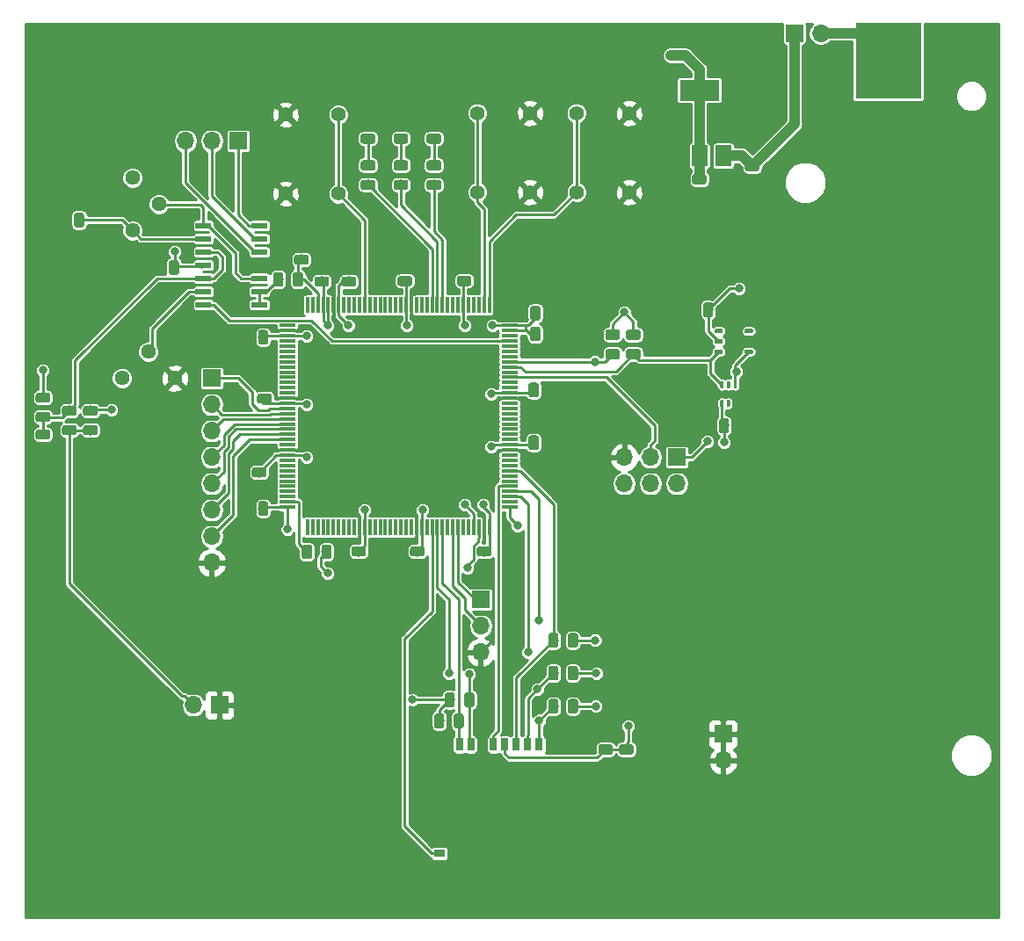
<source format=gbr>
G04 #@! TF.GenerationSoftware,KiCad,Pcbnew,5.0.2+dfsg1-1~bpo9+1*
G04 #@! TF.CreationDate,2019-10-12T12:41:39-07:00*
G04 #@! TF.ProjectId,birdEar,62697264-4561-4722-9e6b-696361645f70,rev?*
G04 #@! TF.SameCoordinates,Original*
G04 #@! TF.FileFunction,Copper,L1,Top*
G04 #@! TF.FilePolarity,Positive*
%FSLAX46Y46*%
G04 Gerber Fmt 4.6, Leading zero omitted, Abs format (unit mm)*
G04 Created by KiCad (PCBNEW 5.0.2+dfsg1-1~bpo9+1) date Sat 12 Oct 2019 12:41:39 PM PDT*
%MOMM*%
%LPD*%
G01*
G04 APERTURE LIST*
G04 #@! TA.AperFunction,SMDPad,CuDef*
%ADD10R,1.550000X0.300000*%
G04 #@! TD*
G04 #@! TA.AperFunction,SMDPad,CuDef*
%ADD11R,0.300000X1.550000*%
G04 #@! TD*
G04 #@! TA.AperFunction,ComponentPad*
%ADD12O,1.700000X1.700000*%
G04 #@! TD*
G04 #@! TA.AperFunction,ComponentPad*
%ADD13R,1.700000X1.700000*%
G04 #@! TD*
G04 #@! TA.AperFunction,Conductor*
%ADD14C,0.100000*%
G04 #@! TD*
G04 #@! TA.AperFunction,SMDPad,CuDef*
%ADD15C,0.975000*%
G04 #@! TD*
G04 #@! TA.AperFunction,ComponentPad*
%ADD16C,1.440000*%
G04 #@! TD*
G04 #@! TA.AperFunction,SMDPad,CuDef*
%ADD17C,1.500000*%
G04 #@! TD*
G04 #@! TA.AperFunction,SMDPad,CuDef*
%ADD18C,0.400000*%
G04 #@! TD*
G04 #@! TA.AperFunction,SMDPad,CuDef*
%ADD19R,6.350000X7.340000*%
G04 #@! TD*
G04 #@! TA.AperFunction,ComponentPad*
%ADD20C,1.397000*%
G04 #@! TD*
G04 #@! TA.AperFunction,SMDPad,CuDef*
%ADD21R,0.700000X1.200000*%
G04 #@! TD*
G04 #@! TA.AperFunction,SMDPad,CuDef*
%ADD22R,1.000000X1.200000*%
G04 #@! TD*
G04 #@! TA.AperFunction,SMDPad,CuDef*
%ADD23R,1.000000X0.800000*%
G04 #@! TD*
G04 #@! TA.AperFunction,SMDPad,CuDef*
%ADD24R,1.000000X2.800000*%
G04 #@! TD*
G04 #@! TA.AperFunction,SMDPad,CuDef*
%ADD25R,1.300000X1.900000*%
G04 #@! TD*
G04 #@! TA.AperFunction,SMDPad,CuDef*
%ADD26C,0.300000*%
G04 #@! TD*
G04 #@! TA.AperFunction,SMDPad,CuDef*
%ADD27R,1.500000X0.600000*%
G04 #@! TD*
G04 #@! TA.AperFunction,SMDPad,CuDef*
%ADD28R,3.800000X2.000000*%
G04 #@! TD*
G04 #@! TA.AperFunction,SMDPad,CuDef*
%ADD29R,1.500000X2.000000*%
G04 #@! TD*
G04 #@! TA.AperFunction,ViaPad*
%ADD30C,0.800000*%
G04 #@! TD*
G04 #@! TA.AperFunction,ViaPad*
%ADD31C,5.000000*%
G04 #@! TD*
G04 #@! TA.AperFunction,Conductor*
%ADD32C,1.000000*%
G04 #@! TD*
G04 #@! TA.AperFunction,Conductor*
%ADD33C,0.250000*%
G04 #@! TD*
G04 #@! TA.AperFunction,Conductor*
%ADD34C,0.254000*%
G04 #@! TD*
G04 APERTURE END LIST*
D10*
G04 #@! TO.P,U3,144*
G04 #@! TO.N,+3V3*
X114030000Y-109210000D03*
G04 #@! TO.P,U3,143*
X114030000Y-109710000D03*
G04 #@! TO.P,U3,142*
G04 #@! TO.N,Net-(U3-Pad142)*
X114030000Y-110210000D03*
G04 #@! TO.P,U3,141*
G04 #@! TO.N,Loud*
X114030000Y-110710000D03*
G04 #@! TO.P,U3,140*
G04 #@! TO.N,Net-(U3-Pad140)*
X114030000Y-111210000D03*
G04 #@! TO.P,U3,139*
G04 #@! TO.N,Net-(U3-Pad139)*
X114030000Y-111710000D03*
G04 #@! TO.P,U3,138*
G04 #@! TO.N,Net-(U3-Pad138)*
X114030000Y-112210000D03*
G04 #@! TO.P,U3,137*
G04 #@! TO.N,/SCL*
X114030000Y-112710000D03*
G04 #@! TO.P,U3,136*
G04 #@! TO.N,/SDA*
X114030000Y-113210000D03*
G04 #@! TO.P,U3,135*
G04 #@! TO.N,Net-(U3-Pad135)*
X114030000Y-113710000D03*
G04 #@! TO.P,U3,134*
G04 #@! TO.N,/MCU/SW_RST*
X114030000Y-114210000D03*
G04 #@! TO.P,U3,133*
G04 #@! TO.N,Net-(U3-Pad133)*
X114030000Y-114710000D03*
G04 #@! TO.P,U3,132*
G04 #@! TO.N,Net-(U3-Pad132)*
X114030000Y-115210000D03*
G04 #@! TO.P,U3,131*
G04 #@! TO.N,+3V3*
X114030000Y-115710000D03*
G04 #@! TO.P,U3,130*
G04 #@! TO.N,GND*
X114030000Y-116210000D03*
G04 #@! TO.P,U3,129*
G04 #@! TO.N,Net-(U3-Pad129)*
X114030000Y-116710000D03*
G04 #@! TO.P,U3,128*
G04 #@! TO.N,Net-(U3-Pad128)*
X114030000Y-117210000D03*
G04 #@! TO.P,U3,127*
G04 #@! TO.N,Net-(U3-Pad127)*
X114030000Y-117710000D03*
G04 #@! TO.P,U3,126*
G04 #@! TO.N,Net-(U3-Pad126)*
X114030000Y-118210000D03*
G04 #@! TO.P,U3,125*
G04 #@! TO.N,Net-(U3-Pad125)*
X114030000Y-118710000D03*
G04 #@! TO.P,U3,124*
G04 #@! TO.N,Net-(U3-Pad124)*
X114030000Y-119210000D03*
G04 #@! TO.P,U3,123*
G04 #@! TO.N,Net-(U3-Pad123)*
X114030000Y-119710000D03*
G04 #@! TO.P,U3,122*
G04 #@! TO.N,Net-(U3-Pad122)*
X114030000Y-120210000D03*
G04 #@! TO.P,U3,121*
G04 #@! TO.N,+3V3*
X114030000Y-120710000D03*
G04 #@! TO.P,U3,120*
G04 #@! TO.N,GND*
X114030000Y-121210000D03*
G04 #@! TO.P,U3,119*
G04 #@! TO.N,Net-(U3-Pad119)*
X114030000Y-121710000D03*
G04 #@! TO.P,U3,118*
G04 #@! TO.N,Net-(U3-Pad118)*
X114030000Y-122210000D03*
G04 #@! TO.P,U3,117*
G04 #@! TO.N,Net-(U3-Pad117)*
X114030000Y-122710000D03*
G04 #@! TO.P,U3,116*
G04 #@! TO.N,/MCU/CMD*
X114030000Y-123210000D03*
G04 #@! TO.P,U3,115*
G04 #@! TO.N,Net-(U3-Pad115)*
X114030000Y-123710000D03*
G04 #@! TO.P,U3,114*
G04 #@! TO.N,Net-(U3-Pad114)*
X114030000Y-124210000D03*
G04 #@! TO.P,U3,113*
G04 #@! TO.N,/MCU/CLK*
X114030000Y-124710000D03*
G04 #@! TO.P,U3,112*
G04 #@! TO.N,/MCU/DAT3*
X114030000Y-125210000D03*
G04 #@! TO.P,U3,111*
G04 #@! TO.N,/MCU/DAT2*
X114030000Y-125710000D03*
G04 #@! TO.P,U3,110*
G04 #@! TO.N,Net-(U3-Pad110)*
X114030000Y-126210000D03*
G04 #@! TO.P,U3,109*
G04 #@! TO.N,/MCU/SWCLK*
X114030000Y-126710000D03*
D11*
G04 #@! TO.P,U3,108*
G04 #@! TO.N,+3V3*
X112080000Y-128660000D03*
G04 #@! TO.P,U3,107*
G04 #@! TO.N,GND*
X111580000Y-128660000D03*
G04 #@! TO.P,U3,106*
G04 #@! TO.N,Net-(C19-Pad1)*
X111080000Y-128660000D03*
G04 #@! TO.P,U3,105*
G04 #@! TO.N,/MCU/SWDIO*
X110580000Y-128660000D03*
G04 #@! TO.P,U3,104*
G04 #@! TO.N,Net-(U3-Pad104)*
X110080000Y-128660000D03*
G04 #@! TO.P,U3,103*
G04 #@! TO.N,Net-(U3-Pad103)*
X109580000Y-128660000D03*
G04 #@! TO.P,U3,102*
G04 #@! TO.N,/MCU/UART_RX*
X109080000Y-128660000D03*
G04 #@! TO.P,U3,101*
G04 #@! TO.N,/MCU/UART_TX*
X108580000Y-128660000D03*
G04 #@! TO.P,U3,100*
G04 #@! TO.N,Net-(U3-Pad100)*
X108080000Y-128660000D03*
G04 #@! TO.P,U3,99*
G04 #@! TO.N,/MCU/DAT1*
X107580000Y-128660000D03*
G04 #@! TO.P,U3,98*
G04 #@! TO.N,/MCU/DAT0*
X107080000Y-128660000D03*
G04 #@! TO.P,U3,97*
G04 #@! TO.N,/MCU/SD_DET*
X106580000Y-128660000D03*
G04 #@! TO.P,U3,96*
G04 #@! TO.N,Net-(U3-Pad96)*
X106080000Y-128660000D03*
G04 #@! TO.P,U3,95*
G04 #@! TO.N,+3V3*
X105580000Y-128660000D03*
G04 #@! TO.P,U3,94*
G04 #@! TO.N,GND*
X105080000Y-128660000D03*
G04 #@! TO.P,U3,93*
G04 #@! TO.N,Net-(U3-Pad93)*
X104580000Y-128660000D03*
G04 #@! TO.P,U3,92*
G04 #@! TO.N,Net-(U3-Pad92)*
X104080000Y-128660000D03*
G04 #@! TO.P,U3,91*
G04 #@! TO.N,Net-(U3-Pad91)*
X103580000Y-128660000D03*
G04 #@! TO.P,U3,90*
G04 #@! TO.N,Net-(U3-Pad90)*
X103080000Y-128660000D03*
G04 #@! TO.P,U3,89*
G04 #@! TO.N,Net-(U3-Pad89)*
X102580000Y-128660000D03*
G04 #@! TO.P,U3,88*
G04 #@! TO.N,Net-(U3-Pad88)*
X102080000Y-128660000D03*
G04 #@! TO.P,U3,87*
G04 #@! TO.N,Net-(U3-Pad87)*
X101580000Y-128660000D03*
G04 #@! TO.P,U3,86*
G04 #@! TO.N,Net-(U3-Pad86)*
X101080000Y-128660000D03*
G04 #@! TO.P,U3,85*
G04 #@! TO.N,Net-(U3-Pad85)*
X100580000Y-128660000D03*
G04 #@! TO.P,U3,84*
G04 #@! TO.N,+3V3*
X100080000Y-128660000D03*
G04 #@! TO.P,U3,83*
G04 #@! TO.N,GND*
X99580000Y-128660000D03*
G04 #@! TO.P,U3,82*
G04 #@! TO.N,Net-(U3-Pad82)*
X99080000Y-128660000D03*
G04 #@! TO.P,U3,81*
G04 #@! TO.N,Net-(U3-Pad81)*
X98580000Y-128660000D03*
G04 #@! TO.P,U3,80*
G04 #@! TO.N,Net-(U3-Pad80)*
X98080000Y-128660000D03*
G04 #@! TO.P,U3,79*
G04 #@! TO.N,Net-(U3-Pad79)*
X97580000Y-128660000D03*
G04 #@! TO.P,U3,78*
G04 #@! TO.N,Net-(U3-Pad78)*
X97080000Y-128660000D03*
G04 #@! TO.P,U3,77*
G04 #@! TO.N,Net-(U3-Pad77)*
X96580000Y-128660000D03*
G04 #@! TO.P,U3,76*
G04 #@! TO.N,Net-(U3-Pad76)*
X96080000Y-128660000D03*
G04 #@! TO.P,U3,75*
G04 #@! TO.N,Net-(U3-Pad75)*
X95580000Y-128660000D03*
G04 #@! TO.P,U3,74*
G04 #@! TO.N,Net-(U3-Pad74)*
X95080000Y-128660000D03*
G04 #@! TO.P,U3,73*
G04 #@! TO.N,Net-(U3-Pad73)*
X94580000Y-128660000D03*
D10*
G04 #@! TO.P,U3,72*
G04 #@! TO.N,+3V3*
X92630000Y-126710000D03*
G04 #@! TO.P,U3,71*
G04 #@! TO.N,Net-(C19-Pad2)*
X92630000Y-126210000D03*
G04 #@! TO.P,U3,70*
G04 #@! TO.N,Net-(U3-Pad70)*
X92630000Y-125710000D03*
G04 #@! TO.P,U3,69*
G04 #@! TO.N,Net-(U3-Pad69)*
X92630000Y-125210000D03*
G04 #@! TO.P,U3,68*
G04 #@! TO.N,Net-(U3-Pad68)*
X92630000Y-124710000D03*
G04 #@! TO.P,U3,67*
G04 #@! TO.N,Net-(U3-Pad67)*
X92630000Y-124210000D03*
G04 #@! TO.P,U3,66*
G04 #@! TO.N,Net-(U3-Pad66)*
X92630000Y-123710000D03*
G04 #@! TO.P,U3,65*
G04 #@! TO.N,Net-(U3-Pad65)*
X92630000Y-123210000D03*
G04 #@! TO.P,U3,64*
G04 #@! TO.N,Net-(U3-Pad64)*
X92630000Y-122710000D03*
G04 #@! TO.P,U3,63*
G04 #@! TO.N,Net-(U3-Pad63)*
X92630000Y-122210000D03*
G04 #@! TO.P,U3,62*
G04 #@! TO.N,+3V3*
X92630000Y-121710000D03*
G04 #@! TO.P,U3,61*
G04 #@! TO.N,GND*
X92630000Y-121210000D03*
G04 #@! TO.P,U3,60*
G04 #@! TO.N,/MCU/PE9*
X92630000Y-120710000D03*
G04 #@! TO.P,U3,59*
G04 #@! TO.N,/MCU/PE8*
X92630000Y-120210000D03*
G04 #@! TO.P,U3,58*
G04 #@! TO.N,/MCU/PE7*
X92630000Y-119710000D03*
G04 #@! TO.P,U3,57*
G04 #@! TO.N,/MCU/PG1*
X92630000Y-119210000D03*
G04 #@! TO.P,U3,56*
G04 #@! TO.N,/MCU/PG0*
X92630000Y-118710000D03*
G04 #@! TO.P,U3,55*
G04 #@! TO.N,/MCU/PF15*
X92630000Y-118210000D03*
G04 #@! TO.P,U3,54*
G04 #@! TO.N,/MCU/PF14*
X92630000Y-117710000D03*
G04 #@! TO.P,U3,53*
G04 #@! TO.N,/MCU/PF13*
X92630000Y-117210000D03*
G04 #@! TO.P,U3,52*
G04 #@! TO.N,+3V3*
X92630000Y-116710000D03*
G04 #@! TO.P,U3,51*
G04 #@! TO.N,GND*
X92630000Y-116210000D03*
G04 #@! TO.P,U3,50*
G04 #@! TO.N,Net-(U3-Pad50)*
X92630000Y-115710000D03*
G04 #@! TO.P,U3,49*
G04 #@! TO.N,Net-(U3-Pad49)*
X92630000Y-115210000D03*
G04 #@! TO.P,U3,48*
G04 #@! TO.N,Net-(U3-Pad48)*
X92630000Y-114710000D03*
G04 #@! TO.P,U3,47*
G04 #@! TO.N,Net-(U3-Pad47)*
X92630000Y-114210000D03*
G04 #@! TO.P,U3,46*
G04 #@! TO.N,Net-(U3-Pad46)*
X92630000Y-113710000D03*
G04 #@! TO.P,U3,45*
G04 #@! TO.N,Net-(U3-Pad45)*
X92630000Y-113210000D03*
G04 #@! TO.P,U3,44*
G04 #@! TO.N,Net-(U3-Pad44)*
X92630000Y-112710000D03*
G04 #@! TO.P,U3,43*
G04 #@! TO.N,Net-(U3-Pad43)*
X92630000Y-112210000D03*
G04 #@! TO.P,U3,42*
G04 #@! TO.N,Net-(U3-Pad42)*
X92630000Y-111710000D03*
G04 #@! TO.P,U3,41*
G04 #@! TO.N,Net-(U3-Pad41)*
X92630000Y-111210000D03*
G04 #@! TO.P,U3,40*
G04 #@! TO.N,Net-(U3-Pad40)*
X92630000Y-110710000D03*
G04 #@! TO.P,U3,39*
G04 #@! TO.N,+3V3*
X92630000Y-110210000D03*
G04 #@! TO.P,U3,38*
G04 #@! TO.N,GND*
X92630000Y-109710000D03*
G04 #@! TO.P,U3,37*
G04 #@! TO.N,Net-(U3-Pad37)*
X92630000Y-109210000D03*
D11*
G04 #@! TO.P,U3,36*
G04 #@! TO.N,Net-(U3-Pad36)*
X94580000Y-107260000D03*
G04 #@! TO.P,U3,35*
G04 #@! TO.N,Net-(U3-Pad35)*
X95080000Y-107260000D03*
G04 #@! TO.P,U3,34*
G04 #@! TO.N,/MCU/Audio_In*
X95580000Y-107260000D03*
G04 #@! TO.P,U3,33*
G04 #@! TO.N,+3V3*
X96080000Y-107260000D03*
G04 #@! TO.P,U3,32*
X96580000Y-107260000D03*
G04 #@! TO.P,U3,31*
G04 #@! TO.N,GND*
X97080000Y-107260000D03*
G04 #@! TO.P,U3,30*
G04 #@! TO.N,+3V3*
X97580000Y-107260000D03*
G04 #@! TO.P,U3,29*
G04 #@! TO.N,Net-(U3-Pad29)*
X98080000Y-107260000D03*
G04 #@! TO.P,U3,28*
G04 #@! TO.N,Net-(U3-Pad28)*
X98580000Y-107260000D03*
G04 #@! TO.P,U3,27*
G04 #@! TO.N,Net-(U3-Pad27)*
X99080000Y-107260000D03*
G04 #@! TO.P,U3,26*
G04 #@! TO.N,Net-(U3-Pad26)*
X99580000Y-107260000D03*
G04 #@! TO.P,U3,25*
G04 #@! TO.N,Net-(SW4-Pad2)*
X100080000Y-107260000D03*
G04 #@! TO.P,U3,24*
G04 #@! TO.N,Net-(U3-Pad24)*
X100580000Y-107260000D03*
G04 #@! TO.P,U3,23*
G04 #@! TO.N,Net-(U3-Pad23)*
X101080000Y-107260000D03*
G04 #@! TO.P,U3,22*
G04 #@! TO.N,Net-(U3-Pad22)*
X101580000Y-107260000D03*
G04 #@! TO.P,U3,21*
G04 #@! TO.N,Net-(U3-Pad21)*
X102080000Y-107260000D03*
G04 #@! TO.P,U3,20*
G04 #@! TO.N,Net-(U3-Pad20)*
X102580000Y-107260000D03*
G04 #@! TO.P,U3,19*
G04 #@! TO.N,Net-(U3-Pad19)*
X103080000Y-107260000D03*
G04 #@! TO.P,U3,18*
G04 #@! TO.N,Net-(U3-Pad18)*
X103580000Y-107260000D03*
G04 #@! TO.P,U3,17*
G04 #@! TO.N,+3V3*
X104080000Y-107260000D03*
G04 #@! TO.P,U3,16*
G04 #@! TO.N,GND*
X104580000Y-107260000D03*
G04 #@! TO.P,U3,15*
G04 #@! TO.N,Net-(U3-Pad15)*
X105080000Y-107260000D03*
G04 #@! TO.P,U3,14*
G04 #@! TO.N,Net-(U3-Pad14)*
X105580000Y-107260000D03*
G04 #@! TO.P,U3,13*
G04 #@! TO.N,Net-(U3-Pad13)*
X106080000Y-107260000D03*
G04 #@! TO.P,U3,12*
G04 #@! TO.N,Net-(D3-Pad2)*
X106580000Y-107260000D03*
G04 #@! TO.P,U3,11*
G04 #@! TO.N,Net-(D2-Pad2)*
X107080000Y-107260000D03*
G04 #@! TO.P,U3,10*
G04 #@! TO.N,Net-(D1-Pad2)*
X107580000Y-107260000D03*
G04 #@! TO.P,U3,9*
G04 #@! TO.N,Net-(U3-Pad9)*
X108080000Y-107260000D03*
G04 #@! TO.P,U3,8*
G04 #@! TO.N,Net-(U3-Pad8)*
X108580000Y-107260000D03*
G04 #@! TO.P,U3,7*
G04 #@! TO.N,Net-(U3-Pad7)*
X109080000Y-107260000D03*
G04 #@! TO.P,U3,6*
G04 #@! TO.N,+3V3*
X109580000Y-107260000D03*
G04 #@! TO.P,U3,5*
G04 #@! TO.N,Net-(U3-Pad5)*
X110080000Y-107260000D03*
G04 #@! TO.P,U3,4*
G04 #@! TO.N,Net-(U3-Pad4)*
X110580000Y-107260000D03*
G04 #@! TO.P,U3,3*
G04 #@! TO.N,Net-(U3-Pad3)*
X111080000Y-107260000D03*
G04 #@! TO.P,U3,2*
G04 #@! TO.N,/PB2*
X111580000Y-107260000D03*
G04 #@! TO.P,U3,1*
G04 #@! TO.N,/PB1*
X112080000Y-107260000D03*
G04 #@! TD*
D12*
G04 #@! TO.P,J3,6*
G04 #@! TO.N,Net-(J3-Pad6)*
X125095000Y-124460000D03*
G04 #@! TO.P,J3,5*
G04 #@! TO.N,GND*
X125095000Y-121920000D03*
G04 #@! TO.P,J3,4*
G04 #@! TO.N,/MCU/SWCLK*
X127635000Y-124460000D03*
G04 #@! TO.P,J3,3*
G04 #@! TO.N,/MCU/SW_RST*
X127635000Y-121920000D03*
G04 #@! TO.P,J3,2*
G04 #@! TO.N,/MCU/SWDIO*
X130175000Y-124460000D03*
D13*
G04 #@! TO.P,J3,1*
G04 #@! TO.N,+3V3*
X130175000Y-121920000D03*
G04 #@! TD*
D14*
G04 #@! TO.N,Net-(R15-Pad2)*
G04 #@! TO.C,R15*
G36*
X92040142Y-104076174D02*
X92063803Y-104079684D01*
X92087007Y-104085496D01*
X92109529Y-104093554D01*
X92131153Y-104103782D01*
X92151670Y-104116079D01*
X92170883Y-104130329D01*
X92188607Y-104146393D01*
X92204671Y-104164117D01*
X92218921Y-104183330D01*
X92231218Y-104203847D01*
X92241446Y-104225471D01*
X92249504Y-104247993D01*
X92255316Y-104271197D01*
X92258826Y-104294858D01*
X92260000Y-104318750D01*
X92260000Y-105231250D01*
X92258826Y-105255142D01*
X92255316Y-105278803D01*
X92249504Y-105302007D01*
X92241446Y-105324529D01*
X92231218Y-105346153D01*
X92218921Y-105366670D01*
X92204671Y-105385883D01*
X92188607Y-105403607D01*
X92170883Y-105419671D01*
X92151670Y-105433921D01*
X92131153Y-105446218D01*
X92109529Y-105456446D01*
X92087007Y-105464504D01*
X92063803Y-105470316D01*
X92040142Y-105473826D01*
X92016250Y-105475000D01*
X91528750Y-105475000D01*
X91504858Y-105473826D01*
X91481197Y-105470316D01*
X91457993Y-105464504D01*
X91435471Y-105456446D01*
X91413847Y-105446218D01*
X91393330Y-105433921D01*
X91374117Y-105419671D01*
X91356393Y-105403607D01*
X91340329Y-105385883D01*
X91326079Y-105366670D01*
X91313782Y-105346153D01*
X91303554Y-105324529D01*
X91295496Y-105302007D01*
X91289684Y-105278803D01*
X91286174Y-105255142D01*
X91285000Y-105231250D01*
X91285000Y-104318750D01*
X91286174Y-104294858D01*
X91289684Y-104271197D01*
X91295496Y-104247993D01*
X91303554Y-104225471D01*
X91313782Y-104203847D01*
X91326079Y-104183330D01*
X91340329Y-104164117D01*
X91356393Y-104146393D01*
X91374117Y-104130329D01*
X91393330Y-104116079D01*
X91413847Y-104103782D01*
X91435471Y-104093554D01*
X91457993Y-104085496D01*
X91481197Y-104079684D01*
X91504858Y-104076174D01*
X91528750Y-104075000D01*
X92016250Y-104075000D01*
X92040142Y-104076174D01*
X92040142Y-104076174D01*
G37*
D15*
G04 #@! TD*
G04 #@! TO.P,R15,2*
G04 #@! TO.N,Net-(R15-Pad2)*
X91772500Y-104775000D03*
D14*
G04 #@! TO.N,/MCU/Audio_In*
G04 #@! TO.C,R15*
G36*
X93915142Y-104076174D02*
X93938803Y-104079684D01*
X93962007Y-104085496D01*
X93984529Y-104093554D01*
X94006153Y-104103782D01*
X94026670Y-104116079D01*
X94045883Y-104130329D01*
X94063607Y-104146393D01*
X94079671Y-104164117D01*
X94093921Y-104183330D01*
X94106218Y-104203847D01*
X94116446Y-104225471D01*
X94124504Y-104247993D01*
X94130316Y-104271197D01*
X94133826Y-104294858D01*
X94135000Y-104318750D01*
X94135000Y-105231250D01*
X94133826Y-105255142D01*
X94130316Y-105278803D01*
X94124504Y-105302007D01*
X94116446Y-105324529D01*
X94106218Y-105346153D01*
X94093921Y-105366670D01*
X94079671Y-105385883D01*
X94063607Y-105403607D01*
X94045883Y-105419671D01*
X94026670Y-105433921D01*
X94006153Y-105446218D01*
X93984529Y-105456446D01*
X93962007Y-105464504D01*
X93938803Y-105470316D01*
X93915142Y-105473826D01*
X93891250Y-105475000D01*
X93403750Y-105475000D01*
X93379858Y-105473826D01*
X93356197Y-105470316D01*
X93332993Y-105464504D01*
X93310471Y-105456446D01*
X93288847Y-105446218D01*
X93268330Y-105433921D01*
X93249117Y-105419671D01*
X93231393Y-105403607D01*
X93215329Y-105385883D01*
X93201079Y-105366670D01*
X93188782Y-105346153D01*
X93178554Y-105324529D01*
X93170496Y-105302007D01*
X93164684Y-105278803D01*
X93161174Y-105255142D01*
X93160000Y-105231250D01*
X93160000Y-104318750D01*
X93161174Y-104294858D01*
X93164684Y-104271197D01*
X93170496Y-104247993D01*
X93178554Y-104225471D01*
X93188782Y-104203847D01*
X93201079Y-104183330D01*
X93215329Y-104164117D01*
X93231393Y-104146393D01*
X93249117Y-104130329D01*
X93268330Y-104116079D01*
X93288847Y-104103782D01*
X93310471Y-104093554D01*
X93332993Y-104085496D01*
X93356197Y-104079684D01*
X93379858Y-104076174D01*
X93403750Y-104075000D01*
X93891250Y-104075000D01*
X93915142Y-104076174D01*
X93915142Y-104076174D01*
G37*
D15*
G04 #@! TD*
G04 #@! TO.P,R15,1*
G04 #@! TO.N,/MCU/Audio_In*
X93647500Y-104775000D03*
D14*
G04 #@! TO.N,/MCU/Audio_In*
G04 #@! TO.C,C23*
G36*
X94460142Y-102383674D02*
X94483803Y-102387184D01*
X94507007Y-102392996D01*
X94529529Y-102401054D01*
X94551153Y-102411282D01*
X94571670Y-102423579D01*
X94590883Y-102437829D01*
X94608607Y-102453893D01*
X94624671Y-102471617D01*
X94638921Y-102490830D01*
X94651218Y-102511347D01*
X94661446Y-102532971D01*
X94669504Y-102555493D01*
X94675316Y-102578697D01*
X94678826Y-102602358D01*
X94680000Y-102626250D01*
X94680000Y-103113750D01*
X94678826Y-103137642D01*
X94675316Y-103161303D01*
X94669504Y-103184507D01*
X94661446Y-103207029D01*
X94651218Y-103228653D01*
X94638921Y-103249170D01*
X94624671Y-103268383D01*
X94608607Y-103286107D01*
X94590883Y-103302171D01*
X94571670Y-103316421D01*
X94551153Y-103328718D01*
X94529529Y-103338946D01*
X94507007Y-103347004D01*
X94483803Y-103352816D01*
X94460142Y-103356326D01*
X94436250Y-103357500D01*
X93523750Y-103357500D01*
X93499858Y-103356326D01*
X93476197Y-103352816D01*
X93452993Y-103347004D01*
X93430471Y-103338946D01*
X93408847Y-103328718D01*
X93388330Y-103316421D01*
X93369117Y-103302171D01*
X93351393Y-103286107D01*
X93335329Y-103268383D01*
X93321079Y-103249170D01*
X93308782Y-103228653D01*
X93298554Y-103207029D01*
X93290496Y-103184507D01*
X93284684Y-103161303D01*
X93281174Y-103137642D01*
X93280000Y-103113750D01*
X93280000Y-102626250D01*
X93281174Y-102602358D01*
X93284684Y-102578697D01*
X93290496Y-102555493D01*
X93298554Y-102532971D01*
X93308782Y-102511347D01*
X93321079Y-102490830D01*
X93335329Y-102471617D01*
X93351393Y-102453893D01*
X93369117Y-102437829D01*
X93388330Y-102423579D01*
X93408847Y-102411282D01*
X93430471Y-102401054D01*
X93452993Y-102392996D01*
X93476197Y-102387184D01*
X93499858Y-102383674D01*
X93523750Y-102382500D01*
X94436250Y-102382500D01*
X94460142Y-102383674D01*
X94460142Y-102383674D01*
G37*
D15*
G04 #@! TD*
G04 #@! TO.P,C23,2*
G04 #@! TO.N,/MCU/Audio_In*
X93980000Y-102870000D03*
D14*
G04 #@! TO.N,GND*
G04 #@! TO.C,C23*
G36*
X94460142Y-100508674D02*
X94483803Y-100512184D01*
X94507007Y-100517996D01*
X94529529Y-100526054D01*
X94551153Y-100536282D01*
X94571670Y-100548579D01*
X94590883Y-100562829D01*
X94608607Y-100578893D01*
X94624671Y-100596617D01*
X94638921Y-100615830D01*
X94651218Y-100636347D01*
X94661446Y-100657971D01*
X94669504Y-100680493D01*
X94675316Y-100703697D01*
X94678826Y-100727358D01*
X94680000Y-100751250D01*
X94680000Y-101238750D01*
X94678826Y-101262642D01*
X94675316Y-101286303D01*
X94669504Y-101309507D01*
X94661446Y-101332029D01*
X94651218Y-101353653D01*
X94638921Y-101374170D01*
X94624671Y-101393383D01*
X94608607Y-101411107D01*
X94590883Y-101427171D01*
X94571670Y-101441421D01*
X94551153Y-101453718D01*
X94529529Y-101463946D01*
X94507007Y-101472004D01*
X94483803Y-101477816D01*
X94460142Y-101481326D01*
X94436250Y-101482500D01*
X93523750Y-101482500D01*
X93499858Y-101481326D01*
X93476197Y-101477816D01*
X93452993Y-101472004D01*
X93430471Y-101463946D01*
X93408847Y-101453718D01*
X93388330Y-101441421D01*
X93369117Y-101427171D01*
X93351393Y-101411107D01*
X93335329Y-101393383D01*
X93321079Y-101374170D01*
X93308782Y-101353653D01*
X93298554Y-101332029D01*
X93290496Y-101309507D01*
X93284684Y-101286303D01*
X93281174Y-101262642D01*
X93280000Y-101238750D01*
X93280000Y-100751250D01*
X93281174Y-100727358D01*
X93284684Y-100703697D01*
X93290496Y-100680493D01*
X93298554Y-100657971D01*
X93308782Y-100636347D01*
X93321079Y-100615830D01*
X93335329Y-100596617D01*
X93351393Y-100578893D01*
X93369117Y-100562829D01*
X93388330Y-100548579D01*
X93408847Y-100536282D01*
X93430471Y-100526054D01*
X93452993Y-100517996D01*
X93476197Y-100512184D01*
X93499858Y-100508674D01*
X93523750Y-100507500D01*
X94436250Y-100507500D01*
X94460142Y-100508674D01*
X94460142Y-100508674D01*
G37*
D15*
G04 #@! TD*
G04 #@! TO.P,C23,1*
G04 #@! TO.N,GND*
X93980000Y-100995000D03*
D12*
G04 #@! TO.P,J7,2*
G04 #@! TO.N,GND*
X134620000Y-151130000D03*
D13*
G04 #@! TO.P,J7,1*
X134620000Y-148590000D03*
G04 #@! TD*
D16*
G04 #@! TO.P,RV2,1*
G04 #@! TO.N,Net-(R4-Pad1)*
X77724000Y-100076000D03*
G04 #@! TO.P,RV2,2*
G04 #@! TO.N,Net-(RV2-Pad2)*
X80264000Y-97536000D03*
G04 #@! TO.P,RV2,3*
G04 #@! TO.N,Net-(RV2-Pad3)*
X77724000Y-94996000D03*
G04 #@! TD*
G04 #@! TO.P,RV1,3*
G04 #@! TO.N,+3V3*
X76708000Y-114300000D03*
G04 #@! TO.P,RV1,2*
G04 #@! TO.N,Net-(RV1-Pad2)*
X79248000Y-111760000D03*
G04 #@! TO.P,RV1,1*
G04 #@! TO.N,GND*
X81788000Y-114300000D03*
G04 #@! TD*
D13*
G04 #@! TO.P,J6,1*
G04 #@! TO.N,Net-(J6-Pad1)*
X87884000Y-91440000D03*
D12*
G04 #@! TO.P,J6,2*
G04 #@! TO.N,Net-(J6-Pad2)*
X85344000Y-91440000D03*
G04 #@! TO.P,J6,3*
G04 #@! TO.N,Net-(J6-Pad3)*
X82804000Y-91440000D03*
G04 #@! TD*
D13*
G04 #@! TO.P,J5,1*
G04 #@! TO.N,/MCU/PF13*
X85344000Y-114300000D03*
D12*
G04 #@! TO.P,J5,2*
G04 #@! TO.N,/MCU/PF14*
X85344000Y-116840000D03*
G04 #@! TO.P,J5,3*
G04 #@! TO.N,/MCU/PF15*
X85344000Y-119380000D03*
G04 #@! TO.P,J5,4*
G04 #@! TO.N,/MCU/PG0*
X85344000Y-121920000D03*
G04 #@! TO.P,J5,5*
G04 #@! TO.N,/MCU/PG1*
X85344000Y-124460000D03*
G04 #@! TO.P,J5,6*
G04 #@! TO.N,/MCU/PE7*
X85344000Y-127000000D03*
G04 #@! TO.P,J5,7*
G04 #@! TO.N,/MCU/PE8*
X85344000Y-129540000D03*
G04 #@! TO.P,J5,8*
G04 #@! TO.N,GND*
X85344000Y-132080000D03*
G04 #@! TD*
D13*
G04 #@! TO.P,MK1,1*
G04 #@! TO.N,GND*
X86106000Y-145796000D03*
D12*
G04 #@! TO.P,MK1,2*
G04 #@! TO.N,Net-(C2-Pad2)*
X83566000Y-145796000D03*
G04 #@! TD*
D14*
G04 #@! TO.N,GND*
G04 #@! TO.C,U4*
G36*
X136160053Y-109545206D02*
X136184370Y-109548813D01*
X136208216Y-109554786D01*
X136231362Y-109563068D01*
X136253585Y-109573579D01*
X136274670Y-109586217D01*
X136294416Y-109600861D01*
X136312630Y-109617370D01*
X136329139Y-109635584D01*
X136343783Y-109655330D01*
X136356421Y-109676415D01*
X136366932Y-109698638D01*
X136375214Y-109721784D01*
X136381187Y-109745630D01*
X136384794Y-109769947D01*
X136386000Y-109794500D01*
X136386000Y-111693500D01*
X136384794Y-111718053D01*
X136381187Y-111742370D01*
X136375214Y-111766216D01*
X136366932Y-111789362D01*
X136356421Y-111811585D01*
X136343783Y-111832670D01*
X136329139Y-111852416D01*
X136312630Y-111870630D01*
X136294416Y-111887139D01*
X136274670Y-111901783D01*
X136253585Y-111914421D01*
X136231362Y-111924932D01*
X136208216Y-111933214D01*
X136184370Y-111939187D01*
X136160053Y-111942794D01*
X136135500Y-111944000D01*
X135136500Y-111944000D01*
X135111947Y-111942794D01*
X135087630Y-111939187D01*
X135063784Y-111933214D01*
X135040638Y-111924932D01*
X135018415Y-111914421D01*
X134997330Y-111901783D01*
X134977584Y-111887139D01*
X134959370Y-111870630D01*
X134942861Y-111852416D01*
X134928217Y-111832670D01*
X134915579Y-111811585D01*
X134905068Y-111789362D01*
X134896786Y-111766216D01*
X134890813Y-111742370D01*
X134887206Y-111718053D01*
X134886000Y-111693500D01*
X134886000Y-109794500D01*
X134887206Y-109769947D01*
X134890813Y-109745630D01*
X134896786Y-109721784D01*
X134905068Y-109698638D01*
X134915579Y-109676415D01*
X134928217Y-109655330D01*
X134942861Y-109635584D01*
X134959370Y-109617370D01*
X134977584Y-109600861D01*
X134997330Y-109586217D01*
X135018415Y-109573579D01*
X135040638Y-109563068D01*
X135063784Y-109554786D01*
X135087630Y-109548813D01*
X135111947Y-109545206D01*
X135136500Y-109544000D01*
X136135500Y-109544000D01*
X136160053Y-109545206D01*
X136160053Y-109545206D01*
G37*
D17*
G04 #@! TD*
G04 #@! TO.P,U4,7*
G04 #@! TO.N,GND*
X135636000Y-110744000D03*
D14*
G04 #@! TO.N,/SCL*
G04 #@! TO.C,U4*
G36*
X137395802Y-111544482D02*
X137405509Y-111545921D01*
X137415028Y-111548306D01*
X137424268Y-111551612D01*
X137433140Y-111555808D01*
X137441557Y-111560853D01*
X137449439Y-111566699D01*
X137456711Y-111573289D01*
X137463301Y-111580561D01*
X137469147Y-111588443D01*
X137474192Y-111596860D01*
X137478388Y-111605732D01*
X137481694Y-111614972D01*
X137484079Y-111624491D01*
X137485518Y-111634198D01*
X137486000Y-111644000D01*
X137486000Y-111844000D01*
X137485518Y-111853802D01*
X137484079Y-111863509D01*
X137481694Y-111873028D01*
X137478388Y-111882268D01*
X137474192Y-111891140D01*
X137469147Y-111899557D01*
X137463301Y-111907439D01*
X137456711Y-111914711D01*
X137449439Y-111921301D01*
X137441557Y-111927147D01*
X137433140Y-111932192D01*
X137424268Y-111936388D01*
X137415028Y-111939694D01*
X137405509Y-111942079D01*
X137395802Y-111943518D01*
X137386000Y-111944000D01*
X136786000Y-111944000D01*
X136776198Y-111943518D01*
X136766491Y-111942079D01*
X136756972Y-111939694D01*
X136747732Y-111936388D01*
X136738860Y-111932192D01*
X136730443Y-111927147D01*
X136722561Y-111921301D01*
X136715289Y-111914711D01*
X136708699Y-111907439D01*
X136702853Y-111899557D01*
X136697808Y-111891140D01*
X136693612Y-111882268D01*
X136690306Y-111873028D01*
X136687921Y-111863509D01*
X136686482Y-111853802D01*
X136686000Y-111844000D01*
X136686000Y-111644000D01*
X136686482Y-111634198D01*
X136687921Y-111624491D01*
X136690306Y-111614972D01*
X136693612Y-111605732D01*
X136697808Y-111596860D01*
X136702853Y-111588443D01*
X136708699Y-111580561D01*
X136715289Y-111573289D01*
X136722561Y-111566699D01*
X136730443Y-111560853D01*
X136738860Y-111555808D01*
X136747732Y-111551612D01*
X136756972Y-111548306D01*
X136766491Y-111545921D01*
X136776198Y-111544482D01*
X136786000Y-111544000D01*
X137386000Y-111544000D01*
X137395802Y-111544482D01*
X137395802Y-111544482D01*
G37*
D18*
G04 #@! TD*
G04 #@! TO.P,U4,1*
G04 #@! TO.N,/SCL*
X137086000Y-111744000D03*
D14*
G04 #@! TO.N,GND*
G04 #@! TO.C,U4*
G36*
X137395802Y-110544482D02*
X137405509Y-110545921D01*
X137415028Y-110548306D01*
X137424268Y-110551612D01*
X137433140Y-110555808D01*
X137441557Y-110560853D01*
X137449439Y-110566699D01*
X137456711Y-110573289D01*
X137463301Y-110580561D01*
X137469147Y-110588443D01*
X137474192Y-110596860D01*
X137478388Y-110605732D01*
X137481694Y-110614972D01*
X137484079Y-110624491D01*
X137485518Y-110634198D01*
X137486000Y-110644000D01*
X137486000Y-110844000D01*
X137485518Y-110853802D01*
X137484079Y-110863509D01*
X137481694Y-110873028D01*
X137478388Y-110882268D01*
X137474192Y-110891140D01*
X137469147Y-110899557D01*
X137463301Y-110907439D01*
X137456711Y-110914711D01*
X137449439Y-110921301D01*
X137441557Y-110927147D01*
X137433140Y-110932192D01*
X137424268Y-110936388D01*
X137415028Y-110939694D01*
X137405509Y-110942079D01*
X137395802Y-110943518D01*
X137386000Y-110944000D01*
X136786000Y-110944000D01*
X136776198Y-110943518D01*
X136766491Y-110942079D01*
X136756972Y-110939694D01*
X136747732Y-110936388D01*
X136738860Y-110932192D01*
X136730443Y-110927147D01*
X136722561Y-110921301D01*
X136715289Y-110914711D01*
X136708699Y-110907439D01*
X136702853Y-110899557D01*
X136697808Y-110891140D01*
X136693612Y-110882268D01*
X136690306Y-110873028D01*
X136687921Y-110863509D01*
X136686482Y-110853802D01*
X136686000Y-110844000D01*
X136686000Y-110644000D01*
X136686482Y-110634198D01*
X136687921Y-110624491D01*
X136690306Y-110614972D01*
X136693612Y-110605732D01*
X136697808Y-110596860D01*
X136702853Y-110588443D01*
X136708699Y-110580561D01*
X136715289Y-110573289D01*
X136722561Y-110566699D01*
X136730443Y-110560853D01*
X136738860Y-110555808D01*
X136747732Y-110551612D01*
X136756972Y-110548306D01*
X136766491Y-110545921D01*
X136776198Y-110544482D01*
X136786000Y-110544000D01*
X137386000Y-110544000D01*
X137395802Y-110544482D01*
X137395802Y-110544482D01*
G37*
D18*
G04 #@! TD*
G04 #@! TO.P,U4,2*
G04 #@! TO.N,GND*
X137086000Y-110744000D03*
D14*
G04 #@! TO.N,Net-(U4-Pad3)*
G04 #@! TO.C,U4*
G36*
X137395802Y-109544482D02*
X137405509Y-109545921D01*
X137415028Y-109548306D01*
X137424268Y-109551612D01*
X137433140Y-109555808D01*
X137441557Y-109560853D01*
X137449439Y-109566699D01*
X137456711Y-109573289D01*
X137463301Y-109580561D01*
X137469147Y-109588443D01*
X137474192Y-109596860D01*
X137478388Y-109605732D01*
X137481694Y-109614972D01*
X137484079Y-109624491D01*
X137485518Y-109634198D01*
X137486000Y-109644000D01*
X137486000Y-109844000D01*
X137485518Y-109853802D01*
X137484079Y-109863509D01*
X137481694Y-109873028D01*
X137478388Y-109882268D01*
X137474192Y-109891140D01*
X137469147Y-109899557D01*
X137463301Y-109907439D01*
X137456711Y-109914711D01*
X137449439Y-109921301D01*
X137441557Y-109927147D01*
X137433140Y-109932192D01*
X137424268Y-109936388D01*
X137415028Y-109939694D01*
X137405509Y-109942079D01*
X137395802Y-109943518D01*
X137386000Y-109944000D01*
X136786000Y-109944000D01*
X136776198Y-109943518D01*
X136766491Y-109942079D01*
X136756972Y-109939694D01*
X136747732Y-109936388D01*
X136738860Y-109932192D01*
X136730443Y-109927147D01*
X136722561Y-109921301D01*
X136715289Y-109914711D01*
X136708699Y-109907439D01*
X136702853Y-109899557D01*
X136697808Y-109891140D01*
X136693612Y-109882268D01*
X136690306Y-109873028D01*
X136687921Y-109863509D01*
X136686482Y-109853802D01*
X136686000Y-109844000D01*
X136686000Y-109644000D01*
X136686482Y-109634198D01*
X136687921Y-109624491D01*
X136690306Y-109614972D01*
X136693612Y-109605732D01*
X136697808Y-109596860D01*
X136702853Y-109588443D01*
X136708699Y-109580561D01*
X136715289Y-109573289D01*
X136722561Y-109566699D01*
X136730443Y-109560853D01*
X136738860Y-109555808D01*
X136747732Y-109551612D01*
X136756972Y-109548306D01*
X136766491Y-109545921D01*
X136776198Y-109544482D01*
X136786000Y-109544000D01*
X137386000Y-109544000D01*
X137395802Y-109544482D01*
X137395802Y-109544482D01*
G37*
D18*
G04 #@! TD*
G04 #@! TO.P,U4,3*
G04 #@! TO.N,Net-(U4-Pad3)*
X137086000Y-109744000D03*
D14*
G04 #@! TO.N,Net-(U4-Pad4)*
G04 #@! TO.C,U4*
G36*
X134495802Y-109544482D02*
X134505509Y-109545921D01*
X134515028Y-109548306D01*
X134524268Y-109551612D01*
X134533140Y-109555808D01*
X134541557Y-109560853D01*
X134549439Y-109566699D01*
X134556711Y-109573289D01*
X134563301Y-109580561D01*
X134569147Y-109588443D01*
X134574192Y-109596860D01*
X134578388Y-109605732D01*
X134581694Y-109614972D01*
X134584079Y-109624491D01*
X134585518Y-109634198D01*
X134586000Y-109644000D01*
X134586000Y-109844000D01*
X134585518Y-109853802D01*
X134584079Y-109863509D01*
X134581694Y-109873028D01*
X134578388Y-109882268D01*
X134574192Y-109891140D01*
X134569147Y-109899557D01*
X134563301Y-109907439D01*
X134556711Y-109914711D01*
X134549439Y-109921301D01*
X134541557Y-109927147D01*
X134533140Y-109932192D01*
X134524268Y-109936388D01*
X134515028Y-109939694D01*
X134505509Y-109942079D01*
X134495802Y-109943518D01*
X134486000Y-109944000D01*
X133886000Y-109944000D01*
X133876198Y-109943518D01*
X133866491Y-109942079D01*
X133856972Y-109939694D01*
X133847732Y-109936388D01*
X133838860Y-109932192D01*
X133830443Y-109927147D01*
X133822561Y-109921301D01*
X133815289Y-109914711D01*
X133808699Y-109907439D01*
X133802853Y-109899557D01*
X133797808Y-109891140D01*
X133793612Y-109882268D01*
X133790306Y-109873028D01*
X133787921Y-109863509D01*
X133786482Y-109853802D01*
X133786000Y-109844000D01*
X133786000Y-109644000D01*
X133786482Y-109634198D01*
X133787921Y-109624491D01*
X133790306Y-109614972D01*
X133793612Y-109605732D01*
X133797808Y-109596860D01*
X133802853Y-109588443D01*
X133808699Y-109580561D01*
X133815289Y-109573289D01*
X133822561Y-109566699D01*
X133830443Y-109560853D01*
X133838860Y-109555808D01*
X133847732Y-109551612D01*
X133856972Y-109548306D01*
X133866491Y-109545921D01*
X133876198Y-109544482D01*
X133886000Y-109544000D01*
X134486000Y-109544000D01*
X134495802Y-109544482D01*
X134495802Y-109544482D01*
G37*
D18*
G04 #@! TD*
G04 #@! TO.P,U4,4*
G04 #@! TO.N,Net-(U4-Pad4)*
X134186000Y-109744000D03*
D14*
G04 #@! TO.N,+3V3*
G04 #@! TO.C,U4*
G36*
X134495802Y-110544482D02*
X134505509Y-110545921D01*
X134515028Y-110548306D01*
X134524268Y-110551612D01*
X134533140Y-110555808D01*
X134541557Y-110560853D01*
X134549439Y-110566699D01*
X134556711Y-110573289D01*
X134563301Y-110580561D01*
X134569147Y-110588443D01*
X134574192Y-110596860D01*
X134578388Y-110605732D01*
X134581694Y-110614972D01*
X134584079Y-110624491D01*
X134585518Y-110634198D01*
X134586000Y-110644000D01*
X134586000Y-110844000D01*
X134585518Y-110853802D01*
X134584079Y-110863509D01*
X134581694Y-110873028D01*
X134578388Y-110882268D01*
X134574192Y-110891140D01*
X134569147Y-110899557D01*
X134563301Y-110907439D01*
X134556711Y-110914711D01*
X134549439Y-110921301D01*
X134541557Y-110927147D01*
X134533140Y-110932192D01*
X134524268Y-110936388D01*
X134515028Y-110939694D01*
X134505509Y-110942079D01*
X134495802Y-110943518D01*
X134486000Y-110944000D01*
X133886000Y-110944000D01*
X133876198Y-110943518D01*
X133866491Y-110942079D01*
X133856972Y-110939694D01*
X133847732Y-110936388D01*
X133838860Y-110932192D01*
X133830443Y-110927147D01*
X133822561Y-110921301D01*
X133815289Y-110914711D01*
X133808699Y-110907439D01*
X133802853Y-110899557D01*
X133797808Y-110891140D01*
X133793612Y-110882268D01*
X133790306Y-110873028D01*
X133787921Y-110863509D01*
X133786482Y-110853802D01*
X133786000Y-110844000D01*
X133786000Y-110644000D01*
X133786482Y-110634198D01*
X133787921Y-110624491D01*
X133790306Y-110614972D01*
X133793612Y-110605732D01*
X133797808Y-110596860D01*
X133802853Y-110588443D01*
X133808699Y-110580561D01*
X133815289Y-110573289D01*
X133822561Y-110566699D01*
X133830443Y-110560853D01*
X133838860Y-110555808D01*
X133847732Y-110551612D01*
X133856972Y-110548306D01*
X133866491Y-110545921D01*
X133876198Y-110544482D01*
X133886000Y-110544000D01*
X134486000Y-110544000D01*
X134495802Y-110544482D01*
X134495802Y-110544482D01*
G37*
D18*
G04 #@! TD*
G04 #@! TO.P,U4,5*
G04 #@! TO.N,+3V3*
X134186000Y-110744000D03*
D14*
G04 #@! TO.N,/SDA*
G04 #@! TO.C,U4*
G36*
X134495802Y-111544482D02*
X134505509Y-111545921D01*
X134515028Y-111548306D01*
X134524268Y-111551612D01*
X134533140Y-111555808D01*
X134541557Y-111560853D01*
X134549439Y-111566699D01*
X134556711Y-111573289D01*
X134563301Y-111580561D01*
X134569147Y-111588443D01*
X134574192Y-111596860D01*
X134578388Y-111605732D01*
X134581694Y-111614972D01*
X134584079Y-111624491D01*
X134585518Y-111634198D01*
X134586000Y-111644000D01*
X134586000Y-111844000D01*
X134585518Y-111853802D01*
X134584079Y-111863509D01*
X134581694Y-111873028D01*
X134578388Y-111882268D01*
X134574192Y-111891140D01*
X134569147Y-111899557D01*
X134563301Y-111907439D01*
X134556711Y-111914711D01*
X134549439Y-111921301D01*
X134541557Y-111927147D01*
X134533140Y-111932192D01*
X134524268Y-111936388D01*
X134515028Y-111939694D01*
X134505509Y-111942079D01*
X134495802Y-111943518D01*
X134486000Y-111944000D01*
X133886000Y-111944000D01*
X133876198Y-111943518D01*
X133866491Y-111942079D01*
X133856972Y-111939694D01*
X133847732Y-111936388D01*
X133838860Y-111932192D01*
X133830443Y-111927147D01*
X133822561Y-111921301D01*
X133815289Y-111914711D01*
X133808699Y-111907439D01*
X133802853Y-111899557D01*
X133797808Y-111891140D01*
X133793612Y-111882268D01*
X133790306Y-111873028D01*
X133787921Y-111863509D01*
X133786482Y-111853802D01*
X133786000Y-111844000D01*
X133786000Y-111644000D01*
X133786482Y-111634198D01*
X133787921Y-111624491D01*
X133790306Y-111614972D01*
X133793612Y-111605732D01*
X133797808Y-111596860D01*
X133802853Y-111588443D01*
X133808699Y-111580561D01*
X133815289Y-111573289D01*
X133822561Y-111566699D01*
X133830443Y-111560853D01*
X133838860Y-111555808D01*
X133847732Y-111551612D01*
X133856972Y-111548306D01*
X133866491Y-111545921D01*
X133876198Y-111544482D01*
X133886000Y-111544000D01*
X134486000Y-111544000D01*
X134495802Y-111544482D01*
X134495802Y-111544482D01*
G37*
D18*
G04 #@! TD*
G04 #@! TO.P,U4,6*
G04 #@! TO.N,/SDA*
X134186000Y-111744000D03*
D19*
G04 #@! TO.P,BT1,1*
G04 #@! TO.N,Net-(BT1-Pad1)*
X150530000Y-83710000D03*
G04 #@! TO.P,BT1,2*
G04 #@! TO.N,GND*
X150530000Y-162370000D03*
G04 #@! TD*
D20*
G04 #@! TO.P,SW4,1*
G04 #@! TO.N,GND*
X92456000Y-88900000D03*
G04 #@! TO.P,SW4,2*
G04 #@! TO.N,Net-(SW4-Pad2)*
X97536000Y-88900000D03*
G04 #@! TO.P,SW4,1*
G04 #@! TO.N,GND*
X92456000Y-96520000D03*
G04 #@! TO.P,SW4,2*
G04 #@! TO.N,Net-(SW4-Pad2)*
X97536000Y-96520000D03*
G04 #@! TD*
G04 #@! TO.P,SW3,2*
G04 #@! TO.N,GND*
X116030000Y-96370000D03*
G04 #@! TO.P,SW3,1*
G04 #@! TO.N,/PB2*
X110950000Y-96370000D03*
G04 #@! TO.P,SW3,2*
G04 #@! TO.N,GND*
X116030000Y-88750000D03*
G04 #@! TO.P,SW3,1*
G04 #@! TO.N,/PB2*
X110950000Y-88750000D03*
G04 #@! TD*
G04 #@! TO.P,SW2,1*
G04 #@! TO.N,/PB1*
X120475000Y-88750000D03*
G04 #@! TO.P,SW2,2*
G04 #@! TO.N,GND*
X125555000Y-88750000D03*
G04 #@! TO.P,SW2,1*
G04 #@! TO.N,/PB1*
X120475000Y-96370000D03*
G04 #@! TO.P,SW2,2*
G04 #@! TO.N,GND*
X125555000Y-96370000D03*
G04 #@! TD*
D14*
G04 #@! TO.N,+3V3*
G04 #@! TO.C,C1*
G36*
X81977142Y-102933174D02*
X82000803Y-102936684D01*
X82024007Y-102942496D01*
X82046529Y-102950554D01*
X82068153Y-102960782D01*
X82088670Y-102973079D01*
X82107883Y-102987329D01*
X82125607Y-103003393D01*
X82141671Y-103021117D01*
X82155921Y-103040330D01*
X82168218Y-103060847D01*
X82178446Y-103082471D01*
X82186504Y-103104993D01*
X82192316Y-103128197D01*
X82195826Y-103151858D01*
X82197000Y-103175750D01*
X82197000Y-104088250D01*
X82195826Y-104112142D01*
X82192316Y-104135803D01*
X82186504Y-104159007D01*
X82178446Y-104181529D01*
X82168218Y-104203153D01*
X82155921Y-104223670D01*
X82141671Y-104242883D01*
X82125607Y-104260607D01*
X82107883Y-104276671D01*
X82088670Y-104290921D01*
X82068153Y-104303218D01*
X82046529Y-104313446D01*
X82024007Y-104321504D01*
X82000803Y-104327316D01*
X81977142Y-104330826D01*
X81953250Y-104332000D01*
X81465750Y-104332000D01*
X81441858Y-104330826D01*
X81418197Y-104327316D01*
X81394993Y-104321504D01*
X81372471Y-104313446D01*
X81350847Y-104303218D01*
X81330330Y-104290921D01*
X81311117Y-104276671D01*
X81293393Y-104260607D01*
X81277329Y-104242883D01*
X81263079Y-104223670D01*
X81250782Y-104203153D01*
X81240554Y-104181529D01*
X81232496Y-104159007D01*
X81226684Y-104135803D01*
X81223174Y-104112142D01*
X81222000Y-104088250D01*
X81222000Y-103175750D01*
X81223174Y-103151858D01*
X81226684Y-103128197D01*
X81232496Y-103104993D01*
X81240554Y-103082471D01*
X81250782Y-103060847D01*
X81263079Y-103040330D01*
X81277329Y-103021117D01*
X81293393Y-103003393D01*
X81311117Y-102987329D01*
X81330330Y-102973079D01*
X81350847Y-102960782D01*
X81372471Y-102950554D01*
X81394993Y-102942496D01*
X81418197Y-102936684D01*
X81441858Y-102933174D01*
X81465750Y-102932000D01*
X81953250Y-102932000D01*
X81977142Y-102933174D01*
X81977142Y-102933174D01*
G37*
D15*
G04 #@! TD*
G04 #@! TO.P,C1,1*
G04 #@! TO.N,+3V3*
X81709500Y-103632000D03*
D14*
G04 #@! TO.N,GND*
G04 #@! TO.C,C1*
G36*
X80102142Y-102933174D02*
X80125803Y-102936684D01*
X80149007Y-102942496D01*
X80171529Y-102950554D01*
X80193153Y-102960782D01*
X80213670Y-102973079D01*
X80232883Y-102987329D01*
X80250607Y-103003393D01*
X80266671Y-103021117D01*
X80280921Y-103040330D01*
X80293218Y-103060847D01*
X80303446Y-103082471D01*
X80311504Y-103104993D01*
X80317316Y-103128197D01*
X80320826Y-103151858D01*
X80322000Y-103175750D01*
X80322000Y-104088250D01*
X80320826Y-104112142D01*
X80317316Y-104135803D01*
X80311504Y-104159007D01*
X80303446Y-104181529D01*
X80293218Y-104203153D01*
X80280921Y-104223670D01*
X80266671Y-104242883D01*
X80250607Y-104260607D01*
X80232883Y-104276671D01*
X80213670Y-104290921D01*
X80193153Y-104303218D01*
X80171529Y-104313446D01*
X80149007Y-104321504D01*
X80125803Y-104327316D01*
X80102142Y-104330826D01*
X80078250Y-104332000D01*
X79590750Y-104332000D01*
X79566858Y-104330826D01*
X79543197Y-104327316D01*
X79519993Y-104321504D01*
X79497471Y-104313446D01*
X79475847Y-104303218D01*
X79455330Y-104290921D01*
X79436117Y-104276671D01*
X79418393Y-104260607D01*
X79402329Y-104242883D01*
X79388079Y-104223670D01*
X79375782Y-104203153D01*
X79365554Y-104181529D01*
X79357496Y-104159007D01*
X79351684Y-104135803D01*
X79348174Y-104112142D01*
X79347000Y-104088250D01*
X79347000Y-103175750D01*
X79348174Y-103151858D01*
X79351684Y-103128197D01*
X79357496Y-103104993D01*
X79365554Y-103082471D01*
X79375782Y-103060847D01*
X79388079Y-103040330D01*
X79402329Y-103021117D01*
X79418393Y-103003393D01*
X79436117Y-102987329D01*
X79455330Y-102973079D01*
X79475847Y-102960782D01*
X79497471Y-102950554D01*
X79519993Y-102942496D01*
X79543197Y-102936684D01*
X79566858Y-102933174D01*
X79590750Y-102932000D01*
X80078250Y-102932000D01*
X80102142Y-102933174D01*
X80102142Y-102933174D01*
G37*
D15*
G04 #@! TD*
G04 #@! TO.P,C1,2*
G04 #@! TO.N,GND*
X79834500Y-103632000D03*
D14*
G04 #@! TO.N,Net-(C2-Pad2)*
G04 #@! TO.C,C2*
G36*
X72108142Y-118815174D02*
X72131803Y-118818684D01*
X72155007Y-118824496D01*
X72177529Y-118832554D01*
X72199153Y-118842782D01*
X72219670Y-118855079D01*
X72238883Y-118869329D01*
X72256607Y-118885393D01*
X72272671Y-118903117D01*
X72286921Y-118922330D01*
X72299218Y-118942847D01*
X72309446Y-118964471D01*
X72317504Y-118986993D01*
X72323316Y-119010197D01*
X72326826Y-119033858D01*
X72328000Y-119057750D01*
X72328000Y-119545250D01*
X72326826Y-119569142D01*
X72323316Y-119592803D01*
X72317504Y-119616007D01*
X72309446Y-119638529D01*
X72299218Y-119660153D01*
X72286921Y-119680670D01*
X72272671Y-119699883D01*
X72256607Y-119717607D01*
X72238883Y-119733671D01*
X72219670Y-119747921D01*
X72199153Y-119760218D01*
X72177529Y-119770446D01*
X72155007Y-119778504D01*
X72131803Y-119784316D01*
X72108142Y-119787826D01*
X72084250Y-119789000D01*
X71171750Y-119789000D01*
X71147858Y-119787826D01*
X71124197Y-119784316D01*
X71100993Y-119778504D01*
X71078471Y-119770446D01*
X71056847Y-119760218D01*
X71036330Y-119747921D01*
X71017117Y-119733671D01*
X70999393Y-119717607D01*
X70983329Y-119699883D01*
X70969079Y-119680670D01*
X70956782Y-119660153D01*
X70946554Y-119638529D01*
X70938496Y-119616007D01*
X70932684Y-119592803D01*
X70929174Y-119569142D01*
X70928000Y-119545250D01*
X70928000Y-119057750D01*
X70929174Y-119033858D01*
X70932684Y-119010197D01*
X70938496Y-118986993D01*
X70946554Y-118964471D01*
X70956782Y-118942847D01*
X70969079Y-118922330D01*
X70983329Y-118903117D01*
X70999393Y-118885393D01*
X71017117Y-118869329D01*
X71036330Y-118855079D01*
X71056847Y-118842782D01*
X71078471Y-118832554D01*
X71100993Y-118824496D01*
X71124197Y-118818684D01*
X71147858Y-118815174D01*
X71171750Y-118814000D01*
X72084250Y-118814000D01*
X72108142Y-118815174D01*
X72108142Y-118815174D01*
G37*
D15*
G04 #@! TD*
G04 #@! TO.P,C2,2*
G04 #@! TO.N,Net-(C2-Pad2)*
X71628000Y-119301500D03*
D14*
G04 #@! TO.N,/Raw_Audio*
G04 #@! TO.C,C2*
G36*
X72108142Y-116940174D02*
X72131803Y-116943684D01*
X72155007Y-116949496D01*
X72177529Y-116957554D01*
X72199153Y-116967782D01*
X72219670Y-116980079D01*
X72238883Y-116994329D01*
X72256607Y-117010393D01*
X72272671Y-117028117D01*
X72286921Y-117047330D01*
X72299218Y-117067847D01*
X72309446Y-117089471D01*
X72317504Y-117111993D01*
X72323316Y-117135197D01*
X72326826Y-117158858D01*
X72328000Y-117182750D01*
X72328000Y-117670250D01*
X72326826Y-117694142D01*
X72323316Y-117717803D01*
X72317504Y-117741007D01*
X72309446Y-117763529D01*
X72299218Y-117785153D01*
X72286921Y-117805670D01*
X72272671Y-117824883D01*
X72256607Y-117842607D01*
X72238883Y-117858671D01*
X72219670Y-117872921D01*
X72199153Y-117885218D01*
X72177529Y-117895446D01*
X72155007Y-117903504D01*
X72131803Y-117909316D01*
X72108142Y-117912826D01*
X72084250Y-117914000D01*
X71171750Y-117914000D01*
X71147858Y-117912826D01*
X71124197Y-117909316D01*
X71100993Y-117903504D01*
X71078471Y-117895446D01*
X71056847Y-117885218D01*
X71036330Y-117872921D01*
X71017117Y-117858671D01*
X70999393Y-117842607D01*
X70983329Y-117824883D01*
X70969079Y-117805670D01*
X70956782Y-117785153D01*
X70946554Y-117763529D01*
X70938496Y-117741007D01*
X70932684Y-117717803D01*
X70929174Y-117694142D01*
X70928000Y-117670250D01*
X70928000Y-117182750D01*
X70929174Y-117158858D01*
X70932684Y-117135197D01*
X70938496Y-117111993D01*
X70946554Y-117089471D01*
X70956782Y-117067847D01*
X70969079Y-117047330D01*
X70983329Y-117028117D01*
X70999393Y-117010393D01*
X71017117Y-116994329D01*
X71036330Y-116980079D01*
X71056847Y-116967782D01*
X71078471Y-116957554D01*
X71100993Y-116949496D01*
X71124197Y-116943684D01*
X71147858Y-116940174D01*
X71171750Y-116939000D01*
X72084250Y-116939000D01*
X72108142Y-116940174D01*
X72108142Y-116940174D01*
G37*
D15*
G04 #@! TD*
G04 #@! TO.P,C2,1*
G04 #@! TO.N,/Raw_Audio*
X71628000Y-117426500D03*
D14*
G04 #@! TO.N,Net-(C3-Pad1)*
G04 #@! TO.C,C3*
G36*
X137890142Y-93356174D02*
X137913803Y-93359684D01*
X137937007Y-93365496D01*
X137959529Y-93373554D01*
X137981153Y-93383782D01*
X138001670Y-93396079D01*
X138020883Y-93410329D01*
X138038607Y-93426393D01*
X138054671Y-93444117D01*
X138068921Y-93463330D01*
X138081218Y-93483847D01*
X138091446Y-93505471D01*
X138099504Y-93527993D01*
X138105316Y-93551197D01*
X138108826Y-93574858D01*
X138110000Y-93598750D01*
X138110000Y-94086250D01*
X138108826Y-94110142D01*
X138105316Y-94133803D01*
X138099504Y-94157007D01*
X138091446Y-94179529D01*
X138081218Y-94201153D01*
X138068921Y-94221670D01*
X138054671Y-94240883D01*
X138038607Y-94258607D01*
X138020883Y-94274671D01*
X138001670Y-94288921D01*
X137981153Y-94301218D01*
X137959529Y-94311446D01*
X137937007Y-94319504D01*
X137913803Y-94325316D01*
X137890142Y-94328826D01*
X137866250Y-94330000D01*
X136953750Y-94330000D01*
X136929858Y-94328826D01*
X136906197Y-94325316D01*
X136882993Y-94319504D01*
X136860471Y-94311446D01*
X136838847Y-94301218D01*
X136818330Y-94288921D01*
X136799117Y-94274671D01*
X136781393Y-94258607D01*
X136765329Y-94240883D01*
X136751079Y-94221670D01*
X136738782Y-94201153D01*
X136728554Y-94179529D01*
X136720496Y-94157007D01*
X136714684Y-94133803D01*
X136711174Y-94110142D01*
X136710000Y-94086250D01*
X136710000Y-93598750D01*
X136711174Y-93574858D01*
X136714684Y-93551197D01*
X136720496Y-93527993D01*
X136728554Y-93505471D01*
X136738782Y-93483847D01*
X136751079Y-93463330D01*
X136765329Y-93444117D01*
X136781393Y-93426393D01*
X136799117Y-93410329D01*
X136818330Y-93396079D01*
X136838847Y-93383782D01*
X136860471Y-93373554D01*
X136882993Y-93365496D01*
X136906197Y-93359684D01*
X136929858Y-93356174D01*
X136953750Y-93355000D01*
X137866250Y-93355000D01*
X137890142Y-93356174D01*
X137890142Y-93356174D01*
G37*
D15*
G04 #@! TD*
G04 #@! TO.P,C3,1*
G04 #@! TO.N,Net-(C3-Pad1)*
X137410000Y-93842500D03*
D14*
G04 #@! TO.N,GND*
G04 #@! TO.C,C3*
G36*
X137890142Y-95231174D02*
X137913803Y-95234684D01*
X137937007Y-95240496D01*
X137959529Y-95248554D01*
X137981153Y-95258782D01*
X138001670Y-95271079D01*
X138020883Y-95285329D01*
X138038607Y-95301393D01*
X138054671Y-95319117D01*
X138068921Y-95338330D01*
X138081218Y-95358847D01*
X138091446Y-95380471D01*
X138099504Y-95402993D01*
X138105316Y-95426197D01*
X138108826Y-95449858D01*
X138110000Y-95473750D01*
X138110000Y-95961250D01*
X138108826Y-95985142D01*
X138105316Y-96008803D01*
X138099504Y-96032007D01*
X138091446Y-96054529D01*
X138081218Y-96076153D01*
X138068921Y-96096670D01*
X138054671Y-96115883D01*
X138038607Y-96133607D01*
X138020883Y-96149671D01*
X138001670Y-96163921D01*
X137981153Y-96176218D01*
X137959529Y-96186446D01*
X137937007Y-96194504D01*
X137913803Y-96200316D01*
X137890142Y-96203826D01*
X137866250Y-96205000D01*
X136953750Y-96205000D01*
X136929858Y-96203826D01*
X136906197Y-96200316D01*
X136882993Y-96194504D01*
X136860471Y-96186446D01*
X136838847Y-96176218D01*
X136818330Y-96163921D01*
X136799117Y-96149671D01*
X136781393Y-96133607D01*
X136765329Y-96115883D01*
X136751079Y-96096670D01*
X136738782Y-96076153D01*
X136728554Y-96054529D01*
X136720496Y-96032007D01*
X136714684Y-96008803D01*
X136711174Y-95985142D01*
X136710000Y-95961250D01*
X136710000Y-95473750D01*
X136711174Y-95449858D01*
X136714684Y-95426197D01*
X136720496Y-95402993D01*
X136728554Y-95380471D01*
X136738782Y-95358847D01*
X136751079Y-95338330D01*
X136765329Y-95319117D01*
X136781393Y-95301393D01*
X136799117Y-95285329D01*
X136818330Y-95271079D01*
X136838847Y-95258782D01*
X136860471Y-95248554D01*
X136882993Y-95240496D01*
X136906197Y-95234684D01*
X136929858Y-95231174D01*
X136953750Y-95230000D01*
X137866250Y-95230000D01*
X137890142Y-95231174D01*
X137890142Y-95231174D01*
G37*
D15*
G04 #@! TD*
G04 #@! TO.P,C3,2*
G04 #@! TO.N,GND*
X137410000Y-95717500D03*
D14*
G04 #@! TO.N,GND*
G04 #@! TO.C,C4*
G36*
X132810142Y-96501174D02*
X132833803Y-96504684D01*
X132857007Y-96510496D01*
X132879529Y-96518554D01*
X132901153Y-96528782D01*
X132921670Y-96541079D01*
X132940883Y-96555329D01*
X132958607Y-96571393D01*
X132974671Y-96589117D01*
X132988921Y-96608330D01*
X133001218Y-96628847D01*
X133011446Y-96650471D01*
X133019504Y-96672993D01*
X133025316Y-96696197D01*
X133028826Y-96719858D01*
X133030000Y-96743750D01*
X133030000Y-97231250D01*
X133028826Y-97255142D01*
X133025316Y-97278803D01*
X133019504Y-97302007D01*
X133011446Y-97324529D01*
X133001218Y-97346153D01*
X132988921Y-97366670D01*
X132974671Y-97385883D01*
X132958607Y-97403607D01*
X132940883Y-97419671D01*
X132921670Y-97433921D01*
X132901153Y-97446218D01*
X132879529Y-97456446D01*
X132857007Y-97464504D01*
X132833803Y-97470316D01*
X132810142Y-97473826D01*
X132786250Y-97475000D01*
X131873750Y-97475000D01*
X131849858Y-97473826D01*
X131826197Y-97470316D01*
X131802993Y-97464504D01*
X131780471Y-97456446D01*
X131758847Y-97446218D01*
X131738330Y-97433921D01*
X131719117Y-97419671D01*
X131701393Y-97403607D01*
X131685329Y-97385883D01*
X131671079Y-97366670D01*
X131658782Y-97346153D01*
X131648554Y-97324529D01*
X131640496Y-97302007D01*
X131634684Y-97278803D01*
X131631174Y-97255142D01*
X131630000Y-97231250D01*
X131630000Y-96743750D01*
X131631174Y-96719858D01*
X131634684Y-96696197D01*
X131640496Y-96672993D01*
X131648554Y-96650471D01*
X131658782Y-96628847D01*
X131671079Y-96608330D01*
X131685329Y-96589117D01*
X131701393Y-96571393D01*
X131719117Y-96555329D01*
X131738330Y-96541079D01*
X131758847Y-96528782D01*
X131780471Y-96518554D01*
X131802993Y-96510496D01*
X131826197Y-96504684D01*
X131849858Y-96501174D01*
X131873750Y-96500000D01*
X132786250Y-96500000D01*
X132810142Y-96501174D01*
X132810142Y-96501174D01*
G37*
D15*
G04 #@! TD*
G04 #@! TO.P,C4,2*
G04 #@! TO.N,GND*
X132330000Y-96987500D03*
D14*
G04 #@! TO.N,+3V3*
G04 #@! TO.C,C4*
G36*
X132810142Y-94626174D02*
X132833803Y-94629684D01*
X132857007Y-94635496D01*
X132879529Y-94643554D01*
X132901153Y-94653782D01*
X132921670Y-94666079D01*
X132940883Y-94680329D01*
X132958607Y-94696393D01*
X132974671Y-94714117D01*
X132988921Y-94733330D01*
X133001218Y-94753847D01*
X133011446Y-94775471D01*
X133019504Y-94797993D01*
X133025316Y-94821197D01*
X133028826Y-94844858D01*
X133030000Y-94868750D01*
X133030000Y-95356250D01*
X133028826Y-95380142D01*
X133025316Y-95403803D01*
X133019504Y-95427007D01*
X133011446Y-95449529D01*
X133001218Y-95471153D01*
X132988921Y-95491670D01*
X132974671Y-95510883D01*
X132958607Y-95528607D01*
X132940883Y-95544671D01*
X132921670Y-95558921D01*
X132901153Y-95571218D01*
X132879529Y-95581446D01*
X132857007Y-95589504D01*
X132833803Y-95595316D01*
X132810142Y-95598826D01*
X132786250Y-95600000D01*
X131873750Y-95600000D01*
X131849858Y-95598826D01*
X131826197Y-95595316D01*
X131802993Y-95589504D01*
X131780471Y-95581446D01*
X131758847Y-95571218D01*
X131738330Y-95558921D01*
X131719117Y-95544671D01*
X131701393Y-95528607D01*
X131685329Y-95510883D01*
X131671079Y-95491670D01*
X131658782Y-95471153D01*
X131648554Y-95449529D01*
X131640496Y-95427007D01*
X131634684Y-95403803D01*
X131631174Y-95380142D01*
X131630000Y-95356250D01*
X131630000Y-94868750D01*
X131631174Y-94844858D01*
X131634684Y-94821197D01*
X131640496Y-94797993D01*
X131648554Y-94775471D01*
X131658782Y-94753847D01*
X131671079Y-94733330D01*
X131685329Y-94714117D01*
X131701393Y-94696393D01*
X131719117Y-94680329D01*
X131738330Y-94666079D01*
X131758847Y-94653782D01*
X131780471Y-94643554D01*
X131802993Y-94635496D01*
X131826197Y-94629684D01*
X131849858Y-94626174D01*
X131873750Y-94625000D01*
X132786250Y-94625000D01*
X132810142Y-94626174D01*
X132810142Y-94626174D01*
G37*
D15*
G04 #@! TD*
G04 #@! TO.P,C4,1*
G04 #@! TO.N,+3V3*
X132330000Y-95112500D03*
D14*
G04 #@! TO.N,+3V3*
G04 #@! TO.C,C5*
G36*
X110160142Y-104441174D02*
X110183803Y-104444684D01*
X110207007Y-104450496D01*
X110229529Y-104458554D01*
X110251153Y-104468782D01*
X110271670Y-104481079D01*
X110290883Y-104495329D01*
X110308607Y-104511393D01*
X110324671Y-104529117D01*
X110338921Y-104548330D01*
X110351218Y-104568847D01*
X110361446Y-104590471D01*
X110369504Y-104612993D01*
X110375316Y-104636197D01*
X110378826Y-104659858D01*
X110380000Y-104683750D01*
X110380000Y-105171250D01*
X110378826Y-105195142D01*
X110375316Y-105218803D01*
X110369504Y-105242007D01*
X110361446Y-105264529D01*
X110351218Y-105286153D01*
X110338921Y-105306670D01*
X110324671Y-105325883D01*
X110308607Y-105343607D01*
X110290883Y-105359671D01*
X110271670Y-105373921D01*
X110251153Y-105386218D01*
X110229529Y-105396446D01*
X110207007Y-105404504D01*
X110183803Y-105410316D01*
X110160142Y-105413826D01*
X110136250Y-105415000D01*
X109223750Y-105415000D01*
X109199858Y-105413826D01*
X109176197Y-105410316D01*
X109152993Y-105404504D01*
X109130471Y-105396446D01*
X109108847Y-105386218D01*
X109088330Y-105373921D01*
X109069117Y-105359671D01*
X109051393Y-105343607D01*
X109035329Y-105325883D01*
X109021079Y-105306670D01*
X109008782Y-105286153D01*
X108998554Y-105264529D01*
X108990496Y-105242007D01*
X108984684Y-105218803D01*
X108981174Y-105195142D01*
X108980000Y-105171250D01*
X108980000Y-104683750D01*
X108981174Y-104659858D01*
X108984684Y-104636197D01*
X108990496Y-104612993D01*
X108998554Y-104590471D01*
X109008782Y-104568847D01*
X109021079Y-104548330D01*
X109035329Y-104529117D01*
X109051393Y-104511393D01*
X109069117Y-104495329D01*
X109088330Y-104481079D01*
X109108847Y-104468782D01*
X109130471Y-104458554D01*
X109152993Y-104450496D01*
X109176197Y-104444684D01*
X109199858Y-104441174D01*
X109223750Y-104440000D01*
X110136250Y-104440000D01*
X110160142Y-104441174D01*
X110160142Y-104441174D01*
G37*
D15*
G04 #@! TD*
G04 #@! TO.P,C5,1*
G04 #@! TO.N,+3V3*
X109680000Y-104927500D03*
D14*
G04 #@! TO.N,GND*
G04 #@! TO.C,C5*
G36*
X110160142Y-102566174D02*
X110183803Y-102569684D01*
X110207007Y-102575496D01*
X110229529Y-102583554D01*
X110251153Y-102593782D01*
X110271670Y-102606079D01*
X110290883Y-102620329D01*
X110308607Y-102636393D01*
X110324671Y-102654117D01*
X110338921Y-102673330D01*
X110351218Y-102693847D01*
X110361446Y-102715471D01*
X110369504Y-102737993D01*
X110375316Y-102761197D01*
X110378826Y-102784858D01*
X110380000Y-102808750D01*
X110380000Y-103296250D01*
X110378826Y-103320142D01*
X110375316Y-103343803D01*
X110369504Y-103367007D01*
X110361446Y-103389529D01*
X110351218Y-103411153D01*
X110338921Y-103431670D01*
X110324671Y-103450883D01*
X110308607Y-103468607D01*
X110290883Y-103484671D01*
X110271670Y-103498921D01*
X110251153Y-103511218D01*
X110229529Y-103521446D01*
X110207007Y-103529504D01*
X110183803Y-103535316D01*
X110160142Y-103538826D01*
X110136250Y-103540000D01*
X109223750Y-103540000D01*
X109199858Y-103538826D01*
X109176197Y-103535316D01*
X109152993Y-103529504D01*
X109130471Y-103521446D01*
X109108847Y-103511218D01*
X109088330Y-103498921D01*
X109069117Y-103484671D01*
X109051393Y-103468607D01*
X109035329Y-103450883D01*
X109021079Y-103431670D01*
X109008782Y-103411153D01*
X108998554Y-103389529D01*
X108990496Y-103367007D01*
X108984684Y-103343803D01*
X108981174Y-103320142D01*
X108980000Y-103296250D01*
X108980000Y-102808750D01*
X108981174Y-102784858D01*
X108984684Y-102761197D01*
X108990496Y-102737993D01*
X108998554Y-102715471D01*
X109008782Y-102693847D01*
X109021079Y-102673330D01*
X109035329Y-102654117D01*
X109051393Y-102636393D01*
X109069117Y-102620329D01*
X109088330Y-102606079D01*
X109108847Y-102593782D01*
X109130471Y-102583554D01*
X109152993Y-102575496D01*
X109176197Y-102569684D01*
X109199858Y-102566174D01*
X109223750Y-102565000D01*
X110136250Y-102565000D01*
X110160142Y-102566174D01*
X110160142Y-102566174D01*
G37*
D15*
G04 #@! TD*
G04 #@! TO.P,C5,2*
G04 #@! TO.N,GND*
X109680000Y-103052500D03*
D14*
G04 #@! TO.N,GND*
G04 #@! TO.C,C6*
G36*
X104445142Y-102566174D02*
X104468803Y-102569684D01*
X104492007Y-102575496D01*
X104514529Y-102583554D01*
X104536153Y-102593782D01*
X104556670Y-102606079D01*
X104575883Y-102620329D01*
X104593607Y-102636393D01*
X104609671Y-102654117D01*
X104623921Y-102673330D01*
X104636218Y-102693847D01*
X104646446Y-102715471D01*
X104654504Y-102737993D01*
X104660316Y-102761197D01*
X104663826Y-102784858D01*
X104665000Y-102808750D01*
X104665000Y-103296250D01*
X104663826Y-103320142D01*
X104660316Y-103343803D01*
X104654504Y-103367007D01*
X104646446Y-103389529D01*
X104636218Y-103411153D01*
X104623921Y-103431670D01*
X104609671Y-103450883D01*
X104593607Y-103468607D01*
X104575883Y-103484671D01*
X104556670Y-103498921D01*
X104536153Y-103511218D01*
X104514529Y-103521446D01*
X104492007Y-103529504D01*
X104468803Y-103535316D01*
X104445142Y-103538826D01*
X104421250Y-103540000D01*
X103508750Y-103540000D01*
X103484858Y-103538826D01*
X103461197Y-103535316D01*
X103437993Y-103529504D01*
X103415471Y-103521446D01*
X103393847Y-103511218D01*
X103373330Y-103498921D01*
X103354117Y-103484671D01*
X103336393Y-103468607D01*
X103320329Y-103450883D01*
X103306079Y-103431670D01*
X103293782Y-103411153D01*
X103283554Y-103389529D01*
X103275496Y-103367007D01*
X103269684Y-103343803D01*
X103266174Y-103320142D01*
X103265000Y-103296250D01*
X103265000Y-102808750D01*
X103266174Y-102784858D01*
X103269684Y-102761197D01*
X103275496Y-102737993D01*
X103283554Y-102715471D01*
X103293782Y-102693847D01*
X103306079Y-102673330D01*
X103320329Y-102654117D01*
X103336393Y-102636393D01*
X103354117Y-102620329D01*
X103373330Y-102606079D01*
X103393847Y-102593782D01*
X103415471Y-102583554D01*
X103437993Y-102575496D01*
X103461197Y-102569684D01*
X103484858Y-102566174D01*
X103508750Y-102565000D01*
X104421250Y-102565000D01*
X104445142Y-102566174D01*
X104445142Y-102566174D01*
G37*
D15*
G04 #@! TD*
G04 #@! TO.P,C6,2*
G04 #@! TO.N,GND*
X103965000Y-103052500D03*
D14*
G04 #@! TO.N,+3V3*
G04 #@! TO.C,C6*
G36*
X104445142Y-104441174D02*
X104468803Y-104444684D01*
X104492007Y-104450496D01*
X104514529Y-104458554D01*
X104536153Y-104468782D01*
X104556670Y-104481079D01*
X104575883Y-104495329D01*
X104593607Y-104511393D01*
X104609671Y-104529117D01*
X104623921Y-104548330D01*
X104636218Y-104568847D01*
X104646446Y-104590471D01*
X104654504Y-104612993D01*
X104660316Y-104636197D01*
X104663826Y-104659858D01*
X104665000Y-104683750D01*
X104665000Y-105171250D01*
X104663826Y-105195142D01*
X104660316Y-105218803D01*
X104654504Y-105242007D01*
X104646446Y-105264529D01*
X104636218Y-105286153D01*
X104623921Y-105306670D01*
X104609671Y-105325883D01*
X104593607Y-105343607D01*
X104575883Y-105359671D01*
X104556670Y-105373921D01*
X104536153Y-105386218D01*
X104514529Y-105396446D01*
X104492007Y-105404504D01*
X104468803Y-105410316D01*
X104445142Y-105413826D01*
X104421250Y-105415000D01*
X103508750Y-105415000D01*
X103484858Y-105413826D01*
X103461197Y-105410316D01*
X103437993Y-105404504D01*
X103415471Y-105396446D01*
X103393847Y-105386218D01*
X103373330Y-105373921D01*
X103354117Y-105359671D01*
X103336393Y-105343607D01*
X103320329Y-105325883D01*
X103306079Y-105306670D01*
X103293782Y-105286153D01*
X103283554Y-105264529D01*
X103275496Y-105242007D01*
X103269684Y-105218803D01*
X103266174Y-105195142D01*
X103265000Y-105171250D01*
X103265000Y-104683750D01*
X103266174Y-104659858D01*
X103269684Y-104636197D01*
X103275496Y-104612993D01*
X103283554Y-104590471D01*
X103293782Y-104568847D01*
X103306079Y-104548330D01*
X103320329Y-104529117D01*
X103336393Y-104511393D01*
X103354117Y-104495329D01*
X103373330Y-104481079D01*
X103393847Y-104468782D01*
X103415471Y-104458554D01*
X103437993Y-104450496D01*
X103461197Y-104444684D01*
X103484858Y-104441174D01*
X103508750Y-104440000D01*
X104421250Y-104440000D01*
X104445142Y-104441174D01*
X104445142Y-104441174D01*
G37*
D15*
G04 #@! TD*
G04 #@! TO.P,C6,1*
G04 #@! TO.N,+3V3*
X103965000Y-104927500D03*
D14*
G04 #@! TO.N,+3V3*
G04 #@! TO.C,C7*
G36*
X96440142Y-104491174D02*
X96463803Y-104494684D01*
X96487007Y-104500496D01*
X96509529Y-104508554D01*
X96531153Y-104518782D01*
X96551670Y-104531079D01*
X96570883Y-104545329D01*
X96588607Y-104561393D01*
X96604671Y-104579117D01*
X96618921Y-104598330D01*
X96631218Y-104618847D01*
X96641446Y-104640471D01*
X96649504Y-104662993D01*
X96655316Y-104686197D01*
X96658826Y-104709858D01*
X96660000Y-104733750D01*
X96660000Y-105221250D01*
X96658826Y-105245142D01*
X96655316Y-105268803D01*
X96649504Y-105292007D01*
X96641446Y-105314529D01*
X96631218Y-105336153D01*
X96618921Y-105356670D01*
X96604671Y-105375883D01*
X96588607Y-105393607D01*
X96570883Y-105409671D01*
X96551670Y-105423921D01*
X96531153Y-105436218D01*
X96509529Y-105446446D01*
X96487007Y-105454504D01*
X96463803Y-105460316D01*
X96440142Y-105463826D01*
X96416250Y-105465000D01*
X95503750Y-105465000D01*
X95479858Y-105463826D01*
X95456197Y-105460316D01*
X95432993Y-105454504D01*
X95410471Y-105446446D01*
X95388847Y-105436218D01*
X95368330Y-105423921D01*
X95349117Y-105409671D01*
X95331393Y-105393607D01*
X95315329Y-105375883D01*
X95301079Y-105356670D01*
X95288782Y-105336153D01*
X95278554Y-105314529D01*
X95270496Y-105292007D01*
X95264684Y-105268803D01*
X95261174Y-105245142D01*
X95260000Y-105221250D01*
X95260000Y-104733750D01*
X95261174Y-104709858D01*
X95264684Y-104686197D01*
X95270496Y-104662993D01*
X95278554Y-104640471D01*
X95288782Y-104618847D01*
X95301079Y-104598330D01*
X95315329Y-104579117D01*
X95331393Y-104561393D01*
X95349117Y-104545329D01*
X95368330Y-104531079D01*
X95388847Y-104518782D01*
X95410471Y-104508554D01*
X95432993Y-104500496D01*
X95456197Y-104494684D01*
X95479858Y-104491174D01*
X95503750Y-104490000D01*
X96416250Y-104490000D01*
X96440142Y-104491174D01*
X96440142Y-104491174D01*
G37*
D15*
G04 #@! TD*
G04 #@! TO.P,C7,1*
G04 #@! TO.N,+3V3*
X95960000Y-104977500D03*
D14*
G04 #@! TO.N,GND*
G04 #@! TO.C,C7*
G36*
X96440142Y-102616174D02*
X96463803Y-102619684D01*
X96487007Y-102625496D01*
X96509529Y-102633554D01*
X96531153Y-102643782D01*
X96551670Y-102656079D01*
X96570883Y-102670329D01*
X96588607Y-102686393D01*
X96604671Y-102704117D01*
X96618921Y-102723330D01*
X96631218Y-102743847D01*
X96641446Y-102765471D01*
X96649504Y-102787993D01*
X96655316Y-102811197D01*
X96658826Y-102834858D01*
X96660000Y-102858750D01*
X96660000Y-103346250D01*
X96658826Y-103370142D01*
X96655316Y-103393803D01*
X96649504Y-103417007D01*
X96641446Y-103439529D01*
X96631218Y-103461153D01*
X96618921Y-103481670D01*
X96604671Y-103500883D01*
X96588607Y-103518607D01*
X96570883Y-103534671D01*
X96551670Y-103548921D01*
X96531153Y-103561218D01*
X96509529Y-103571446D01*
X96487007Y-103579504D01*
X96463803Y-103585316D01*
X96440142Y-103588826D01*
X96416250Y-103590000D01*
X95503750Y-103590000D01*
X95479858Y-103588826D01*
X95456197Y-103585316D01*
X95432993Y-103579504D01*
X95410471Y-103571446D01*
X95388847Y-103561218D01*
X95368330Y-103548921D01*
X95349117Y-103534671D01*
X95331393Y-103518607D01*
X95315329Y-103500883D01*
X95301079Y-103481670D01*
X95288782Y-103461153D01*
X95278554Y-103439529D01*
X95270496Y-103417007D01*
X95264684Y-103393803D01*
X95261174Y-103370142D01*
X95260000Y-103346250D01*
X95260000Y-102858750D01*
X95261174Y-102834858D01*
X95264684Y-102811197D01*
X95270496Y-102787993D01*
X95278554Y-102765471D01*
X95288782Y-102743847D01*
X95301079Y-102723330D01*
X95315329Y-102704117D01*
X95331393Y-102686393D01*
X95349117Y-102670329D01*
X95368330Y-102656079D01*
X95388847Y-102643782D01*
X95410471Y-102633554D01*
X95432993Y-102625496D01*
X95456197Y-102619684D01*
X95479858Y-102616174D01*
X95503750Y-102615000D01*
X96416250Y-102615000D01*
X96440142Y-102616174D01*
X96440142Y-102616174D01*
G37*
D15*
G04 #@! TD*
G04 #@! TO.P,C7,2*
G04 #@! TO.N,GND*
X95960000Y-103102500D03*
D14*
G04 #@! TO.N,GND*
G04 #@! TO.C,C8*
G36*
X88690142Y-109641174D02*
X88713803Y-109644684D01*
X88737007Y-109650496D01*
X88759529Y-109658554D01*
X88781153Y-109668782D01*
X88801670Y-109681079D01*
X88820883Y-109695329D01*
X88838607Y-109711393D01*
X88854671Y-109729117D01*
X88868921Y-109748330D01*
X88881218Y-109768847D01*
X88891446Y-109790471D01*
X88899504Y-109812993D01*
X88905316Y-109836197D01*
X88908826Y-109859858D01*
X88910000Y-109883750D01*
X88910000Y-110796250D01*
X88908826Y-110820142D01*
X88905316Y-110843803D01*
X88899504Y-110867007D01*
X88891446Y-110889529D01*
X88881218Y-110911153D01*
X88868921Y-110931670D01*
X88854671Y-110950883D01*
X88838607Y-110968607D01*
X88820883Y-110984671D01*
X88801670Y-110998921D01*
X88781153Y-111011218D01*
X88759529Y-111021446D01*
X88737007Y-111029504D01*
X88713803Y-111035316D01*
X88690142Y-111038826D01*
X88666250Y-111040000D01*
X88178750Y-111040000D01*
X88154858Y-111038826D01*
X88131197Y-111035316D01*
X88107993Y-111029504D01*
X88085471Y-111021446D01*
X88063847Y-111011218D01*
X88043330Y-110998921D01*
X88024117Y-110984671D01*
X88006393Y-110968607D01*
X87990329Y-110950883D01*
X87976079Y-110931670D01*
X87963782Y-110911153D01*
X87953554Y-110889529D01*
X87945496Y-110867007D01*
X87939684Y-110843803D01*
X87936174Y-110820142D01*
X87935000Y-110796250D01*
X87935000Y-109883750D01*
X87936174Y-109859858D01*
X87939684Y-109836197D01*
X87945496Y-109812993D01*
X87953554Y-109790471D01*
X87963782Y-109768847D01*
X87976079Y-109748330D01*
X87990329Y-109729117D01*
X88006393Y-109711393D01*
X88024117Y-109695329D01*
X88043330Y-109681079D01*
X88063847Y-109668782D01*
X88085471Y-109658554D01*
X88107993Y-109650496D01*
X88131197Y-109644684D01*
X88154858Y-109641174D01*
X88178750Y-109640000D01*
X88666250Y-109640000D01*
X88690142Y-109641174D01*
X88690142Y-109641174D01*
G37*
D15*
G04 #@! TD*
G04 #@! TO.P,C8,2*
G04 #@! TO.N,GND*
X88422500Y-110340000D03*
D14*
G04 #@! TO.N,+3V3*
G04 #@! TO.C,C8*
G36*
X90565142Y-109641174D02*
X90588803Y-109644684D01*
X90612007Y-109650496D01*
X90634529Y-109658554D01*
X90656153Y-109668782D01*
X90676670Y-109681079D01*
X90695883Y-109695329D01*
X90713607Y-109711393D01*
X90729671Y-109729117D01*
X90743921Y-109748330D01*
X90756218Y-109768847D01*
X90766446Y-109790471D01*
X90774504Y-109812993D01*
X90780316Y-109836197D01*
X90783826Y-109859858D01*
X90785000Y-109883750D01*
X90785000Y-110796250D01*
X90783826Y-110820142D01*
X90780316Y-110843803D01*
X90774504Y-110867007D01*
X90766446Y-110889529D01*
X90756218Y-110911153D01*
X90743921Y-110931670D01*
X90729671Y-110950883D01*
X90713607Y-110968607D01*
X90695883Y-110984671D01*
X90676670Y-110998921D01*
X90656153Y-111011218D01*
X90634529Y-111021446D01*
X90612007Y-111029504D01*
X90588803Y-111035316D01*
X90565142Y-111038826D01*
X90541250Y-111040000D01*
X90053750Y-111040000D01*
X90029858Y-111038826D01*
X90006197Y-111035316D01*
X89982993Y-111029504D01*
X89960471Y-111021446D01*
X89938847Y-111011218D01*
X89918330Y-110998921D01*
X89899117Y-110984671D01*
X89881393Y-110968607D01*
X89865329Y-110950883D01*
X89851079Y-110931670D01*
X89838782Y-110911153D01*
X89828554Y-110889529D01*
X89820496Y-110867007D01*
X89814684Y-110843803D01*
X89811174Y-110820142D01*
X89810000Y-110796250D01*
X89810000Y-109883750D01*
X89811174Y-109859858D01*
X89814684Y-109836197D01*
X89820496Y-109812993D01*
X89828554Y-109790471D01*
X89838782Y-109768847D01*
X89851079Y-109748330D01*
X89865329Y-109729117D01*
X89881393Y-109711393D01*
X89899117Y-109695329D01*
X89918330Y-109681079D01*
X89938847Y-109668782D01*
X89960471Y-109658554D01*
X89982993Y-109650496D01*
X90006197Y-109644684D01*
X90029858Y-109641174D01*
X90053750Y-109640000D01*
X90541250Y-109640000D01*
X90565142Y-109641174D01*
X90565142Y-109641174D01*
G37*
D15*
G04 #@! TD*
G04 #@! TO.P,C8,1*
G04 #@! TO.N,+3V3*
X90297500Y-110340000D03*
D14*
G04 #@! TO.N,+3V3*
G04 #@! TO.C,C9*
G36*
X90904142Y-115767174D02*
X90927803Y-115770684D01*
X90951007Y-115776496D01*
X90973529Y-115784554D01*
X90995153Y-115794782D01*
X91015670Y-115807079D01*
X91034883Y-115821329D01*
X91052607Y-115837393D01*
X91068671Y-115855117D01*
X91082921Y-115874330D01*
X91095218Y-115894847D01*
X91105446Y-115916471D01*
X91113504Y-115938993D01*
X91119316Y-115962197D01*
X91122826Y-115985858D01*
X91124000Y-116009750D01*
X91124000Y-116497250D01*
X91122826Y-116521142D01*
X91119316Y-116544803D01*
X91113504Y-116568007D01*
X91105446Y-116590529D01*
X91095218Y-116612153D01*
X91082921Y-116632670D01*
X91068671Y-116651883D01*
X91052607Y-116669607D01*
X91034883Y-116685671D01*
X91015670Y-116699921D01*
X90995153Y-116712218D01*
X90973529Y-116722446D01*
X90951007Y-116730504D01*
X90927803Y-116736316D01*
X90904142Y-116739826D01*
X90880250Y-116741000D01*
X89967750Y-116741000D01*
X89943858Y-116739826D01*
X89920197Y-116736316D01*
X89896993Y-116730504D01*
X89874471Y-116722446D01*
X89852847Y-116712218D01*
X89832330Y-116699921D01*
X89813117Y-116685671D01*
X89795393Y-116669607D01*
X89779329Y-116651883D01*
X89765079Y-116632670D01*
X89752782Y-116612153D01*
X89742554Y-116590529D01*
X89734496Y-116568007D01*
X89728684Y-116544803D01*
X89725174Y-116521142D01*
X89724000Y-116497250D01*
X89724000Y-116009750D01*
X89725174Y-115985858D01*
X89728684Y-115962197D01*
X89734496Y-115938993D01*
X89742554Y-115916471D01*
X89752782Y-115894847D01*
X89765079Y-115874330D01*
X89779329Y-115855117D01*
X89795393Y-115837393D01*
X89813117Y-115821329D01*
X89832330Y-115807079D01*
X89852847Y-115794782D01*
X89874471Y-115784554D01*
X89896993Y-115776496D01*
X89920197Y-115770684D01*
X89943858Y-115767174D01*
X89967750Y-115766000D01*
X90880250Y-115766000D01*
X90904142Y-115767174D01*
X90904142Y-115767174D01*
G37*
D15*
G04 #@! TD*
G04 #@! TO.P,C9,1*
G04 #@! TO.N,+3V3*
X90424000Y-116253500D03*
D14*
G04 #@! TO.N,GND*
G04 #@! TO.C,C9*
G36*
X90904142Y-113892174D02*
X90927803Y-113895684D01*
X90951007Y-113901496D01*
X90973529Y-113909554D01*
X90995153Y-113919782D01*
X91015670Y-113932079D01*
X91034883Y-113946329D01*
X91052607Y-113962393D01*
X91068671Y-113980117D01*
X91082921Y-113999330D01*
X91095218Y-114019847D01*
X91105446Y-114041471D01*
X91113504Y-114063993D01*
X91119316Y-114087197D01*
X91122826Y-114110858D01*
X91124000Y-114134750D01*
X91124000Y-114622250D01*
X91122826Y-114646142D01*
X91119316Y-114669803D01*
X91113504Y-114693007D01*
X91105446Y-114715529D01*
X91095218Y-114737153D01*
X91082921Y-114757670D01*
X91068671Y-114776883D01*
X91052607Y-114794607D01*
X91034883Y-114810671D01*
X91015670Y-114824921D01*
X90995153Y-114837218D01*
X90973529Y-114847446D01*
X90951007Y-114855504D01*
X90927803Y-114861316D01*
X90904142Y-114864826D01*
X90880250Y-114866000D01*
X89967750Y-114866000D01*
X89943858Y-114864826D01*
X89920197Y-114861316D01*
X89896993Y-114855504D01*
X89874471Y-114847446D01*
X89852847Y-114837218D01*
X89832330Y-114824921D01*
X89813117Y-114810671D01*
X89795393Y-114794607D01*
X89779329Y-114776883D01*
X89765079Y-114757670D01*
X89752782Y-114737153D01*
X89742554Y-114715529D01*
X89734496Y-114693007D01*
X89728684Y-114669803D01*
X89725174Y-114646142D01*
X89724000Y-114622250D01*
X89724000Y-114134750D01*
X89725174Y-114110858D01*
X89728684Y-114087197D01*
X89734496Y-114063993D01*
X89742554Y-114041471D01*
X89752782Y-114019847D01*
X89765079Y-113999330D01*
X89779329Y-113980117D01*
X89795393Y-113962393D01*
X89813117Y-113946329D01*
X89832330Y-113932079D01*
X89852847Y-113919782D01*
X89874471Y-113909554D01*
X89896993Y-113901496D01*
X89920197Y-113895684D01*
X89943858Y-113892174D01*
X89967750Y-113891000D01*
X90880250Y-113891000D01*
X90904142Y-113892174D01*
X90904142Y-113892174D01*
G37*
D15*
G04 #@! TD*
G04 #@! TO.P,C9,2*
G04 #@! TO.N,GND*
X90424000Y-114378500D03*
D14*
G04 #@! TO.N,GND*
G04 #@! TO.C,C10*
G36*
X90396142Y-121004174D02*
X90419803Y-121007684D01*
X90443007Y-121013496D01*
X90465529Y-121021554D01*
X90487153Y-121031782D01*
X90507670Y-121044079D01*
X90526883Y-121058329D01*
X90544607Y-121074393D01*
X90560671Y-121092117D01*
X90574921Y-121111330D01*
X90587218Y-121131847D01*
X90597446Y-121153471D01*
X90605504Y-121175993D01*
X90611316Y-121199197D01*
X90614826Y-121222858D01*
X90616000Y-121246750D01*
X90616000Y-121734250D01*
X90614826Y-121758142D01*
X90611316Y-121781803D01*
X90605504Y-121805007D01*
X90597446Y-121827529D01*
X90587218Y-121849153D01*
X90574921Y-121869670D01*
X90560671Y-121888883D01*
X90544607Y-121906607D01*
X90526883Y-121922671D01*
X90507670Y-121936921D01*
X90487153Y-121949218D01*
X90465529Y-121959446D01*
X90443007Y-121967504D01*
X90419803Y-121973316D01*
X90396142Y-121976826D01*
X90372250Y-121978000D01*
X89459750Y-121978000D01*
X89435858Y-121976826D01*
X89412197Y-121973316D01*
X89388993Y-121967504D01*
X89366471Y-121959446D01*
X89344847Y-121949218D01*
X89324330Y-121936921D01*
X89305117Y-121922671D01*
X89287393Y-121906607D01*
X89271329Y-121888883D01*
X89257079Y-121869670D01*
X89244782Y-121849153D01*
X89234554Y-121827529D01*
X89226496Y-121805007D01*
X89220684Y-121781803D01*
X89217174Y-121758142D01*
X89216000Y-121734250D01*
X89216000Y-121246750D01*
X89217174Y-121222858D01*
X89220684Y-121199197D01*
X89226496Y-121175993D01*
X89234554Y-121153471D01*
X89244782Y-121131847D01*
X89257079Y-121111330D01*
X89271329Y-121092117D01*
X89287393Y-121074393D01*
X89305117Y-121058329D01*
X89324330Y-121044079D01*
X89344847Y-121031782D01*
X89366471Y-121021554D01*
X89388993Y-121013496D01*
X89412197Y-121007684D01*
X89435858Y-121004174D01*
X89459750Y-121003000D01*
X90372250Y-121003000D01*
X90396142Y-121004174D01*
X90396142Y-121004174D01*
G37*
D15*
G04 #@! TD*
G04 #@! TO.P,C10,2*
G04 #@! TO.N,GND*
X89916000Y-121490500D03*
D14*
G04 #@! TO.N,+3V3*
G04 #@! TO.C,C10*
G36*
X90396142Y-122879174D02*
X90419803Y-122882684D01*
X90443007Y-122888496D01*
X90465529Y-122896554D01*
X90487153Y-122906782D01*
X90507670Y-122919079D01*
X90526883Y-122933329D01*
X90544607Y-122949393D01*
X90560671Y-122967117D01*
X90574921Y-122986330D01*
X90587218Y-123006847D01*
X90597446Y-123028471D01*
X90605504Y-123050993D01*
X90611316Y-123074197D01*
X90614826Y-123097858D01*
X90616000Y-123121750D01*
X90616000Y-123609250D01*
X90614826Y-123633142D01*
X90611316Y-123656803D01*
X90605504Y-123680007D01*
X90597446Y-123702529D01*
X90587218Y-123724153D01*
X90574921Y-123744670D01*
X90560671Y-123763883D01*
X90544607Y-123781607D01*
X90526883Y-123797671D01*
X90507670Y-123811921D01*
X90487153Y-123824218D01*
X90465529Y-123834446D01*
X90443007Y-123842504D01*
X90419803Y-123848316D01*
X90396142Y-123851826D01*
X90372250Y-123853000D01*
X89459750Y-123853000D01*
X89435858Y-123851826D01*
X89412197Y-123848316D01*
X89388993Y-123842504D01*
X89366471Y-123834446D01*
X89344847Y-123824218D01*
X89324330Y-123811921D01*
X89305117Y-123797671D01*
X89287393Y-123781607D01*
X89271329Y-123763883D01*
X89257079Y-123744670D01*
X89244782Y-123724153D01*
X89234554Y-123702529D01*
X89226496Y-123680007D01*
X89220684Y-123656803D01*
X89217174Y-123633142D01*
X89216000Y-123609250D01*
X89216000Y-123121750D01*
X89217174Y-123097858D01*
X89220684Y-123074197D01*
X89226496Y-123050993D01*
X89234554Y-123028471D01*
X89244782Y-123006847D01*
X89257079Y-122986330D01*
X89271329Y-122967117D01*
X89287393Y-122949393D01*
X89305117Y-122933329D01*
X89324330Y-122919079D01*
X89344847Y-122906782D01*
X89366471Y-122896554D01*
X89388993Y-122888496D01*
X89412197Y-122882684D01*
X89435858Y-122879174D01*
X89459750Y-122878000D01*
X90372250Y-122878000D01*
X90396142Y-122879174D01*
X90396142Y-122879174D01*
G37*
D15*
G04 #@! TD*
G04 #@! TO.P,C10,1*
G04 #@! TO.N,+3V3*
X89916000Y-123365500D03*
D14*
G04 #@! TO.N,+3V3*
G04 #@! TO.C,C11*
G36*
X90565142Y-126151174D02*
X90588803Y-126154684D01*
X90612007Y-126160496D01*
X90634529Y-126168554D01*
X90656153Y-126178782D01*
X90676670Y-126191079D01*
X90695883Y-126205329D01*
X90713607Y-126221393D01*
X90729671Y-126239117D01*
X90743921Y-126258330D01*
X90756218Y-126278847D01*
X90766446Y-126300471D01*
X90774504Y-126322993D01*
X90780316Y-126346197D01*
X90783826Y-126369858D01*
X90785000Y-126393750D01*
X90785000Y-127306250D01*
X90783826Y-127330142D01*
X90780316Y-127353803D01*
X90774504Y-127377007D01*
X90766446Y-127399529D01*
X90756218Y-127421153D01*
X90743921Y-127441670D01*
X90729671Y-127460883D01*
X90713607Y-127478607D01*
X90695883Y-127494671D01*
X90676670Y-127508921D01*
X90656153Y-127521218D01*
X90634529Y-127531446D01*
X90612007Y-127539504D01*
X90588803Y-127545316D01*
X90565142Y-127548826D01*
X90541250Y-127550000D01*
X90053750Y-127550000D01*
X90029858Y-127548826D01*
X90006197Y-127545316D01*
X89982993Y-127539504D01*
X89960471Y-127531446D01*
X89938847Y-127521218D01*
X89918330Y-127508921D01*
X89899117Y-127494671D01*
X89881393Y-127478607D01*
X89865329Y-127460883D01*
X89851079Y-127441670D01*
X89838782Y-127421153D01*
X89828554Y-127399529D01*
X89820496Y-127377007D01*
X89814684Y-127353803D01*
X89811174Y-127330142D01*
X89810000Y-127306250D01*
X89810000Y-126393750D01*
X89811174Y-126369858D01*
X89814684Y-126346197D01*
X89820496Y-126322993D01*
X89828554Y-126300471D01*
X89838782Y-126278847D01*
X89851079Y-126258330D01*
X89865329Y-126239117D01*
X89881393Y-126221393D01*
X89899117Y-126205329D01*
X89918330Y-126191079D01*
X89938847Y-126178782D01*
X89960471Y-126168554D01*
X89982993Y-126160496D01*
X90006197Y-126154684D01*
X90029858Y-126151174D01*
X90053750Y-126150000D01*
X90541250Y-126150000D01*
X90565142Y-126151174D01*
X90565142Y-126151174D01*
G37*
D15*
G04 #@! TD*
G04 #@! TO.P,C11,1*
G04 #@! TO.N,+3V3*
X90297500Y-126850000D03*
D14*
G04 #@! TO.N,GND*
G04 #@! TO.C,C11*
G36*
X88690142Y-126151174D02*
X88713803Y-126154684D01*
X88737007Y-126160496D01*
X88759529Y-126168554D01*
X88781153Y-126178782D01*
X88801670Y-126191079D01*
X88820883Y-126205329D01*
X88838607Y-126221393D01*
X88854671Y-126239117D01*
X88868921Y-126258330D01*
X88881218Y-126278847D01*
X88891446Y-126300471D01*
X88899504Y-126322993D01*
X88905316Y-126346197D01*
X88908826Y-126369858D01*
X88910000Y-126393750D01*
X88910000Y-127306250D01*
X88908826Y-127330142D01*
X88905316Y-127353803D01*
X88899504Y-127377007D01*
X88891446Y-127399529D01*
X88881218Y-127421153D01*
X88868921Y-127441670D01*
X88854671Y-127460883D01*
X88838607Y-127478607D01*
X88820883Y-127494671D01*
X88801670Y-127508921D01*
X88781153Y-127521218D01*
X88759529Y-127531446D01*
X88737007Y-127539504D01*
X88713803Y-127545316D01*
X88690142Y-127548826D01*
X88666250Y-127550000D01*
X88178750Y-127550000D01*
X88154858Y-127548826D01*
X88131197Y-127545316D01*
X88107993Y-127539504D01*
X88085471Y-127531446D01*
X88063847Y-127521218D01*
X88043330Y-127508921D01*
X88024117Y-127494671D01*
X88006393Y-127478607D01*
X87990329Y-127460883D01*
X87976079Y-127441670D01*
X87963782Y-127421153D01*
X87953554Y-127399529D01*
X87945496Y-127377007D01*
X87939684Y-127353803D01*
X87936174Y-127330142D01*
X87935000Y-127306250D01*
X87935000Y-126393750D01*
X87936174Y-126369858D01*
X87939684Y-126346197D01*
X87945496Y-126322993D01*
X87953554Y-126300471D01*
X87963782Y-126278847D01*
X87976079Y-126258330D01*
X87990329Y-126239117D01*
X88006393Y-126221393D01*
X88024117Y-126205329D01*
X88043330Y-126191079D01*
X88063847Y-126178782D01*
X88085471Y-126168554D01*
X88107993Y-126160496D01*
X88131197Y-126154684D01*
X88154858Y-126151174D01*
X88178750Y-126150000D01*
X88666250Y-126150000D01*
X88690142Y-126151174D01*
X88690142Y-126151174D01*
G37*
D15*
G04 #@! TD*
G04 #@! TO.P,C11,2*
G04 #@! TO.N,GND*
X88422500Y-126850000D03*
D14*
G04 #@! TO.N,GND*
G04 #@! TO.C,C12*
G36*
X100000142Y-132381174D02*
X100023803Y-132384684D01*
X100047007Y-132390496D01*
X100069529Y-132398554D01*
X100091153Y-132408782D01*
X100111670Y-132421079D01*
X100130883Y-132435329D01*
X100148607Y-132451393D01*
X100164671Y-132469117D01*
X100178921Y-132488330D01*
X100191218Y-132508847D01*
X100201446Y-132530471D01*
X100209504Y-132552993D01*
X100215316Y-132576197D01*
X100218826Y-132599858D01*
X100220000Y-132623750D01*
X100220000Y-133111250D01*
X100218826Y-133135142D01*
X100215316Y-133158803D01*
X100209504Y-133182007D01*
X100201446Y-133204529D01*
X100191218Y-133226153D01*
X100178921Y-133246670D01*
X100164671Y-133265883D01*
X100148607Y-133283607D01*
X100130883Y-133299671D01*
X100111670Y-133313921D01*
X100091153Y-133326218D01*
X100069529Y-133336446D01*
X100047007Y-133344504D01*
X100023803Y-133350316D01*
X100000142Y-133353826D01*
X99976250Y-133355000D01*
X99063750Y-133355000D01*
X99039858Y-133353826D01*
X99016197Y-133350316D01*
X98992993Y-133344504D01*
X98970471Y-133336446D01*
X98948847Y-133326218D01*
X98928330Y-133313921D01*
X98909117Y-133299671D01*
X98891393Y-133283607D01*
X98875329Y-133265883D01*
X98861079Y-133246670D01*
X98848782Y-133226153D01*
X98838554Y-133204529D01*
X98830496Y-133182007D01*
X98824684Y-133158803D01*
X98821174Y-133135142D01*
X98820000Y-133111250D01*
X98820000Y-132623750D01*
X98821174Y-132599858D01*
X98824684Y-132576197D01*
X98830496Y-132552993D01*
X98838554Y-132530471D01*
X98848782Y-132508847D01*
X98861079Y-132488330D01*
X98875329Y-132469117D01*
X98891393Y-132451393D01*
X98909117Y-132435329D01*
X98928330Y-132421079D01*
X98948847Y-132408782D01*
X98970471Y-132398554D01*
X98992993Y-132390496D01*
X99016197Y-132384684D01*
X99039858Y-132381174D01*
X99063750Y-132380000D01*
X99976250Y-132380000D01*
X100000142Y-132381174D01*
X100000142Y-132381174D01*
G37*
D15*
G04 #@! TD*
G04 #@! TO.P,C12,2*
G04 #@! TO.N,GND*
X99520000Y-132867500D03*
D14*
G04 #@! TO.N,+3V3*
G04 #@! TO.C,C12*
G36*
X100000142Y-130506174D02*
X100023803Y-130509684D01*
X100047007Y-130515496D01*
X100069529Y-130523554D01*
X100091153Y-130533782D01*
X100111670Y-130546079D01*
X100130883Y-130560329D01*
X100148607Y-130576393D01*
X100164671Y-130594117D01*
X100178921Y-130613330D01*
X100191218Y-130633847D01*
X100201446Y-130655471D01*
X100209504Y-130677993D01*
X100215316Y-130701197D01*
X100218826Y-130724858D01*
X100220000Y-130748750D01*
X100220000Y-131236250D01*
X100218826Y-131260142D01*
X100215316Y-131283803D01*
X100209504Y-131307007D01*
X100201446Y-131329529D01*
X100191218Y-131351153D01*
X100178921Y-131371670D01*
X100164671Y-131390883D01*
X100148607Y-131408607D01*
X100130883Y-131424671D01*
X100111670Y-131438921D01*
X100091153Y-131451218D01*
X100069529Y-131461446D01*
X100047007Y-131469504D01*
X100023803Y-131475316D01*
X100000142Y-131478826D01*
X99976250Y-131480000D01*
X99063750Y-131480000D01*
X99039858Y-131478826D01*
X99016197Y-131475316D01*
X98992993Y-131469504D01*
X98970471Y-131461446D01*
X98948847Y-131451218D01*
X98928330Y-131438921D01*
X98909117Y-131424671D01*
X98891393Y-131408607D01*
X98875329Y-131390883D01*
X98861079Y-131371670D01*
X98848782Y-131351153D01*
X98838554Y-131329529D01*
X98830496Y-131307007D01*
X98824684Y-131283803D01*
X98821174Y-131260142D01*
X98820000Y-131236250D01*
X98820000Y-130748750D01*
X98821174Y-130724858D01*
X98824684Y-130701197D01*
X98830496Y-130677993D01*
X98838554Y-130655471D01*
X98848782Y-130633847D01*
X98861079Y-130613330D01*
X98875329Y-130594117D01*
X98891393Y-130576393D01*
X98909117Y-130560329D01*
X98928330Y-130546079D01*
X98948847Y-130533782D01*
X98970471Y-130523554D01*
X98992993Y-130515496D01*
X99016197Y-130509684D01*
X99039858Y-130506174D01*
X99063750Y-130505000D01*
X99976250Y-130505000D01*
X100000142Y-130506174D01*
X100000142Y-130506174D01*
G37*
D15*
G04 #@! TD*
G04 #@! TO.P,C12,1*
G04 #@! TO.N,+3V3*
X99520000Y-130992500D03*
D14*
G04 #@! TO.N,+3V3*
G04 #@! TO.C,C13*
G36*
X105636142Y-130506174D02*
X105659803Y-130509684D01*
X105683007Y-130515496D01*
X105705529Y-130523554D01*
X105727153Y-130533782D01*
X105747670Y-130546079D01*
X105766883Y-130560329D01*
X105784607Y-130576393D01*
X105800671Y-130594117D01*
X105814921Y-130613330D01*
X105827218Y-130633847D01*
X105837446Y-130655471D01*
X105845504Y-130677993D01*
X105851316Y-130701197D01*
X105854826Y-130724858D01*
X105856000Y-130748750D01*
X105856000Y-131236250D01*
X105854826Y-131260142D01*
X105851316Y-131283803D01*
X105845504Y-131307007D01*
X105837446Y-131329529D01*
X105827218Y-131351153D01*
X105814921Y-131371670D01*
X105800671Y-131390883D01*
X105784607Y-131408607D01*
X105766883Y-131424671D01*
X105747670Y-131438921D01*
X105727153Y-131451218D01*
X105705529Y-131461446D01*
X105683007Y-131469504D01*
X105659803Y-131475316D01*
X105636142Y-131478826D01*
X105612250Y-131480000D01*
X104699750Y-131480000D01*
X104675858Y-131478826D01*
X104652197Y-131475316D01*
X104628993Y-131469504D01*
X104606471Y-131461446D01*
X104584847Y-131451218D01*
X104564330Y-131438921D01*
X104545117Y-131424671D01*
X104527393Y-131408607D01*
X104511329Y-131390883D01*
X104497079Y-131371670D01*
X104484782Y-131351153D01*
X104474554Y-131329529D01*
X104466496Y-131307007D01*
X104460684Y-131283803D01*
X104457174Y-131260142D01*
X104456000Y-131236250D01*
X104456000Y-130748750D01*
X104457174Y-130724858D01*
X104460684Y-130701197D01*
X104466496Y-130677993D01*
X104474554Y-130655471D01*
X104484782Y-130633847D01*
X104497079Y-130613330D01*
X104511329Y-130594117D01*
X104527393Y-130576393D01*
X104545117Y-130560329D01*
X104564330Y-130546079D01*
X104584847Y-130533782D01*
X104606471Y-130523554D01*
X104628993Y-130515496D01*
X104652197Y-130509684D01*
X104675858Y-130506174D01*
X104699750Y-130505000D01*
X105612250Y-130505000D01*
X105636142Y-130506174D01*
X105636142Y-130506174D01*
G37*
D15*
G04 #@! TD*
G04 #@! TO.P,C13,1*
G04 #@! TO.N,+3V3*
X105156000Y-130992500D03*
D14*
G04 #@! TO.N,GND*
G04 #@! TO.C,C13*
G36*
X105636142Y-132381174D02*
X105659803Y-132384684D01*
X105683007Y-132390496D01*
X105705529Y-132398554D01*
X105727153Y-132408782D01*
X105747670Y-132421079D01*
X105766883Y-132435329D01*
X105784607Y-132451393D01*
X105800671Y-132469117D01*
X105814921Y-132488330D01*
X105827218Y-132508847D01*
X105837446Y-132530471D01*
X105845504Y-132552993D01*
X105851316Y-132576197D01*
X105854826Y-132599858D01*
X105856000Y-132623750D01*
X105856000Y-133111250D01*
X105854826Y-133135142D01*
X105851316Y-133158803D01*
X105845504Y-133182007D01*
X105837446Y-133204529D01*
X105827218Y-133226153D01*
X105814921Y-133246670D01*
X105800671Y-133265883D01*
X105784607Y-133283607D01*
X105766883Y-133299671D01*
X105747670Y-133313921D01*
X105727153Y-133326218D01*
X105705529Y-133336446D01*
X105683007Y-133344504D01*
X105659803Y-133350316D01*
X105636142Y-133353826D01*
X105612250Y-133355000D01*
X104699750Y-133355000D01*
X104675858Y-133353826D01*
X104652197Y-133350316D01*
X104628993Y-133344504D01*
X104606471Y-133336446D01*
X104584847Y-133326218D01*
X104564330Y-133313921D01*
X104545117Y-133299671D01*
X104527393Y-133283607D01*
X104511329Y-133265883D01*
X104497079Y-133246670D01*
X104484782Y-133226153D01*
X104474554Y-133204529D01*
X104466496Y-133182007D01*
X104460684Y-133158803D01*
X104457174Y-133135142D01*
X104456000Y-133111250D01*
X104456000Y-132623750D01*
X104457174Y-132599858D01*
X104460684Y-132576197D01*
X104466496Y-132552993D01*
X104474554Y-132530471D01*
X104484782Y-132508847D01*
X104497079Y-132488330D01*
X104511329Y-132469117D01*
X104527393Y-132451393D01*
X104545117Y-132435329D01*
X104564330Y-132421079D01*
X104584847Y-132408782D01*
X104606471Y-132398554D01*
X104628993Y-132390496D01*
X104652197Y-132384684D01*
X104675858Y-132381174D01*
X104699750Y-132380000D01*
X105612250Y-132380000D01*
X105636142Y-132381174D01*
X105636142Y-132381174D01*
G37*
D15*
G04 #@! TD*
G04 #@! TO.P,C13,2*
G04 #@! TO.N,GND*
X105156000Y-132867500D03*
D14*
G04 #@! TO.N,GND*
G04 #@! TO.C,C24*
G36*
X136841142Y-118173174D02*
X136864803Y-118176684D01*
X136888007Y-118182496D01*
X136910529Y-118190554D01*
X136932153Y-118200782D01*
X136952670Y-118213079D01*
X136971883Y-118227329D01*
X136989607Y-118243393D01*
X137005671Y-118261117D01*
X137019921Y-118280330D01*
X137032218Y-118300847D01*
X137042446Y-118322471D01*
X137050504Y-118344993D01*
X137056316Y-118368197D01*
X137059826Y-118391858D01*
X137061000Y-118415750D01*
X137061000Y-119328250D01*
X137059826Y-119352142D01*
X137056316Y-119375803D01*
X137050504Y-119399007D01*
X137042446Y-119421529D01*
X137032218Y-119443153D01*
X137019921Y-119463670D01*
X137005671Y-119482883D01*
X136989607Y-119500607D01*
X136971883Y-119516671D01*
X136952670Y-119530921D01*
X136932153Y-119543218D01*
X136910529Y-119553446D01*
X136888007Y-119561504D01*
X136864803Y-119567316D01*
X136841142Y-119570826D01*
X136817250Y-119572000D01*
X136329750Y-119572000D01*
X136305858Y-119570826D01*
X136282197Y-119567316D01*
X136258993Y-119561504D01*
X136236471Y-119553446D01*
X136214847Y-119543218D01*
X136194330Y-119530921D01*
X136175117Y-119516671D01*
X136157393Y-119500607D01*
X136141329Y-119482883D01*
X136127079Y-119463670D01*
X136114782Y-119443153D01*
X136104554Y-119421529D01*
X136096496Y-119399007D01*
X136090684Y-119375803D01*
X136087174Y-119352142D01*
X136086000Y-119328250D01*
X136086000Y-118415750D01*
X136087174Y-118391858D01*
X136090684Y-118368197D01*
X136096496Y-118344993D01*
X136104554Y-118322471D01*
X136114782Y-118300847D01*
X136127079Y-118280330D01*
X136141329Y-118261117D01*
X136157393Y-118243393D01*
X136175117Y-118227329D01*
X136194330Y-118213079D01*
X136214847Y-118200782D01*
X136236471Y-118190554D01*
X136258993Y-118182496D01*
X136282197Y-118176684D01*
X136305858Y-118173174D01*
X136329750Y-118172000D01*
X136817250Y-118172000D01*
X136841142Y-118173174D01*
X136841142Y-118173174D01*
G37*
D15*
G04 #@! TD*
G04 #@! TO.P,C24,2*
G04 #@! TO.N,GND*
X136573500Y-118872000D03*
D14*
G04 #@! TO.N,+3V3*
G04 #@! TO.C,C24*
G36*
X134966142Y-118173174D02*
X134989803Y-118176684D01*
X135013007Y-118182496D01*
X135035529Y-118190554D01*
X135057153Y-118200782D01*
X135077670Y-118213079D01*
X135096883Y-118227329D01*
X135114607Y-118243393D01*
X135130671Y-118261117D01*
X135144921Y-118280330D01*
X135157218Y-118300847D01*
X135167446Y-118322471D01*
X135175504Y-118344993D01*
X135181316Y-118368197D01*
X135184826Y-118391858D01*
X135186000Y-118415750D01*
X135186000Y-119328250D01*
X135184826Y-119352142D01*
X135181316Y-119375803D01*
X135175504Y-119399007D01*
X135167446Y-119421529D01*
X135157218Y-119443153D01*
X135144921Y-119463670D01*
X135130671Y-119482883D01*
X135114607Y-119500607D01*
X135096883Y-119516671D01*
X135077670Y-119530921D01*
X135057153Y-119543218D01*
X135035529Y-119553446D01*
X135013007Y-119561504D01*
X134989803Y-119567316D01*
X134966142Y-119570826D01*
X134942250Y-119572000D01*
X134454750Y-119572000D01*
X134430858Y-119570826D01*
X134407197Y-119567316D01*
X134383993Y-119561504D01*
X134361471Y-119553446D01*
X134339847Y-119543218D01*
X134319330Y-119530921D01*
X134300117Y-119516671D01*
X134282393Y-119500607D01*
X134266329Y-119482883D01*
X134252079Y-119463670D01*
X134239782Y-119443153D01*
X134229554Y-119421529D01*
X134221496Y-119399007D01*
X134215684Y-119375803D01*
X134212174Y-119352142D01*
X134211000Y-119328250D01*
X134211000Y-118415750D01*
X134212174Y-118391858D01*
X134215684Y-118368197D01*
X134221496Y-118344993D01*
X134229554Y-118322471D01*
X134239782Y-118300847D01*
X134252079Y-118280330D01*
X134266329Y-118261117D01*
X134282393Y-118243393D01*
X134300117Y-118227329D01*
X134319330Y-118213079D01*
X134339847Y-118200782D01*
X134361471Y-118190554D01*
X134383993Y-118182496D01*
X134407197Y-118176684D01*
X134430858Y-118173174D01*
X134454750Y-118172000D01*
X134942250Y-118172000D01*
X134966142Y-118173174D01*
X134966142Y-118173174D01*
G37*
D15*
G04 #@! TD*
G04 #@! TO.P,C24,1*
G04 #@! TO.N,+3V3*
X134698500Y-118872000D03*
D14*
G04 #@! TO.N,GND*
G04 #@! TO.C,C22*
G36*
X123768142Y-151459174D02*
X123791803Y-151462684D01*
X123815007Y-151468496D01*
X123837529Y-151476554D01*
X123859153Y-151486782D01*
X123879670Y-151499079D01*
X123898883Y-151513329D01*
X123916607Y-151529393D01*
X123932671Y-151547117D01*
X123946921Y-151566330D01*
X123959218Y-151586847D01*
X123969446Y-151608471D01*
X123977504Y-151630993D01*
X123983316Y-151654197D01*
X123986826Y-151677858D01*
X123988000Y-151701750D01*
X123988000Y-152189250D01*
X123986826Y-152213142D01*
X123983316Y-152236803D01*
X123977504Y-152260007D01*
X123969446Y-152282529D01*
X123959218Y-152304153D01*
X123946921Y-152324670D01*
X123932671Y-152343883D01*
X123916607Y-152361607D01*
X123898883Y-152377671D01*
X123879670Y-152391921D01*
X123859153Y-152404218D01*
X123837529Y-152414446D01*
X123815007Y-152422504D01*
X123791803Y-152428316D01*
X123768142Y-152431826D01*
X123744250Y-152433000D01*
X122831750Y-152433000D01*
X122807858Y-152431826D01*
X122784197Y-152428316D01*
X122760993Y-152422504D01*
X122738471Y-152414446D01*
X122716847Y-152404218D01*
X122696330Y-152391921D01*
X122677117Y-152377671D01*
X122659393Y-152361607D01*
X122643329Y-152343883D01*
X122629079Y-152324670D01*
X122616782Y-152304153D01*
X122606554Y-152282529D01*
X122598496Y-152260007D01*
X122592684Y-152236803D01*
X122589174Y-152213142D01*
X122588000Y-152189250D01*
X122588000Y-151701750D01*
X122589174Y-151677858D01*
X122592684Y-151654197D01*
X122598496Y-151630993D01*
X122606554Y-151608471D01*
X122616782Y-151586847D01*
X122629079Y-151566330D01*
X122643329Y-151547117D01*
X122659393Y-151529393D01*
X122677117Y-151513329D01*
X122696330Y-151499079D01*
X122716847Y-151486782D01*
X122738471Y-151476554D01*
X122760993Y-151468496D01*
X122784197Y-151462684D01*
X122807858Y-151459174D01*
X122831750Y-151458000D01*
X123744250Y-151458000D01*
X123768142Y-151459174D01*
X123768142Y-151459174D01*
G37*
D15*
G04 #@! TD*
G04 #@! TO.P,C22,2*
G04 #@! TO.N,GND*
X123288000Y-151945500D03*
D14*
G04 #@! TO.N,+3V3*
G04 #@! TO.C,C22*
G36*
X123768142Y-149584174D02*
X123791803Y-149587684D01*
X123815007Y-149593496D01*
X123837529Y-149601554D01*
X123859153Y-149611782D01*
X123879670Y-149624079D01*
X123898883Y-149638329D01*
X123916607Y-149654393D01*
X123932671Y-149672117D01*
X123946921Y-149691330D01*
X123959218Y-149711847D01*
X123969446Y-149733471D01*
X123977504Y-149755993D01*
X123983316Y-149779197D01*
X123986826Y-149802858D01*
X123988000Y-149826750D01*
X123988000Y-150314250D01*
X123986826Y-150338142D01*
X123983316Y-150361803D01*
X123977504Y-150385007D01*
X123969446Y-150407529D01*
X123959218Y-150429153D01*
X123946921Y-150449670D01*
X123932671Y-150468883D01*
X123916607Y-150486607D01*
X123898883Y-150502671D01*
X123879670Y-150516921D01*
X123859153Y-150529218D01*
X123837529Y-150539446D01*
X123815007Y-150547504D01*
X123791803Y-150553316D01*
X123768142Y-150556826D01*
X123744250Y-150558000D01*
X122831750Y-150558000D01*
X122807858Y-150556826D01*
X122784197Y-150553316D01*
X122760993Y-150547504D01*
X122738471Y-150539446D01*
X122716847Y-150529218D01*
X122696330Y-150516921D01*
X122677117Y-150502671D01*
X122659393Y-150486607D01*
X122643329Y-150468883D01*
X122629079Y-150449670D01*
X122616782Y-150429153D01*
X122606554Y-150407529D01*
X122598496Y-150385007D01*
X122592684Y-150361803D01*
X122589174Y-150338142D01*
X122588000Y-150314250D01*
X122588000Y-149826750D01*
X122589174Y-149802858D01*
X122592684Y-149779197D01*
X122598496Y-149755993D01*
X122606554Y-149733471D01*
X122616782Y-149711847D01*
X122629079Y-149691330D01*
X122643329Y-149672117D01*
X122659393Y-149654393D01*
X122677117Y-149638329D01*
X122696330Y-149624079D01*
X122716847Y-149611782D01*
X122738471Y-149601554D01*
X122760993Y-149593496D01*
X122784197Y-149587684D01*
X122807858Y-149584174D01*
X122831750Y-149583000D01*
X123744250Y-149583000D01*
X123768142Y-149584174D01*
X123768142Y-149584174D01*
G37*
D15*
G04 #@! TD*
G04 #@! TO.P,C22,1*
G04 #@! TO.N,+3V3*
X123288000Y-150070500D03*
D14*
G04 #@! TO.N,+3V3*
G04 #@! TO.C,C21*
G36*
X125768142Y-149584174D02*
X125791803Y-149587684D01*
X125815007Y-149593496D01*
X125837529Y-149601554D01*
X125859153Y-149611782D01*
X125879670Y-149624079D01*
X125898883Y-149638329D01*
X125916607Y-149654393D01*
X125932671Y-149672117D01*
X125946921Y-149691330D01*
X125959218Y-149711847D01*
X125969446Y-149733471D01*
X125977504Y-149755993D01*
X125983316Y-149779197D01*
X125986826Y-149802858D01*
X125988000Y-149826750D01*
X125988000Y-150314250D01*
X125986826Y-150338142D01*
X125983316Y-150361803D01*
X125977504Y-150385007D01*
X125969446Y-150407529D01*
X125959218Y-150429153D01*
X125946921Y-150449670D01*
X125932671Y-150468883D01*
X125916607Y-150486607D01*
X125898883Y-150502671D01*
X125879670Y-150516921D01*
X125859153Y-150529218D01*
X125837529Y-150539446D01*
X125815007Y-150547504D01*
X125791803Y-150553316D01*
X125768142Y-150556826D01*
X125744250Y-150558000D01*
X124831750Y-150558000D01*
X124807858Y-150556826D01*
X124784197Y-150553316D01*
X124760993Y-150547504D01*
X124738471Y-150539446D01*
X124716847Y-150529218D01*
X124696330Y-150516921D01*
X124677117Y-150502671D01*
X124659393Y-150486607D01*
X124643329Y-150468883D01*
X124629079Y-150449670D01*
X124616782Y-150429153D01*
X124606554Y-150407529D01*
X124598496Y-150385007D01*
X124592684Y-150361803D01*
X124589174Y-150338142D01*
X124588000Y-150314250D01*
X124588000Y-149826750D01*
X124589174Y-149802858D01*
X124592684Y-149779197D01*
X124598496Y-149755993D01*
X124606554Y-149733471D01*
X124616782Y-149711847D01*
X124629079Y-149691330D01*
X124643329Y-149672117D01*
X124659393Y-149654393D01*
X124677117Y-149638329D01*
X124696330Y-149624079D01*
X124716847Y-149611782D01*
X124738471Y-149601554D01*
X124760993Y-149593496D01*
X124784197Y-149587684D01*
X124807858Y-149584174D01*
X124831750Y-149583000D01*
X125744250Y-149583000D01*
X125768142Y-149584174D01*
X125768142Y-149584174D01*
G37*
D15*
G04 #@! TD*
G04 #@! TO.P,C21,1*
G04 #@! TO.N,+3V3*
X125288000Y-150070500D03*
D14*
G04 #@! TO.N,GND*
G04 #@! TO.C,C21*
G36*
X125768142Y-151459174D02*
X125791803Y-151462684D01*
X125815007Y-151468496D01*
X125837529Y-151476554D01*
X125859153Y-151486782D01*
X125879670Y-151499079D01*
X125898883Y-151513329D01*
X125916607Y-151529393D01*
X125932671Y-151547117D01*
X125946921Y-151566330D01*
X125959218Y-151586847D01*
X125969446Y-151608471D01*
X125977504Y-151630993D01*
X125983316Y-151654197D01*
X125986826Y-151677858D01*
X125988000Y-151701750D01*
X125988000Y-152189250D01*
X125986826Y-152213142D01*
X125983316Y-152236803D01*
X125977504Y-152260007D01*
X125969446Y-152282529D01*
X125959218Y-152304153D01*
X125946921Y-152324670D01*
X125932671Y-152343883D01*
X125916607Y-152361607D01*
X125898883Y-152377671D01*
X125879670Y-152391921D01*
X125859153Y-152404218D01*
X125837529Y-152414446D01*
X125815007Y-152422504D01*
X125791803Y-152428316D01*
X125768142Y-152431826D01*
X125744250Y-152433000D01*
X124831750Y-152433000D01*
X124807858Y-152431826D01*
X124784197Y-152428316D01*
X124760993Y-152422504D01*
X124738471Y-152414446D01*
X124716847Y-152404218D01*
X124696330Y-152391921D01*
X124677117Y-152377671D01*
X124659393Y-152361607D01*
X124643329Y-152343883D01*
X124629079Y-152324670D01*
X124616782Y-152304153D01*
X124606554Y-152282529D01*
X124598496Y-152260007D01*
X124592684Y-152236803D01*
X124589174Y-152213142D01*
X124588000Y-152189250D01*
X124588000Y-151701750D01*
X124589174Y-151677858D01*
X124592684Y-151654197D01*
X124598496Y-151630993D01*
X124606554Y-151608471D01*
X124616782Y-151586847D01*
X124629079Y-151566330D01*
X124643329Y-151547117D01*
X124659393Y-151529393D01*
X124677117Y-151513329D01*
X124696330Y-151499079D01*
X124716847Y-151486782D01*
X124738471Y-151476554D01*
X124760993Y-151468496D01*
X124784197Y-151462684D01*
X124807858Y-151459174D01*
X124831750Y-151458000D01*
X125744250Y-151458000D01*
X125768142Y-151459174D01*
X125768142Y-151459174D01*
G37*
D15*
G04 #@! TD*
G04 #@! TO.P,C21,2*
G04 #@! TO.N,GND*
X125288000Y-151945500D03*
D14*
G04 #@! TO.N,GND*
G04 #@! TO.C,C20*
G36*
X99032142Y-102616174D02*
X99055803Y-102619684D01*
X99079007Y-102625496D01*
X99101529Y-102633554D01*
X99123153Y-102643782D01*
X99143670Y-102656079D01*
X99162883Y-102670329D01*
X99180607Y-102686393D01*
X99196671Y-102704117D01*
X99210921Y-102723330D01*
X99223218Y-102743847D01*
X99233446Y-102765471D01*
X99241504Y-102787993D01*
X99247316Y-102811197D01*
X99250826Y-102834858D01*
X99252000Y-102858750D01*
X99252000Y-103346250D01*
X99250826Y-103370142D01*
X99247316Y-103393803D01*
X99241504Y-103417007D01*
X99233446Y-103439529D01*
X99223218Y-103461153D01*
X99210921Y-103481670D01*
X99196671Y-103500883D01*
X99180607Y-103518607D01*
X99162883Y-103534671D01*
X99143670Y-103548921D01*
X99123153Y-103561218D01*
X99101529Y-103571446D01*
X99079007Y-103579504D01*
X99055803Y-103585316D01*
X99032142Y-103588826D01*
X99008250Y-103590000D01*
X98095750Y-103590000D01*
X98071858Y-103588826D01*
X98048197Y-103585316D01*
X98024993Y-103579504D01*
X98002471Y-103571446D01*
X97980847Y-103561218D01*
X97960330Y-103548921D01*
X97941117Y-103534671D01*
X97923393Y-103518607D01*
X97907329Y-103500883D01*
X97893079Y-103481670D01*
X97880782Y-103461153D01*
X97870554Y-103439529D01*
X97862496Y-103417007D01*
X97856684Y-103393803D01*
X97853174Y-103370142D01*
X97852000Y-103346250D01*
X97852000Y-102858750D01*
X97853174Y-102834858D01*
X97856684Y-102811197D01*
X97862496Y-102787993D01*
X97870554Y-102765471D01*
X97880782Y-102743847D01*
X97893079Y-102723330D01*
X97907329Y-102704117D01*
X97923393Y-102686393D01*
X97941117Y-102670329D01*
X97960330Y-102656079D01*
X97980847Y-102643782D01*
X98002471Y-102633554D01*
X98024993Y-102625496D01*
X98048197Y-102619684D01*
X98071858Y-102616174D01*
X98095750Y-102615000D01*
X99008250Y-102615000D01*
X99032142Y-102616174D01*
X99032142Y-102616174D01*
G37*
D15*
G04 #@! TD*
G04 #@! TO.P,C20,2*
G04 #@! TO.N,GND*
X98552000Y-103102500D03*
D14*
G04 #@! TO.N,+3V3*
G04 #@! TO.C,C20*
G36*
X99032142Y-104491174D02*
X99055803Y-104494684D01*
X99079007Y-104500496D01*
X99101529Y-104508554D01*
X99123153Y-104518782D01*
X99143670Y-104531079D01*
X99162883Y-104545329D01*
X99180607Y-104561393D01*
X99196671Y-104579117D01*
X99210921Y-104598330D01*
X99223218Y-104618847D01*
X99233446Y-104640471D01*
X99241504Y-104662993D01*
X99247316Y-104686197D01*
X99250826Y-104709858D01*
X99252000Y-104733750D01*
X99252000Y-105221250D01*
X99250826Y-105245142D01*
X99247316Y-105268803D01*
X99241504Y-105292007D01*
X99233446Y-105314529D01*
X99223218Y-105336153D01*
X99210921Y-105356670D01*
X99196671Y-105375883D01*
X99180607Y-105393607D01*
X99162883Y-105409671D01*
X99143670Y-105423921D01*
X99123153Y-105436218D01*
X99101529Y-105446446D01*
X99079007Y-105454504D01*
X99055803Y-105460316D01*
X99032142Y-105463826D01*
X99008250Y-105465000D01*
X98095750Y-105465000D01*
X98071858Y-105463826D01*
X98048197Y-105460316D01*
X98024993Y-105454504D01*
X98002471Y-105446446D01*
X97980847Y-105436218D01*
X97960330Y-105423921D01*
X97941117Y-105409671D01*
X97923393Y-105393607D01*
X97907329Y-105375883D01*
X97893079Y-105356670D01*
X97880782Y-105336153D01*
X97870554Y-105314529D01*
X97862496Y-105292007D01*
X97856684Y-105268803D01*
X97853174Y-105245142D01*
X97852000Y-105221250D01*
X97852000Y-104733750D01*
X97853174Y-104709858D01*
X97856684Y-104686197D01*
X97862496Y-104662993D01*
X97870554Y-104640471D01*
X97880782Y-104618847D01*
X97893079Y-104598330D01*
X97907329Y-104579117D01*
X97923393Y-104561393D01*
X97941117Y-104545329D01*
X97960330Y-104531079D01*
X97980847Y-104518782D01*
X98002471Y-104508554D01*
X98024993Y-104500496D01*
X98048197Y-104494684D01*
X98071858Y-104491174D01*
X98095750Y-104490000D01*
X99008250Y-104490000D01*
X99032142Y-104491174D01*
X99032142Y-104491174D01*
G37*
D15*
G04 #@! TD*
G04 #@! TO.P,C20,1*
G04 #@! TO.N,+3V3*
X98552000Y-104977500D03*
D14*
G04 #@! TO.N,Net-(C19-Pad1)*
G04 #@! TO.C,C19*
G36*
X96665142Y-130341174D02*
X96688803Y-130344684D01*
X96712007Y-130350496D01*
X96734529Y-130358554D01*
X96756153Y-130368782D01*
X96776670Y-130381079D01*
X96795883Y-130395329D01*
X96813607Y-130411393D01*
X96829671Y-130429117D01*
X96843921Y-130448330D01*
X96856218Y-130468847D01*
X96866446Y-130490471D01*
X96874504Y-130512993D01*
X96880316Y-130536197D01*
X96883826Y-130559858D01*
X96885000Y-130583750D01*
X96885000Y-131496250D01*
X96883826Y-131520142D01*
X96880316Y-131543803D01*
X96874504Y-131567007D01*
X96866446Y-131589529D01*
X96856218Y-131611153D01*
X96843921Y-131631670D01*
X96829671Y-131650883D01*
X96813607Y-131668607D01*
X96795883Y-131684671D01*
X96776670Y-131698921D01*
X96756153Y-131711218D01*
X96734529Y-131721446D01*
X96712007Y-131729504D01*
X96688803Y-131735316D01*
X96665142Y-131738826D01*
X96641250Y-131740000D01*
X96153750Y-131740000D01*
X96129858Y-131738826D01*
X96106197Y-131735316D01*
X96082993Y-131729504D01*
X96060471Y-131721446D01*
X96038847Y-131711218D01*
X96018330Y-131698921D01*
X95999117Y-131684671D01*
X95981393Y-131668607D01*
X95965329Y-131650883D01*
X95951079Y-131631670D01*
X95938782Y-131611153D01*
X95928554Y-131589529D01*
X95920496Y-131567007D01*
X95914684Y-131543803D01*
X95911174Y-131520142D01*
X95910000Y-131496250D01*
X95910000Y-130583750D01*
X95911174Y-130559858D01*
X95914684Y-130536197D01*
X95920496Y-130512993D01*
X95928554Y-130490471D01*
X95938782Y-130468847D01*
X95951079Y-130448330D01*
X95965329Y-130429117D01*
X95981393Y-130411393D01*
X95999117Y-130395329D01*
X96018330Y-130381079D01*
X96038847Y-130368782D01*
X96060471Y-130358554D01*
X96082993Y-130350496D01*
X96106197Y-130344684D01*
X96129858Y-130341174D01*
X96153750Y-130340000D01*
X96641250Y-130340000D01*
X96665142Y-130341174D01*
X96665142Y-130341174D01*
G37*
D15*
G04 #@! TD*
G04 #@! TO.P,C19,1*
G04 #@! TO.N,Net-(C19-Pad1)*
X96397500Y-131040000D03*
D14*
G04 #@! TO.N,Net-(C19-Pad2)*
G04 #@! TO.C,C19*
G36*
X94790142Y-130341174D02*
X94813803Y-130344684D01*
X94837007Y-130350496D01*
X94859529Y-130358554D01*
X94881153Y-130368782D01*
X94901670Y-130381079D01*
X94920883Y-130395329D01*
X94938607Y-130411393D01*
X94954671Y-130429117D01*
X94968921Y-130448330D01*
X94981218Y-130468847D01*
X94991446Y-130490471D01*
X94999504Y-130512993D01*
X95005316Y-130536197D01*
X95008826Y-130559858D01*
X95010000Y-130583750D01*
X95010000Y-131496250D01*
X95008826Y-131520142D01*
X95005316Y-131543803D01*
X94999504Y-131567007D01*
X94991446Y-131589529D01*
X94981218Y-131611153D01*
X94968921Y-131631670D01*
X94954671Y-131650883D01*
X94938607Y-131668607D01*
X94920883Y-131684671D01*
X94901670Y-131698921D01*
X94881153Y-131711218D01*
X94859529Y-131721446D01*
X94837007Y-131729504D01*
X94813803Y-131735316D01*
X94790142Y-131738826D01*
X94766250Y-131740000D01*
X94278750Y-131740000D01*
X94254858Y-131738826D01*
X94231197Y-131735316D01*
X94207993Y-131729504D01*
X94185471Y-131721446D01*
X94163847Y-131711218D01*
X94143330Y-131698921D01*
X94124117Y-131684671D01*
X94106393Y-131668607D01*
X94090329Y-131650883D01*
X94076079Y-131631670D01*
X94063782Y-131611153D01*
X94053554Y-131589529D01*
X94045496Y-131567007D01*
X94039684Y-131543803D01*
X94036174Y-131520142D01*
X94035000Y-131496250D01*
X94035000Y-130583750D01*
X94036174Y-130559858D01*
X94039684Y-130536197D01*
X94045496Y-130512993D01*
X94053554Y-130490471D01*
X94063782Y-130468847D01*
X94076079Y-130448330D01*
X94090329Y-130429117D01*
X94106393Y-130411393D01*
X94124117Y-130395329D01*
X94143330Y-130381079D01*
X94163847Y-130368782D01*
X94185471Y-130358554D01*
X94207993Y-130350496D01*
X94231197Y-130344684D01*
X94254858Y-130341174D01*
X94278750Y-130340000D01*
X94766250Y-130340000D01*
X94790142Y-130341174D01*
X94790142Y-130341174D01*
G37*
D15*
G04 #@! TD*
G04 #@! TO.P,C19,2*
G04 #@! TO.N,Net-(C19-Pad2)*
X94522500Y-131040000D03*
D14*
G04 #@! TO.N,GND*
G04 #@! TO.C,C18*
G36*
X118665142Y-109333174D02*
X118688803Y-109336684D01*
X118712007Y-109342496D01*
X118734529Y-109350554D01*
X118756153Y-109360782D01*
X118776670Y-109373079D01*
X118795883Y-109387329D01*
X118813607Y-109403393D01*
X118829671Y-109421117D01*
X118843921Y-109440330D01*
X118856218Y-109460847D01*
X118866446Y-109482471D01*
X118874504Y-109504993D01*
X118880316Y-109528197D01*
X118883826Y-109551858D01*
X118885000Y-109575750D01*
X118885000Y-110488250D01*
X118883826Y-110512142D01*
X118880316Y-110535803D01*
X118874504Y-110559007D01*
X118866446Y-110581529D01*
X118856218Y-110603153D01*
X118843921Y-110623670D01*
X118829671Y-110642883D01*
X118813607Y-110660607D01*
X118795883Y-110676671D01*
X118776670Y-110690921D01*
X118756153Y-110703218D01*
X118734529Y-110713446D01*
X118712007Y-110721504D01*
X118688803Y-110727316D01*
X118665142Y-110730826D01*
X118641250Y-110732000D01*
X118153750Y-110732000D01*
X118129858Y-110730826D01*
X118106197Y-110727316D01*
X118082993Y-110721504D01*
X118060471Y-110713446D01*
X118038847Y-110703218D01*
X118018330Y-110690921D01*
X117999117Y-110676671D01*
X117981393Y-110660607D01*
X117965329Y-110642883D01*
X117951079Y-110623670D01*
X117938782Y-110603153D01*
X117928554Y-110581529D01*
X117920496Y-110559007D01*
X117914684Y-110535803D01*
X117911174Y-110512142D01*
X117910000Y-110488250D01*
X117910000Y-109575750D01*
X117911174Y-109551858D01*
X117914684Y-109528197D01*
X117920496Y-109504993D01*
X117928554Y-109482471D01*
X117938782Y-109460847D01*
X117951079Y-109440330D01*
X117965329Y-109421117D01*
X117981393Y-109403393D01*
X117999117Y-109387329D01*
X118018330Y-109373079D01*
X118038847Y-109360782D01*
X118060471Y-109350554D01*
X118082993Y-109342496D01*
X118106197Y-109336684D01*
X118129858Y-109333174D01*
X118153750Y-109332000D01*
X118641250Y-109332000D01*
X118665142Y-109333174D01*
X118665142Y-109333174D01*
G37*
D15*
G04 #@! TD*
G04 #@! TO.P,C18,2*
G04 #@! TO.N,GND*
X118397500Y-110032000D03*
D14*
G04 #@! TO.N,+3V3*
G04 #@! TO.C,C18*
G36*
X116790142Y-109333174D02*
X116813803Y-109336684D01*
X116837007Y-109342496D01*
X116859529Y-109350554D01*
X116881153Y-109360782D01*
X116901670Y-109373079D01*
X116920883Y-109387329D01*
X116938607Y-109403393D01*
X116954671Y-109421117D01*
X116968921Y-109440330D01*
X116981218Y-109460847D01*
X116991446Y-109482471D01*
X116999504Y-109504993D01*
X117005316Y-109528197D01*
X117008826Y-109551858D01*
X117010000Y-109575750D01*
X117010000Y-110488250D01*
X117008826Y-110512142D01*
X117005316Y-110535803D01*
X116999504Y-110559007D01*
X116991446Y-110581529D01*
X116981218Y-110603153D01*
X116968921Y-110623670D01*
X116954671Y-110642883D01*
X116938607Y-110660607D01*
X116920883Y-110676671D01*
X116901670Y-110690921D01*
X116881153Y-110703218D01*
X116859529Y-110713446D01*
X116837007Y-110721504D01*
X116813803Y-110727316D01*
X116790142Y-110730826D01*
X116766250Y-110732000D01*
X116278750Y-110732000D01*
X116254858Y-110730826D01*
X116231197Y-110727316D01*
X116207993Y-110721504D01*
X116185471Y-110713446D01*
X116163847Y-110703218D01*
X116143330Y-110690921D01*
X116124117Y-110676671D01*
X116106393Y-110660607D01*
X116090329Y-110642883D01*
X116076079Y-110623670D01*
X116063782Y-110603153D01*
X116053554Y-110581529D01*
X116045496Y-110559007D01*
X116039684Y-110535803D01*
X116036174Y-110512142D01*
X116035000Y-110488250D01*
X116035000Y-109575750D01*
X116036174Y-109551858D01*
X116039684Y-109528197D01*
X116045496Y-109504993D01*
X116053554Y-109482471D01*
X116063782Y-109460847D01*
X116076079Y-109440330D01*
X116090329Y-109421117D01*
X116106393Y-109403393D01*
X116124117Y-109387329D01*
X116143330Y-109373079D01*
X116163847Y-109360782D01*
X116185471Y-109350554D01*
X116207993Y-109342496D01*
X116231197Y-109336684D01*
X116254858Y-109333174D01*
X116278750Y-109332000D01*
X116766250Y-109332000D01*
X116790142Y-109333174D01*
X116790142Y-109333174D01*
G37*
D15*
G04 #@! TD*
G04 #@! TO.P,C18,1*
G04 #@! TO.N,+3V3*
X116522500Y-110032000D03*
D14*
G04 #@! TO.N,+3V3*
G04 #@! TO.C,C17*
G36*
X116790142Y-107333174D02*
X116813803Y-107336684D01*
X116837007Y-107342496D01*
X116859529Y-107350554D01*
X116881153Y-107360782D01*
X116901670Y-107373079D01*
X116920883Y-107387329D01*
X116938607Y-107403393D01*
X116954671Y-107421117D01*
X116968921Y-107440330D01*
X116981218Y-107460847D01*
X116991446Y-107482471D01*
X116999504Y-107504993D01*
X117005316Y-107528197D01*
X117008826Y-107551858D01*
X117010000Y-107575750D01*
X117010000Y-108488250D01*
X117008826Y-108512142D01*
X117005316Y-108535803D01*
X116999504Y-108559007D01*
X116991446Y-108581529D01*
X116981218Y-108603153D01*
X116968921Y-108623670D01*
X116954671Y-108642883D01*
X116938607Y-108660607D01*
X116920883Y-108676671D01*
X116901670Y-108690921D01*
X116881153Y-108703218D01*
X116859529Y-108713446D01*
X116837007Y-108721504D01*
X116813803Y-108727316D01*
X116790142Y-108730826D01*
X116766250Y-108732000D01*
X116278750Y-108732000D01*
X116254858Y-108730826D01*
X116231197Y-108727316D01*
X116207993Y-108721504D01*
X116185471Y-108713446D01*
X116163847Y-108703218D01*
X116143330Y-108690921D01*
X116124117Y-108676671D01*
X116106393Y-108660607D01*
X116090329Y-108642883D01*
X116076079Y-108623670D01*
X116063782Y-108603153D01*
X116053554Y-108581529D01*
X116045496Y-108559007D01*
X116039684Y-108535803D01*
X116036174Y-108512142D01*
X116035000Y-108488250D01*
X116035000Y-107575750D01*
X116036174Y-107551858D01*
X116039684Y-107528197D01*
X116045496Y-107504993D01*
X116053554Y-107482471D01*
X116063782Y-107460847D01*
X116076079Y-107440330D01*
X116090329Y-107421117D01*
X116106393Y-107403393D01*
X116124117Y-107387329D01*
X116143330Y-107373079D01*
X116163847Y-107360782D01*
X116185471Y-107350554D01*
X116207993Y-107342496D01*
X116231197Y-107336684D01*
X116254858Y-107333174D01*
X116278750Y-107332000D01*
X116766250Y-107332000D01*
X116790142Y-107333174D01*
X116790142Y-107333174D01*
G37*
D15*
G04 #@! TD*
G04 #@! TO.P,C17,1*
G04 #@! TO.N,+3V3*
X116522500Y-108032000D03*
D14*
G04 #@! TO.N,GND*
G04 #@! TO.C,C17*
G36*
X118665142Y-107333174D02*
X118688803Y-107336684D01*
X118712007Y-107342496D01*
X118734529Y-107350554D01*
X118756153Y-107360782D01*
X118776670Y-107373079D01*
X118795883Y-107387329D01*
X118813607Y-107403393D01*
X118829671Y-107421117D01*
X118843921Y-107440330D01*
X118856218Y-107460847D01*
X118866446Y-107482471D01*
X118874504Y-107504993D01*
X118880316Y-107528197D01*
X118883826Y-107551858D01*
X118885000Y-107575750D01*
X118885000Y-108488250D01*
X118883826Y-108512142D01*
X118880316Y-108535803D01*
X118874504Y-108559007D01*
X118866446Y-108581529D01*
X118856218Y-108603153D01*
X118843921Y-108623670D01*
X118829671Y-108642883D01*
X118813607Y-108660607D01*
X118795883Y-108676671D01*
X118776670Y-108690921D01*
X118756153Y-108703218D01*
X118734529Y-108713446D01*
X118712007Y-108721504D01*
X118688803Y-108727316D01*
X118665142Y-108730826D01*
X118641250Y-108732000D01*
X118153750Y-108732000D01*
X118129858Y-108730826D01*
X118106197Y-108727316D01*
X118082993Y-108721504D01*
X118060471Y-108713446D01*
X118038847Y-108703218D01*
X118018330Y-108690921D01*
X117999117Y-108676671D01*
X117981393Y-108660607D01*
X117965329Y-108642883D01*
X117951079Y-108623670D01*
X117938782Y-108603153D01*
X117928554Y-108581529D01*
X117920496Y-108559007D01*
X117914684Y-108535803D01*
X117911174Y-108512142D01*
X117910000Y-108488250D01*
X117910000Y-107575750D01*
X117911174Y-107551858D01*
X117914684Y-107528197D01*
X117920496Y-107504993D01*
X117928554Y-107482471D01*
X117938782Y-107460847D01*
X117951079Y-107440330D01*
X117965329Y-107421117D01*
X117981393Y-107403393D01*
X117999117Y-107387329D01*
X118018330Y-107373079D01*
X118038847Y-107360782D01*
X118060471Y-107350554D01*
X118082993Y-107342496D01*
X118106197Y-107336684D01*
X118129858Y-107333174D01*
X118153750Y-107332000D01*
X118641250Y-107332000D01*
X118665142Y-107333174D01*
X118665142Y-107333174D01*
G37*
D15*
G04 #@! TD*
G04 #@! TO.P,C17,2*
G04 #@! TO.N,GND*
X118397500Y-108032000D03*
D14*
G04 #@! TO.N,GND*
G04 #@! TO.C,C16*
G36*
X118505142Y-114721174D02*
X118528803Y-114724684D01*
X118552007Y-114730496D01*
X118574529Y-114738554D01*
X118596153Y-114748782D01*
X118616670Y-114761079D01*
X118635883Y-114775329D01*
X118653607Y-114791393D01*
X118669671Y-114809117D01*
X118683921Y-114828330D01*
X118696218Y-114848847D01*
X118706446Y-114870471D01*
X118714504Y-114892993D01*
X118720316Y-114916197D01*
X118723826Y-114939858D01*
X118725000Y-114963750D01*
X118725000Y-115876250D01*
X118723826Y-115900142D01*
X118720316Y-115923803D01*
X118714504Y-115947007D01*
X118706446Y-115969529D01*
X118696218Y-115991153D01*
X118683921Y-116011670D01*
X118669671Y-116030883D01*
X118653607Y-116048607D01*
X118635883Y-116064671D01*
X118616670Y-116078921D01*
X118596153Y-116091218D01*
X118574529Y-116101446D01*
X118552007Y-116109504D01*
X118528803Y-116115316D01*
X118505142Y-116118826D01*
X118481250Y-116120000D01*
X117993750Y-116120000D01*
X117969858Y-116118826D01*
X117946197Y-116115316D01*
X117922993Y-116109504D01*
X117900471Y-116101446D01*
X117878847Y-116091218D01*
X117858330Y-116078921D01*
X117839117Y-116064671D01*
X117821393Y-116048607D01*
X117805329Y-116030883D01*
X117791079Y-116011670D01*
X117778782Y-115991153D01*
X117768554Y-115969529D01*
X117760496Y-115947007D01*
X117754684Y-115923803D01*
X117751174Y-115900142D01*
X117750000Y-115876250D01*
X117750000Y-114963750D01*
X117751174Y-114939858D01*
X117754684Y-114916197D01*
X117760496Y-114892993D01*
X117768554Y-114870471D01*
X117778782Y-114848847D01*
X117791079Y-114828330D01*
X117805329Y-114809117D01*
X117821393Y-114791393D01*
X117839117Y-114775329D01*
X117858330Y-114761079D01*
X117878847Y-114748782D01*
X117900471Y-114738554D01*
X117922993Y-114730496D01*
X117946197Y-114724684D01*
X117969858Y-114721174D01*
X117993750Y-114720000D01*
X118481250Y-114720000D01*
X118505142Y-114721174D01*
X118505142Y-114721174D01*
G37*
D15*
G04 #@! TD*
G04 #@! TO.P,C16,2*
G04 #@! TO.N,GND*
X118237500Y-115420000D03*
D14*
G04 #@! TO.N,+3V3*
G04 #@! TO.C,C16*
G36*
X116630142Y-114721174D02*
X116653803Y-114724684D01*
X116677007Y-114730496D01*
X116699529Y-114738554D01*
X116721153Y-114748782D01*
X116741670Y-114761079D01*
X116760883Y-114775329D01*
X116778607Y-114791393D01*
X116794671Y-114809117D01*
X116808921Y-114828330D01*
X116821218Y-114848847D01*
X116831446Y-114870471D01*
X116839504Y-114892993D01*
X116845316Y-114916197D01*
X116848826Y-114939858D01*
X116850000Y-114963750D01*
X116850000Y-115876250D01*
X116848826Y-115900142D01*
X116845316Y-115923803D01*
X116839504Y-115947007D01*
X116831446Y-115969529D01*
X116821218Y-115991153D01*
X116808921Y-116011670D01*
X116794671Y-116030883D01*
X116778607Y-116048607D01*
X116760883Y-116064671D01*
X116741670Y-116078921D01*
X116721153Y-116091218D01*
X116699529Y-116101446D01*
X116677007Y-116109504D01*
X116653803Y-116115316D01*
X116630142Y-116118826D01*
X116606250Y-116120000D01*
X116118750Y-116120000D01*
X116094858Y-116118826D01*
X116071197Y-116115316D01*
X116047993Y-116109504D01*
X116025471Y-116101446D01*
X116003847Y-116091218D01*
X115983330Y-116078921D01*
X115964117Y-116064671D01*
X115946393Y-116048607D01*
X115930329Y-116030883D01*
X115916079Y-116011670D01*
X115903782Y-115991153D01*
X115893554Y-115969529D01*
X115885496Y-115947007D01*
X115879684Y-115923803D01*
X115876174Y-115900142D01*
X115875000Y-115876250D01*
X115875000Y-114963750D01*
X115876174Y-114939858D01*
X115879684Y-114916197D01*
X115885496Y-114892993D01*
X115893554Y-114870471D01*
X115903782Y-114848847D01*
X115916079Y-114828330D01*
X115930329Y-114809117D01*
X115946393Y-114791393D01*
X115964117Y-114775329D01*
X115983330Y-114761079D01*
X116003847Y-114748782D01*
X116025471Y-114738554D01*
X116047993Y-114730496D01*
X116071197Y-114724684D01*
X116094858Y-114721174D01*
X116118750Y-114720000D01*
X116606250Y-114720000D01*
X116630142Y-114721174D01*
X116630142Y-114721174D01*
G37*
D15*
G04 #@! TD*
G04 #@! TO.P,C16,1*
G04 #@! TO.N,+3V3*
X116362500Y-115420000D03*
D14*
G04 #@! TO.N,+3V3*
G04 #@! TO.C,C15*
G36*
X116630142Y-119801174D02*
X116653803Y-119804684D01*
X116677007Y-119810496D01*
X116699529Y-119818554D01*
X116721153Y-119828782D01*
X116741670Y-119841079D01*
X116760883Y-119855329D01*
X116778607Y-119871393D01*
X116794671Y-119889117D01*
X116808921Y-119908330D01*
X116821218Y-119928847D01*
X116831446Y-119950471D01*
X116839504Y-119972993D01*
X116845316Y-119996197D01*
X116848826Y-120019858D01*
X116850000Y-120043750D01*
X116850000Y-120956250D01*
X116848826Y-120980142D01*
X116845316Y-121003803D01*
X116839504Y-121027007D01*
X116831446Y-121049529D01*
X116821218Y-121071153D01*
X116808921Y-121091670D01*
X116794671Y-121110883D01*
X116778607Y-121128607D01*
X116760883Y-121144671D01*
X116741670Y-121158921D01*
X116721153Y-121171218D01*
X116699529Y-121181446D01*
X116677007Y-121189504D01*
X116653803Y-121195316D01*
X116630142Y-121198826D01*
X116606250Y-121200000D01*
X116118750Y-121200000D01*
X116094858Y-121198826D01*
X116071197Y-121195316D01*
X116047993Y-121189504D01*
X116025471Y-121181446D01*
X116003847Y-121171218D01*
X115983330Y-121158921D01*
X115964117Y-121144671D01*
X115946393Y-121128607D01*
X115930329Y-121110883D01*
X115916079Y-121091670D01*
X115903782Y-121071153D01*
X115893554Y-121049529D01*
X115885496Y-121027007D01*
X115879684Y-121003803D01*
X115876174Y-120980142D01*
X115875000Y-120956250D01*
X115875000Y-120043750D01*
X115876174Y-120019858D01*
X115879684Y-119996197D01*
X115885496Y-119972993D01*
X115893554Y-119950471D01*
X115903782Y-119928847D01*
X115916079Y-119908330D01*
X115930329Y-119889117D01*
X115946393Y-119871393D01*
X115964117Y-119855329D01*
X115983330Y-119841079D01*
X116003847Y-119828782D01*
X116025471Y-119818554D01*
X116047993Y-119810496D01*
X116071197Y-119804684D01*
X116094858Y-119801174D01*
X116118750Y-119800000D01*
X116606250Y-119800000D01*
X116630142Y-119801174D01*
X116630142Y-119801174D01*
G37*
D15*
G04 #@! TD*
G04 #@! TO.P,C15,1*
G04 #@! TO.N,+3V3*
X116362500Y-120500000D03*
D14*
G04 #@! TO.N,GND*
G04 #@! TO.C,C15*
G36*
X118505142Y-119801174D02*
X118528803Y-119804684D01*
X118552007Y-119810496D01*
X118574529Y-119818554D01*
X118596153Y-119828782D01*
X118616670Y-119841079D01*
X118635883Y-119855329D01*
X118653607Y-119871393D01*
X118669671Y-119889117D01*
X118683921Y-119908330D01*
X118696218Y-119928847D01*
X118706446Y-119950471D01*
X118714504Y-119972993D01*
X118720316Y-119996197D01*
X118723826Y-120019858D01*
X118725000Y-120043750D01*
X118725000Y-120956250D01*
X118723826Y-120980142D01*
X118720316Y-121003803D01*
X118714504Y-121027007D01*
X118706446Y-121049529D01*
X118696218Y-121071153D01*
X118683921Y-121091670D01*
X118669671Y-121110883D01*
X118653607Y-121128607D01*
X118635883Y-121144671D01*
X118616670Y-121158921D01*
X118596153Y-121171218D01*
X118574529Y-121181446D01*
X118552007Y-121189504D01*
X118528803Y-121195316D01*
X118505142Y-121198826D01*
X118481250Y-121200000D01*
X117993750Y-121200000D01*
X117969858Y-121198826D01*
X117946197Y-121195316D01*
X117922993Y-121189504D01*
X117900471Y-121181446D01*
X117878847Y-121171218D01*
X117858330Y-121158921D01*
X117839117Y-121144671D01*
X117821393Y-121128607D01*
X117805329Y-121110883D01*
X117791079Y-121091670D01*
X117778782Y-121071153D01*
X117768554Y-121049529D01*
X117760496Y-121027007D01*
X117754684Y-121003803D01*
X117751174Y-120980142D01*
X117750000Y-120956250D01*
X117750000Y-120043750D01*
X117751174Y-120019858D01*
X117754684Y-119996197D01*
X117760496Y-119972993D01*
X117768554Y-119950471D01*
X117778782Y-119928847D01*
X117791079Y-119908330D01*
X117805329Y-119889117D01*
X117821393Y-119871393D01*
X117839117Y-119855329D01*
X117858330Y-119841079D01*
X117878847Y-119828782D01*
X117900471Y-119818554D01*
X117922993Y-119810496D01*
X117946197Y-119804684D01*
X117969858Y-119801174D01*
X117993750Y-119800000D01*
X118481250Y-119800000D01*
X118505142Y-119801174D01*
X118505142Y-119801174D01*
G37*
D15*
G04 #@! TD*
G04 #@! TO.P,C15,2*
G04 #@! TO.N,GND*
X118237500Y-120500000D03*
D14*
G04 #@! TO.N,GND*
G04 #@! TO.C,C14*
G36*
X112065142Y-132381174D02*
X112088803Y-132384684D01*
X112112007Y-132390496D01*
X112134529Y-132398554D01*
X112156153Y-132408782D01*
X112176670Y-132421079D01*
X112195883Y-132435329D01*
X112213607Y-132451393D01*
X112229671Y-132469117D01*
X112243921Y-132488330D01*
X112256218Y-132508847D01*
X112266446Y-132530471D01*
X112274504Y-132552993D01*
X112280316Y-132576197D01*
X112283826Y-132599858D01*
X112285000Y-132623750D01*
X112285000Y-133111250D01*
X112283826Y-133135142D01*
X112280316Y-133158803D01*
X112274504Y-133182007D01*
X112266446Y-133204529D01*
X112256218Y-133226153D01*
X112243921Y-133246670D01*
X112229671Y-133265883D01*
X112213607Y-133283607D01*
X112195883Y-133299671D01*
X112176670Y-133313921D01*
X112156153Y-133326218D01*
X112134529Y-133336446D01*
X112112007Y-133344504D01*
X112088803Y-133350316D01*
X112065142Y-133353826D01*
X112041250Y-133355000D01*
X111128750Y-133355000D01*
X111104858Y-133353826D01*
X111081197Y-133350316D01*
X111057993Y-133344504D01*
X111035471Y-133336446D01*
X111013847Y-133326218D01*
X110993330Y-133313921D01*
X110974117Y-133299671D01*
X110956393Y-133283607D01*
X110940329Y-133265883D01*
X110926079Y-133246670D01*
X110913782Y-133226153D01*
X110903554Y-133204529D01*
X110895496Y-133182007D01*
X110889684Y-133158803D01*
X110886174Y-133135142D01*
X110885000Y-133111250D01*
X110885000Y-132623750D01*
X110886174Y-132599858D01*
X110889684Y-132576197D01*
X110895496Y-132552993D01*
X110903554Y-132530471D01*
X110913782Y-132508847D01*
X110926079Y-132488330D01*
X110940329Y-132469117D01*
X110956393Y-132451393D01*
X110974117Y-132435329D01*
X110993330Y-132421079D01*
X111013847Y-132408782D01*
X111035471Y-132398554D01*
X111057993Y-132390496D01*
X111081197Y-132384684D01*
X111104858Y-132381174D01*
X111128750Y-132380000D01*
X112041250Y-132380000D01*
X112065142Y-132381174D01*
X112065142Y-132381174D01*
G37*
D15*
G04 #@! TD*
G04 #@! TO.P,C14,2*
G04 #@! TO.N,GND*
X111585000Y-132867500D03*
D14*
G04 #@! TO.N,+3V3*
G04 #@! TO.C,C14*
G36*
X112065142Y-130506174D02*
X112088803Y-130509684D01*
X112112007Y-130515496D01*
X112134529Y-130523554D01*
X112156153Y-130533782D01*
X112176670Y-130546079D01*
X112195883Y-130560329D01*
X112213607Y-130576393D01*
X112229671Y-130594117D01*
X112243921Y-130613330D01*
X112256218Y-130633847D01*
X112266446Y-130655471D01*
X112274504Y-130677993D01*
X112280316Y-130701197D01*
X112283826Y-130724858D01*
X112285000Y-130748750D01*
X112285000Y-131236250D01*
X112283826Y-131260142D01*
X112280316Y-131283803D01*
X112274504Y-131307007D01*
X112266446Y-131329529D01*
X112256218Y-131351153D01*
X112243921Y-131371670D01*
X112229671Y-131390883D01*
X112213607Y-131408607D01*
X112195883Y-131424671D01*
X112176670Y-131438921D01*
X112156153Y-131451218D01*
X112134529Y-131461446D01*
X112112007Y-131469504D01*
X112088803Y-131475316D01*
X112065142Y-131478826D01*
X112041250Y-131480000D01*
X111128750Y-131480000D01*
X111104858Y-131478826D01*
X111081197Y-131475316D01*
X111057993Y-131469504D01*
X111035471Y-131461446D01*
X111013847Y-131451218D01*
X110993330Y-131438921D01*
X110974117Y-131424671D01*
X110956393Y-131408607D01*
X110940329Y-131390883D01*
X110926079Y-131371670D01*
X110913782Y-131351153D01*
X110903554Y-131329529D01*
X110895496Y-131307007D01*
X110889684Y-131283803D01*
X110886174Y-131260142D01*
X110885000Y-131236250D01*
X110885000Y-130748750D01*
X110886174Y-130724858D01*
X110889684Y-130701197D01*
X110895496Y-130677993D01*
X110903554Y-130655471D01*
X110913782Y-130633847D01*
X110926079Y-130613330D01*
X110940329Y-130594117D01*
X110956393Y-130576393D01*
X110974117Y-130560329D01*
X110993330Y-130546079D01*
X111013847Y-130533782D01*
X111035471Y-130523554D01*
X111057993Y-130515496D01*
X111081197Y-130509684D01*
X111104858Y-130506174D01*
X111128750Y-130505000D01*
X112041250Y-130505000D01*
X112065142Y-130506174D01*
X112065142Y-130506174D01*
G37*
D15*
G04 #@! TD*
G04 #@! TO.P,C14,1*
G04 #@! TO.N,+3V3*
X111585000Y-130992500D03*
D14*
G04 #@! TO.N,+3V3*
G04 #@! TO.C,C25*
G36*
X133442142Y-106997174D02*
X133465803Y-107000684D01*
X133489007Y-107006496D01*
X133511529Y-107014554D01*
X133533153Y-107024782D01*
X133553670Y-107037079D01*
X133572883Y-107051329D01*
X133590607Y-107067393D01*
X133606671Y-107085117D01*
X133620921Y-107104330D01*
X133633218Y-107124847D01*
X133643446Y-107146471D01*
X133651504Y-107168993D01*
X133657316Y-107192197D01*
X133660826Y-107215858D01*
X133662000Y-107239750D01*
X133662000Y-108152250D01*
X133660826Y-108176142D01*
X133657316Y-108199803D01*
X133651504Y-108223007D01*
X133643446Y-108245529D01*
X133633218Y-108267153D01*
X133620921Y-108287670D01*
X133606671Y-108306883D01*
X133590607Y-108324607D01*
X133572883Y-108340671D01*
X133553670Y-108354921D01*
X133533153Y-108367218D01*
X133511529Y-108377446D01*
X133489007Y-108385504D01*
X133465803Y-108391316D01*
X133442142Y-108394826D01*
X133418250Y-108396000D01*
X132930750Y-108396000D01*
X132906858Y-108394826D01*
X132883197Y-108391316D01*
X132859993Y-108385504D01*
X132837471Y-108377446D01*
X132815847Y-108367218D01*
X132795330Y-108354921D01*
X132776117Y-108340671D01*
X132758393Y-108324607D01*
X132742329Y-108306883D01*
X132728079Y-108287670D01*
X132715782Y-108267153D01*
X132705554Y-108245529D01*
X132697496Y-108223007D01*
X132691684Y-108199803D01*
X132688174Y-108176142D01*
X132687000Y-108152250D01*
X132687000Y-107239750D01*
X132688174Y-107215858D01*
X132691684Y-107192197D01*
X132697496Y-107168993D01*
X132705554Y-107146471D01*
X132715782Y-107124847D01*
X132728079Y-107104330D01*
X132742329Y-107085117D01*
X132758393Y-107067393D01*
X132776117Y-107051329D01*
X132795330Y-107037079D01*
X132815847Y-107024782D01*
X132837471Y-107014554D01*
X132859993Y-107006496D01*
X132883197Y-107000684D01*
X132906858Y-106997174D01*
X132930750Y-106996000D01*
X133418250Y-106996000D01*
X133442142Y-106997174D01*
X133442142Y-106997174D01*
G37*
D15*
G04 #@! TD*
G04 #@! TO.P,C25,1*
G04 #@! TO.N,+3V3*
X133174500Y-107696000D03*
D14*
G04 #@! TO.N,GND*
G04 #@! TO.C,C25*
G36*
X135317142Y-106997174D02*
X135340803Y-107000684D01*
X135364007Y-107006496D01*
X135386529Y-107014554D01*
X135408153Y-107024782D01*
X135428670Y-107037079D01*
X135447883Y-107051329D01*
X135465607Y-107067393D01*
X135481671Y-107085117D01*
X135495921Y-107104330D01*
X135508218Y-107124847D01*
X135518446Y-107146471D01*
X135526504Y-107168993D01*
X135532316Y-107192197D01*
X135535826Y-107215858D01*
X135537000Y-107239750D01*
X135537000Y-108152250D01*
X135535826Y-108176142D01*
X135532316Y-108199803D01*
X135526504Y-108223007D01*
X135518446Y-108245529D01*
X135508218Y-108267153D01*
X135495921Y-108287670D01*
X135481671Y-108306883D01*
X135465607Y-108324607D01*
X135447883Y-108340671D01*
X135428670Y-108354921D01*
X135408153Y-108367218D01*
X135386529Y-108377446D01*
X135364007Y-108385504D01*
X135340803Y-108391316D01*
X135317142Y-108394826D01*
X135293250Y-108396000D01*
X134805750Y-108396000D01*
X134781858Y-108394826D01*
X134758197Y-108391316D01*
X134734993Y-108385504D01*
X134712471Y-108377446D01*
X134690847Y-108367218D01*
X134670330Y-108354921D01*
X134651117Y-108340671D01*
X134633393Y-108324607D01*
X134617329Y-108306883D01*
X134603079Y-108287670D01*
X134590782Y-108267153D01*
X134580554Y-108245529D01*
X134572496Y-108223007D01*
X134566684Y-108199803D01*
X134563174Y-108176142D01*
X134562000Y-108152250D01*
X134562000Y-107239750D01*
X134563174Y-107215858D01*
X134566684Y-107192197D01*
X134572496Y-107168993D01*
X134580554Y-107146471D01*
X134590782Y-107124847D01*
X134603079Y-107104330D01*
X134617329Y-107085117D01*
X134633393Y-107067393D01*
X134651117Y-107051329D01*
X134670330Y-107037079D01*
X134690847Y-107024782D01*
X134712471Y-107014554D01*
X134734993Y-107006496D01*
X134758197Y-107000684D01*
X134781858Y-106997174D01*
X134805750Y-106996000D01*
X135293250Y-106996000D01*
X135317142Y-106997174D01*
X135317142Y-106997174D01*
G37*
D15*
G04 #@! TD*
G04 #@! TO.P,C25,2*
G04 #@! TO.N,GND*
X135049500Y-107696000D03*
D21*
G04 #@! TO.P,J2,9*
G04 #@! TO.N,GND*
X108250000Y-149605000D03*
G04 #@! TO.P,J2,8*
G04 #@! TO.N,/MCU/DAT1*
X109200000Y-149605000D03*
G04 #@! TO.P,J2,1*
G04 #@! TO.N,/MCU/DAT2*
X116900000Y-149605000D03*
G04 #@! TO.P,J2,2*
G04 #@! TO.N,/MCU/DAT3*
X115800000Y-149605000D03*
G04 #@! TO.P,J2,3*
G04 #@! TO.N,/MCU/CMD*
X114700000Y-149605000D03*
G04 #@! TO.P,J2,4*
G04 #@! TO.N,+3V3*
X113600000Y-149605000D03*
G04 #@! TO.P,J2,5*
G04 #@! TO.N,/MCU/CLK*
X112500000Y-149605000D03*
G04 #@! TO.P,J2,6*
G04 #@! TO.N,GND*
X111400000Y-149605000D03*
G04 #@! TO.P,J2,7*
G04 #@! TO.N,/MCU/DAT0*
X110300000Y-149605000D03*
D22*
G04 #@! TO.P,J2,11*
G04 #@! TO.N,GND*
X118450000Y-149605000D03*
X107300000Y-153905000D03*
D23*
G04 #@! TO.P,J2,10*
G04 #@! TO.N,/MCU/SD_DET*
X107300000Y-160105000D03*
D24*
G04 #@! TO.P,J2,11*
G04 #@! TO.N,GND*
X107300000Y-164255000D03*
D25*
X120800000Y-164705000D03*
G04 #@! TD*
D13*
G04 #@! TO.P,J4,1*
G04 #@! TO.N,Net-(C3-Pad1)*
X141460000Y-81040000D03*
D12*
G04 #@! TO.P,J4,2*
G04 #@! TO.N,Net-(BT1-Pad1)*
X144000000Y-81040000D03*
G04 #@! TD*
D13*
G04 #@! TO.P,J1,1*
G04 #@! TO.N,/MCU/UART_RX*
X111252000Y-135636000D03*
D12*
G04 #@! TO.P,J1,2*
G04 #@! TO.N,/MCU/UART_TX*
X111252000Y-138176000D03*
G04 #@! TO.P,J1,3*
G04 #@! TO.N,GND*
X111252000Y-140716000D03*
G04 #@! TD*
D14*
G04 #@! TO.N,Net-(D2-Pad1)*
G04 #@! TO.C,D2*
G36*
X104064142Y-93295174D02*
X104087803Y-93298684D01*
X104111007Y-93304496D01*
X104133529Y-93312554D01*
X104155153Y-93322782D01*
X104175670Y-93335079D01*
X104194883Y-93349329D01*
X104212607Y-93365393D01*
X104228671Y-93383117D01*
X104242921Y-93402330D01*
X104255218Y-93422847D01*
X104265446Y-93444471D01*
X104273504Y-93466993D01*
X104279316Y-93490197D01*
X104282826Y-93513858D01*
X104284000Y-93537750D01*
X104284000Y-94025250D01*
X104282826Y-94049142D01*
X104279316Y-94072803D01*
X104273504Y-94096007D01*
X104265446Y-94118529D01*
X104255218Y-94140153D01*
X104242921Y-94160670D01*
X104228671Y-94179883D01*
X104212607Y-94197607D01*
X104194883Y-94213671D01*
X104175670Y-94227921D01*
X104155153Y-94240218D01*
X104133529Y-94250446D01*
X104111007Y-94258504D01*
X104087803Y-94264316D01*
X104064142Y-94267826D01*
X104040250Y-94269000D01*
X103127750Y-94269000D01*
X103103858Y-94267826D01*
X103080197Y-94264316D01*
X103056993Y-94258504D01*
X103034471Y-94250446D01*
X103012847Y-94240218D01*
X102992330Y-94227921D01*
X102973117Y-94213671D01*
X102955393Y-94197607D01*
X102939329Y-94179883D01*
X102925079Y-94160670D01*
X102912782Y-94140153D01*
X102902554Y-94118529D01*
X102894496Y-94096007D01*
X102888684Y-94072803D01*
X102885174Y-94049142D01*
X102884000Y-94025250D01*
X102884000Y-93537750D01*
X102885174Y-93513858D01*
X102888684Y-93490197D01*
X102894496Y-93466993D01*
X102902554Y-93444471D01*
X102912782Y-93422847D01*
X102925079Y-93402330D01*
X102939329Y-93383117D01*
X102955393Y-93365393D01*
X102973117Y-93349329D01*
X102992330Y-93335079D01*
X103012847Y-93322782D01*
X103034471Y-93312554D01*
X103056993Y-93304496D01*
X103080197Y-93298684D01*
X103103858Y-93295174D01*
X103127750Y-93294000D01*
X104040250Y-93294000D01*
X104064142Y-93295174D01*
X104064142Y-93295174D01*
G37*
D15*
G04 #@! TD*
G04 #@! TO.P,D2,1*
G04 #@! TO.N,Net-(D2-Pad1)*
X103584000Y-93781500D03*
D14*
G04 #@! TO.N,Net-(D2-Pad2)*
G04 #@! TO.C,D2*
G36*
X104064142Y-95170174D02*
X104087803Y-95173684D01*
X104111007Y-95179496D01*
X104133529Y-95187554D01*
X104155153Y-95197782D01*
X104175670Y-95210079D01*
X104194883Y-95224329D01*
X104212607Y-95240393D01*
X104228671Y-95258117D01*
X104242921Y-95277330D01*
X104255218Y-95297847D01*
X104265446Y-95319471D01*
X104273504Y-95341993D01*
X104279316Y-95365197D01*
X104282826Y-95388858D01*
X104284000Y-95412750D01*
X104284000Y-95900250D01*
X104282826Y-95924142D01*
X104279316Y-95947803D01*
X104273504Y-95971007D01*
X104265446Y-95993529D01*
X104255218Y-96015153D01*
X104242921Y-96035670D01*
X104228671Y-96054883D01*
X104212607Y-96072607D01*
X104194883Y-96088671D01*
X104175670Y-96102921D01*
X104155153Y-96115218D01*
X104133529Y-96125446D01*
X104111007Y-96133504D01*
X104087803Y-96139316D01*
X104064142Y-96142826D01*
X104040250Y-96144000D01*
X103127750Y-96144000D01*
X103103858Y-96142826D01*
X103080197Y-96139316D01*
X103056993Y-96133504D01*
X103034471Y-96125446D01*
X103012847Y-96115218D01*
X102992330Y-96102921D01*
X102973117Y-96088671D01*
X102955393Y-96072607D01*
X102939329Y-96054883D01*
X102925079Y-96035670D01*
X102912782Y-96015153D01*
X102902554Y-95993529D01*
X102894496Y-95971007D01*
X102888684Y-95947803D01*
X102885174Y-95924142D01*
X102884000Y-95900250D01*
X102884000Y-95412750D01*
X102885174Y-95388858D01*
X102888684Y-95365197D01*
X102894496Y-95341993D01*
X102902554Y-95319471D01*
X102912782Y-95297847D01*
X102925079Y-95277330D01*
X102939329Y-95258117D01*
X102955393Y-95240393D01*
X102973117Y-95224329D01*
X102992330Y-95210079D01*
X103012847Y-95197782D01*
X103034471Y-95187554D01*
X103056993Y-95179496D01*
X103080197Y-95173684D01*
X103103858Y-95170174D01*
X103127750Y-95169000D01*
X104040250Y-95169000D01*
X104064142Y-95170174D01*
X104064142Y-95170174D01*
G37*
D15*
G04 #@! TD*
G04 #@! TO.P,D2,2*
G04 #@! TO.N,Net-(D2-Pad2)*
X103584000Y-95656500D03*
D14*
G04 #@! TO.N,Net-(D1-Pad2)*
G04 #@! TO.C,D1*
G36*
X107239142Y-95170174D02*
X107262803Y-95173684D01*
X107286007Y-95179496D01*
X107308529Y-95187554D01*
X107330153Y-95197782D01*
X107350670Y-95210079D01*
X107369883Y-95224329D01*
X107387607Y-95240393D01*
X107403671Y-95258117D01*
X107417921Y-95277330D01*
X107430218Y-95297847D01*
X107440446Y-95319471D01*
X107448504Y-95341993D01*
X107454316Y-95365197D01*
X107457826Y-95388858D01*
X107459000Y-95412750D01*
X107459000Y-95900250D01*
X107457826Y-95924142D01*
X107454316Y-95947803D01*
X107448504Y-95971007D01*
X107440446Y-95993529D01*
X107430218Y-96015153D01*
X107417921Y-96035670D01*
X107403671Y-96054883D01*
X107387607Y-96072607D01*
X107369883Y-96088671D01*
X107350670Y-96102921D01*
X107330153Y-96115218D01*
X107308529Y-96125446D01*
X107286007Y-96133504D01*
X107262803Y-96139316D01*
X107239142Y-96142826D01*
X107215250Y-96144000D01*
X106302750Y-96144000D01*
X106278858Y-96142826D01*
X106255197Y-96139316D01*
X106231993Y-96133504D01*
X106209471Y-96125446D01*
X106187847Y-96115218D01*
X106167330Y-96102921D01*
X106148117Y-96088671D01*
X106130393Y-96072607D01*
X106114329Y-96054883D01*
X106100079Y-96035670D01*
X106087782Y-96015153D01*
X106077554Y-95993529D01*
X106069496Y-95971007D01*
X106063684Y-95947803D01*
X106060174Y-95924142D01*
X106059000Y-95900250D01*
X106059000Y-95412750D01*
X106060174Y-95388858D01*
X106063684Y-95365197D01*
X106069496Y-95341993D01*
X106077554Y-95319471D01*
X106087782Y-95297847D01*
X106100079Y-95277330D01*
X106114329Y-95258117D01*
X106130393Y-95240393D01*
X106148117Y-95224329D01*
X106167330Y-95210079D01*
X106187847Y-95197782D01*
X106209471Y-95187554D01*
X106231993Y-95179496D01*
X106255197Y-95173684D01*
X106278858Y-95170174D01*
X106302750Y-95169000D01*
X107215250Y-95169000D01*
X107239142Y-95170174D01*
X107239142Y-95170174D01*
G37*
D15*
G04 #@! TD*
G04 #@! TO.P,D1,2*
G04 #@! TO.N,Net-(D1-Pad2)*
X106759000Y-95656500D03*
D14*
G04 #@! TO.N,Net-(D1-Pad1)*
G04 #@! TO.C,D1*
G36*
X107239142Y-93295174D02*
X107262803Y-93298684D01*
X107286007Y-93304496D01*
X107308529Y-93312554D01*
X107330153Y-93322782D01*
X107350670Y-93335079D01*
X107369883Y-93349329D01*
X107387607Y-93365393D01*
X107403671Y-93383117D01*
X107417921Y-93402330D01*
X107430218Y-93422847D01*
X107440446Y-93444471D01*
X107448504Y-93466993D01*
X107454316Y-93490197D01*
X107457826Y-93513858D01*
X107459000Y-93537750D01*
X107459000Y-94025250D01*
X107457826Y-94049142D01*
X107454316Y-94072803D01*
X107448504Y-94096007D01*
X107440446Y-94118529D01*
X107430218Y-94140153D01*
X107417921Y-94160670D01*
X107403671Y-94179883D01*
X107387607Y-94197607D01*
X107369883Y-94213671D01*
X107350670Y-94227921D01*
X107330153Y-94240218D01*
X107308529Y-94250446D01*
X107286007Y-94258504D01*
X107262803Y-94264316D01*
X107239142Y-94267826D01*
X107215250Y-94269000D01*
X106302750Y-94269000D01*
X106278858Y-94267826D01*
X106255197Y-94264316D01*
X106231993Y-94258504D01*
X106209471Y-94250446D01*
X106187847Y-94240218D01*
X106167330Y-94227921D01*
X106148117Y-94213671D01*
X106130393Y-94197607D01*
X106114329Y-94179883D01*
X106100079Y-94160670D01*
X106087782Y-94140153D01*
X106077554Y-94118529D01*
X106069496Y-94096007D01*
X106063684Y-94072803D01*
X106060174Y-94049142D01*
X106059000Y-94025250D01*
X106059000Y-93537750D01*
X106060174Y-93513858D01*
X106063684Y-93490197D01*
X106069496Y-93466993D01*
X106077554Y-93444471D01*
X106087782Y-93422847D01*
X106100079Y-93402330D01*
X106114329Y-93383117D01*
X106130393Y-93365393D01*
X106148117Y-93349329D01*
X106167330Y-93335079D01*
X106187847Y-93322782D01*
X106209471Y-93312554D01*
X106231993Y-93304496D01*
X106255197Y-93298684D01*
X106278858Y-93295174D01*
X106302750Y-93294000D01*
X107215250Y-93294000D01*
X107239142Y-93295174D01*
X107239142Y-93295174D01*
G37*
D15*
G04 #@! TD*
G04 #@! TO.P,D1,1*
G04 #@! TO.N,Net-(D1-Pad1)*
X106759000Y-93781500D03*
D14*
G04 #@! TO.N,Net-(D3-Pad1)*
G04 #@! TO.C,D3*
G36*
X100889142Y-93295174D02*
X100912803Y-93298684D01*
X100936007Y-93304496D01*
X100958529Y-93312554D01*
X100980153Y-93322782D01*
X101000670Y-93335079D01*
X101019883Y-93349329D01*
X101037607Y-93365393D01*
X101053671Y-93383117D01*
X101067921Y-93402330D01*
X101080218Y-93422847D01*
X101090446Y-93444471D01*
X101098504Y-93466993D01*
X101104316Y-93490197D01*
X101107826Y-93513858D01*
X101109000Y-93537750D01*
X101109000Y-94025250D01*
X101107826Y-94049142D01*
X101104316Y-94072803D01*
X101098504Y-94096007D01*
X101090446Y-94118529D01*
X101080218Y-94140153D01*
X101067921Y-94160670D01*
X101053671Y-94179883D01*
X101037607Y-94197607D01*
X101019883Y-94213671D01*
X101000670Y-94227921D01*
X100980153Y-94240218D01*
X100958529Y-94250446D01*
X100936007Y-94258504D01*
X100912803Y-94264316D01*
X100889142Y-94267826D01*
X100865250Y-94269000D01*
X99952750Y-94269000D01*
X99928858Y-94267826D01*
X99905197Y-94264316D01*
X99881993Y-94258504D01*
X99859471Y-94250446D01*
X99837847Y-94240218D01*
X99817330Y-94227921D01*
X99798117Y-94213671D01*
X99780393Y-94197607D01*
X99764329Y-94179883D01*
X99750079Y-94160670D01*
X99737782Y-94140153D01*
X99727554Y-94118529D01*
X99719496Y-94096007D01*
X99713684Y-94072803D01*
X99710174Y-94049142D01*
X99709000Y-94025250D01*
X99709000Y-93537750D01*
X99710174Y-93513858D01*
X99713684Y-93490197D01*
X99719496Y-93466993D01*
X99727554Y-93444471D01*
X99737782Y-93422847D01*
X99750079Y-93402330D01*
X99764329Y-93383117D01*
X99780393Y-93365393D01*
X99798117Y-93349329D01*
X99817330Y-93335079D01*
X99837847Y-93322782D01*
X99859471Y-93312554D01*
X99881993Y-93304496D01*
X99905197Y-93298684D01*
X99928858Y-93295174D01*
X99952750Y-93294000D01*
X100865250Y-93294000D01*
X100889142Y-93295174D01*
X100889142Y-93295174D01*
G37*
D15*
G04 #@! TD*
G04 #@! TO.P,D3,1*
G04 #@! TO.N,Net-(D3-Pad1)*
X100409000Y-93781500D03*
D14*
G04 #@! TO.N,Net-(D3-Pad2)*
G04 #@! TO.C,D3*
G36*
X100889142Y-95170174D02*
X100912803Y-95173684D01*
X100936007Y-95179496D01*
X100958529Y-95187554D01*
X100980153Y-95197782D01*
X101000670Y-95210079D01*
X101019883Y-95224329D01*
X101037607Y-95240393D01*
X101053671Y-95258117D01*
X101067921Y-95277330D01*
X101080218Y-95297847D01*
X101090446Y-95319471D01*
X101098504Y-95341993D01*
X101104316Y-95365197D01*
X101107826Y-95388858D01*
X101109000Y-95412750D01*
X101109000Y-95900250D01*
X101107826Y-95924142D01*
X101104316Y-95947803D01*
X101098504Y-95971007D01*
X101090446Y-95993529D01*
X101080218Y-96015153D01*
X101067921Y-96035670D01*
X101053671Y-96054883D01*
X101037607Y-96072607D01*
X101019883Y-96088671D01*
X101000670Y-96102921D01*
X100980153Y-96115218D01*
X100958529Y-96125446D01*
X100936007Y-96133504D01*
X100912803Y-96139316D01*
X100889142Y-96142826D01*
X100865250Y-96144000D01*
X99952750Y-96144000D01*
X99928858Y-96142826D01*
X99905197Y-96139316D01*
X99881993Y-96133504D01*
X99859471Y-96125446D01*
X99837847Y-96115218D01*
X99817330Y-96102921D01*
X99798117Y-96088671D01*
X99780393Y-96072607D01*
X99764329Y-96054883D01*
X99750079Y-96035670D01*
X99737782Y-96015153D01*
X99727554Y-95993529D01*
X99719496Y-95971007D01*
X99713684Y-95947803D01*
X99710174Y-95924142D01*
X99709000Y-95900250D01*
X99709000Y-95412750D01*
X99710174Y-95388858D01*
X99713684Y-95365197D01*
X99719496Y-95341993D01*
X99727554Y-95319471D01*
X99737782Y-95297847D01*
X99750079Y-95277330D01*
X99764329Y-95258117D01*
X99780393Y-95240393D01*
X99798117Y-95224329D01*
X99817330Y-95210079D01*
X99837847Y-95197782D01*
X99859471Y-95187554D01*
X99881993Y-95179496D01*
X99905197Y-95173684D01*
X99928858Y-95170174D01*
X99952750Y-95169000D01*
X100865250Y-95169000D01*
X100889142Y-95170174D01*
X100889142Y-95170174D01*
G37*
D15*
G04 #@! TD*
G04 #@! TO.P,D3,2*
G04 #@! TO.N,Net-(D3-Pad2)*
X100409000Y-95656500D03*
D14*
G04 #@! TO.N,+3V3*
G04 #@! TO.C,U5*
G36*
X134560351Y-116399361D02*
X134567632Y-116400441D01*
X134574771Y-116402229D01*
X134581701Y-116404709D01*
X134588355Y-116407856D01*
X134594668Y-116411640D01*
X134600579Y-116416024D01*
X134606033Y-116420967D01*
X134610976Y-116426421D01*
X134615360Y-116432332D01*
X134619144Y-116438645D01*
X134622291Y-116445299D01*
X134624771Y-116452229D01*
X134626559Y-116459368D01*
X134627639Y-116466649D01*
X134628000Y-116474000D01*
X134628000Y-116974000D01*
X134627639Y-116981351D01*
X134626559Y-116988632D01*
X134624771Y-116995771D01*
X134622291Y-117002701D01*
X134619144Y-117009355D01*
X134615360Y-117015668D01*
X134610976Y-117021579D01*
X134606033Y-117027033D01*
X134600579Y-117031976D01*
X134594668Y-117036360D01*
X134588355Y-117040144D01*
X134581701Y-117043291D01*
X134574771Y-117045771D01*
X134567632Y-117047559D01*
X134560351Y-117048639D01*
X134553000Y-117049000D01*
X134403000Y-117049000D01*
X134395649Y-117048639D01*
X134388368Y-117047559D01*
X134381229Y-117045771D01*
X134374299Y-117043291D01*
X134367645Y-117040144D01*
X134361332Y-117036360D01*
X134355421Y-117031976D01*
X134349967Y-117027033D01*
X134345024Y-117021579D01*
X134340640Y-117015668D01*
X134336856Y-117009355D01*
X134333709Y-117002701D01*
X134331229Y-116995771D01*
X134329441Y-116988632D01*
X134328361Y-116981351D01*
X134328000Y-116974000D01*
X134328000Y-116474000D01*
X134328361Y-116466649D01*
X134329441Y-116459368D01*
X134331229Y-116452229D01*
X134333709Y-116445299D01*
X134336856Y-116438645D01*
X134340640Y-116432332D01*
X134345024Y-116426421D01*
X134349967Y-116420967D01*
X134355421Y-116416024D01*
X134361332Y-116411640D01*
X134367645Y-116407856D01*
X134374299Y-116404709D01*
X134381229Y-116402229D01*
X134388368Y-116400441D01*
X134395649Y-116399361D01*
X134403000Y-116399000D01*
X134553000Y-116399000D01*
X134560351Y-116399361D01*
X134560351Y-116399361D01*
G37*
D26*
G04 #@! TD*
G04 #@! TO.P,U5,1*
G04 #@! TO.N,+3V3*
X134478000Y-116724000D03*
D14*
G04 #@! TO.N,Net-(U5-Pad2)*
G04 #@! TO.C,U5*
G36*
X135210351Y-116399361D02*
X135217632Y-116400441D01*
X135224771Y-116402229D01*
X135231701Y-116404709D01*
X135238355Y-116407856D01*
X135244668Y-116411640D01*
X135250579Y-116416024D01*
X135256033Y-116420967D01*
X135260976Y-116426421D01*
X135265360Y-116432332D01*
X135269144Y-116438645D01*
X135272291Y-116445299D01*
X135274771Y-116452229D01*
X135276559Y-116459368D01*
X135277639Y-116466649D01*
X135278000Y-116474000D01*
X135278000Y-116974000D01*
X135277639Y-116981351D01*
X135276559Y-116988632D01*
X135274771Y-116995771D01*
X135272291Y-117002701D01*
X135269144Y-117009355D01*
X135265360Y-117015668D01*
X135260976Y-117021579D01*
X135256033Y-117027033D01*
X135250579Y-117031976D01*
X135244668Y-117036360D01*
X135238355Y-117040144D01*
X135231701Y-117043291D01*
X135224771Y-117045771D01*
X135217632Y-117047559D01*
X135210351Y-117048639D01*
X135203000Y-117049000D01*
X135053000Y-117049000D01*
X135045649Y-117048639D01*
X135038368Y-117047559D01*
X135031229Y-117045771D01*
X135024299Y-117043291D01*
X135017645Y-117040144D01*
X135011332Y-117036360D01*
X135005421Y-117031976D01*
X134999967Y-117027033D01*
X134995024Y-117021579D01*
X134990640Y-117015668D01*
X134986856Y-117009355D01*
X134983709Y-117002701D01*
X134981229Y-116995771D01*
X134979441Y-116988632D01*
X134978361Y-116981351D01*
X134978000Y-116974000D01*
X134978000Y-116474000D01*
X134978361Y-116466649D01*
X134979441Y-116459368D01*
X134981229Y-116452229D01*
X134983709Y-116445299D01*
X134986856Y-116438645D01*
X134990640Y-116432332D01*
X134995024Y-116426421D01*
X134999967Y-116420967D01*
X135005421Y-116416024D01*
X135011332Y-116411640D01*
X135017645Y-116407856D01*
X135024299Y-116404709D01*
X135031229Y-116402229D01*
X135038368Y-116400441D01*
X135045649Y-116399361D01*
X135053000Y-116399000D01*
X135203000Y-116399000D01*
X135210351Y-116399361D01*
X135210351Y-116399361D01*
G37*
D26*
G04 #@! TD*
G04 #@! TO.P,U5,2*
G04 #@! TO.N,Net-(U5-Pad2)*
X135128000Y-116724000D03*
D14*
G04 #@! TO.N,GND*
G04 #@! TO.C,U5*
G36*
X135860351Y-116399361D02*
X135867632Y-116400441D01*
X135874771Y-116402229D01*
X135881701Y-116404709D01*
X135888355Y-116407856D01*
X135894668Y-116411640D01*
X135900579Y-116416024D01*
X135906033Y-116420967D01*
X135910976Y-116426421D01*
X135915360Y-116432332D01*
X135919144Y-116438645D01*
X135922291Y-116445299D01*
X135924771Y-116452229D01*
X135926559Y-116459368D01*
X135927639Y-116466649D01*
X135928000Y-116474000D01*
X135928000Y-116974000D01*
X135927639Y-116981351D01*
X135926559Y-116988632D01*
X135924771Y-116995771D01*
X135922291Y-117002701D01*
X135919144Y-117009355D01*
X135915360Y-117015668D01*
X135910976Y-117021579D01*
X135906033Y-117027033D01*
X135900579Y-117031976D01*
X135894668Y-117036360D01*
X135888355Y-117040144D01*
X135881701Y-117043291D01*
X135874771Y-117045771D01*
X135867632Y-117047559D01*
X135860351Y-117048639D01*
X135853000Y-117049000D01*
X135703000Y-117049000D01*
X135695649Y-117048639D01*
X135688368Y-117047559D01*
X135681229Y-117045771D01*
X135674299Y-117043291D01*
X135667645Y-117040144D01*
X135661332Y-117036360D01*
X135655421Y-117031976D01*
X135649967Y-117027033D01*
X135645024Y-117021579D01*
X135640640Y-117015668D01*
X135636856Y-117009355D01*
X135633709Y-117002701D01*
X135631229Y-116995771D01*
X135629441Y-116988632D01*
X135628361Y-116981351D01*
X135628000Y-116974000D01*
X135628000Y-116474000D01*
X135628361Y-116466649D01*
X135629441Y-116459368D01*
X135631229Y-116452229D01*
X135633709Y-116445299D01*
X135636856Y-116438645D01*
X135640640Y-116432332D01*
X135645024Y-116426421D01*
X135649967Y-116420967D01*
X135655421Y-116416024D01*
X135661332Y-116411640D01*
X135667645Y-116407856D01*
X135674299Y-116404709D01*
X135681229Y-116402229D01*
X135688368Y-116400441D01*
X135695649Y-116399361D01*
X135703000Y-116399000D01*
X135853000Y-116399000D01*
X135860351Y-116399361D01*
X135860351Y-116399361D01*
G37*
D26*
G04 #@! TD*
G04 #@! TO.P,U5,3*
G04 #@! TO.N,GND*
X135778000Y-116724000D03*
D14*
G04 #@! TO.N,/SCL*
G04 #@! TO.C,U5*
G36*
X135860351Y-114599361D02*
X135867632Y-114600441D01*
X135874771Y-114602229D01*
X135881701Y-114604709D01*
X135888355Y-114607856D01*
X135894668Y-114611640D01*
X135900579Y-114616024D01*
X135906033Y-114620967D01*
X135910976Y-114626421D01*
X135915360Y-114632332D01*
X135919144Y-114638645D01*
X135922291Y-114645299D01*
X135924771Y-114652229D01*
X135926559Y-114659368D01*
X135927639Y-114666649D01*
X135928000Y-114674000D01*
X135928000Y-115174000D01*
X135927639Y-115181351D01*
X135926559Y-115188632D01*
X135924771Y-115195771D01*
X135922291Y-115202701D01*
X135919144Y-115209355D01*
X135915360Y-115215668D01*
X135910976Y-115221579D01*
X135906033Y-115227033D01*
X135900579Y-115231976D01*
X135894668Y-115236360D01*
X135888355Y-115240144D01*
X135881701Y-115243291D01*
X135874771Y-115245771D01*
X135867632Y-115247559D01*
X135860351Y-115248639D01*
X135853000Y-115249000D01*
X135703000Y-115249000D01*
X135695649Y-115248639D01*
X135688368Y-115247559D01*
X135681229Y-115245771D01*
X135674299Y-115243291D01*
X135667645Y-115240144D01*
X135661332Y-115236360D01*
X135655421Y-115231976D01*
X135649967Y-115227033D01*
X135645024Y-115221579D01*
X135640640Y-115215668D01*
X135636856Y-115209355D01*
X135633709Y-115202701D01*
X135631229Y-115195771D01*
X135629441Y-115188632D01*
X135628361Y-115181351D01*
X135628000Y-115174000D01*
X135628000Y-114674000D01*
X135628361Y-114666649D01*
X135629441Y-114659368D01*
X135631229Y-114652229D01*
X135633709Y-114645299D01*
X135636856Y-114638645D01*
X135640640Y-114632332D01*
X135645024Y-114626421D01*
X135649967Y-114620967D01*
X135655421Y-114616024D01*
X135661332Y-114611640D01*
X135667645Y-114607856D01*
X135674299Y-114604709D01*
X135681229Y-114602229D01*
X135688368Y-114600441D01*
X135695649Y-114599361D01*
X135703000Y-114599000D01*
X135853000Y-114599000D01*
X135860351Y-114599361D01*
X135860351Y-114599361D01*
G37*
D26*
G04 #@! TD*
G04 #@! TO.P,U5,4*
G04 #@! TO.N,/SCL*
X135778000Y-114924000D03*
D14*
G04 #@! TO.N,Net-(U5-Pad5)*
G04 #@! TO.C,U5*
G36*
X135210351Y-114599361D02*
X135217632Y-114600441D01*
X135224771Y-114602229D01*
X135231701Y-114604709D01*
X135238355Y-114607856D01*
X135244668Y-114611640D01*
X135250579Y-114616024D01*
X135256033Y-114620967D01*
X135260976Y-114626421D01*
X135265360Y-114632332D01*
X135269144Y-114638645D01*
X135272291Y-114645299D01*
X135274771Y-114652229D01*
X135276559Y-114659368D01*
X135277639Y-114666649D01*
X135278000Y-114674000D01*
X135278000Y-115174000D01*
X135277639Y-115181351D01*
X135276559Y-115188632D01*
X135274771Y-115195771D01*
X135272291Y-115202701D01*
X135269144Y-115209355D01*
X135265360Y-115215668D01*
X135260976Y-115221579D01*
X135256033Y-115227033D01*
X135250579Y-115231976D01*
X135244668Y-115236360D01*
X135238355Y-115240144D01*
X135231701Y-115243291D01*
X135224771Y-115245771D01*
X135217632Y-115247559D01*
X135210351Y-115248639D01*
X135203000Y-115249000D01*
X135053000Y-115249000D01*
X135045649Y-115248639D01*
X135038368Y-115247559D01*
X135031229Y-115245771D01*
X135024299Y-115243291D01*
X135017645Y-115240144D01*
X135011332Y-115236360D01*
X135005421Y-115231976D01*
X134999967Y-115227033D01*
X134995024Y-115221579D01*
X134990640Y-115215668D01*
X134986856Y-115209355D01*
X134983709Y-115202701D01*
X134981229Y-115195771D01*
X134979441Y-115188632D01*
X134978361Y-115181351D01*
X134978000Y-115174000D01*
X134978000Y-114674000D01*
X134978361Y-114666649D01*
X134979441Y-114659368D01*
X134981229Y-114652229D01*
X134983709Y-114645299D01*
X134986856Y-114638645D01*
X134990640Y-114632332D01*
X134995024Y-114626421D01*
X134999967Y-114620967D01*
X135005421Y-114616024D01*
X135011332Y-114611640D01*
X135017645Y-114607856D01*
X135024299Y-114604709D01*
X135031229Y-114602229D01*
X135038368Y-114600441D01*
X135045649Y-114599361D01*
X135053000Y-114599000D01*
X135203000Y-114599000D01*
X135210351Y-114599361D01*
X135210351Y-114599361D01*
G37*
D26*
G04 #@! TD*
G04 #@! TO.P,U5,5*
G04 #@! TO.N,Net-(U5-Pad5)*
X135128000Y-114924000D03*
D14*
G04 #@! TO.N,/SDA*
G04 #@! TO.C,U5*
G36*
X134560351Y-114599361D02*
X134567632Y-114600441D01*
X134574771Y-114602229D01*
X134581701Y-114604709D01*
X134588355Y-114607856D01*
X134594668Y-114611640D01*
X134600579Y-114616024D01*
X134606033Y-114620967D01*
X134610976Y-114626421D01*
X134615360Y-114632332D01*
X134619144Y-114638645D01*
X134622291Y-114645299D01*
X134624771Y-114652229D01*
X134626559Y-114659368D01*
X134627639Y-114666649D01*
X134628000Y-114674000D01*
X134628000Y-115174000D01*
X134627639Y-115181351D01*
X134626559Y-115188632D01*
X134624771Y-115195771D01*
X134622291Y-115202701D01*
X134619144Y-115209355D01*
X134615360Y-115215668D01*
X134610976Y-115221579D01*
X134606033Y-115227033D01*
X134600579Y-115231976D01*
X134594668Y-115236360D01*
X134588355Y-115240144D01*
X134581701Y-115243291D01*
X134574771Y-115245771D01*
X134567632Y-115247559D01*
X134560351Y-115248639D01*
X134553000Y-115249000D01*
X134403000Y-115249000D01*
X134395649Y-115248639D01*
X134388368Y-115247559D01*
X134381229Y-115245771D01*
X134374299Y-115243291D01*
X134367645Y-115240144D01*
X134361332Y-115236360D01*
X134355421Y-115231976D01*
X134349967Y-115227033D01*
X134345024Y-115221579D01*
X134340640Y-115215668D01*
X134336856Y-115209355D01*
X134333709Y-115202701D01*
X134331229Y-115195771D01*
X134329441Y-115188632D01*
X134328361Y-115181351D01*
X134328000Y-115174000D01*
X134328000Y-114674000D01*
X134328361Y-114666649D01*
X134329441Y-114659368D01*
X134331229Y-114652229D01*
X134333709Y-114645299D01*
X134336856Y-114638645D01*
X134340640Y-114632332D01*
X134345024Y-114626421D01*
X134349967Y-114620967D01*
X134355421Y-114616024D01*
X134361332Y-114611640D01*
X134367645Y-114607856D01*
X134374299Y-114604709D01*
X134381229Y-114602229D01*
X134388368Y-114600441D01*
X134395649Y-114599361D01*
X134403000Y-114599000D01*
X134553000Y-114599000D01*
X134560351Y-114599361D01*
X134560351Y-114599361D01*
G37*
D26*
G04 #@! TD*
G04 #@! TO.P,U5,6*
G04 #@! TO.N,/SDA*
X134478000Y-114924000D03*
D27*
G04 #@! TO.P,U1,1*
G04 #@! TO.N,Net-(RV2-Pad2)*
X84543000Y-99599000D03*
G04 #@! TO.P,U1,2*
G04 #@! TO.N,Net-(R4-Pad1)*
X84543000Y-100869000D03*
G04 #@! TO.P,U1,3*
G04 #@! TO.N,/Raw_Audio*
X84543000Y-102139000D03*
G04 #@! TO.P,U1,4*
G04 #@! TO.N,+3V3*
X84543000Y-103409000D03*
G04 #@! TO.P,U1,5*
G04 #@! TO.N,/Raw_Audio*
X84543000Y-104679000D03*
G04 #@! TO.P,U1,6*
G04 #@! TO.N,Net-(RV1-Pad2)*
X84543000Y-105949000D03*
G04 #@! TO.P,U1,7*
G04 #@! TO.N,Loud*
X84543000Y-107219000D03*
G04 #@! TO.P,U1,8*
G04 #@! TO.N,Net-(R15-Pad2)*
X89943000Y-107219000D03*
G04 #@! TO.P,U1,9*
X89943000Y-105949000D03*
G04 #@! TO.P,U1,10*
G04 #@! TO.N,Net-(RV2-Pad2)*
X89943000Y-104679000D03*
G04 #@! TO.P,U1,11*
G04 #@! TO.N,GND*
X89943000Y-103409000D03*
G04 #@! TO.P,U1,12*
G04 #@! TO.N,Net-(J6-Pad3)*
X89943000Y-102139000D03*
G04 #@! TO.P,U1,13*
G04 #@! TO.N,Net-(J6-Pad2)*
X89943000Y-100869000D03*
G04 #@! TO.P,U1,14*
G04 #@! TO.N,Net-(J6-Pad1)*
X89943000Y-99599000D03*
G04 #@! TD*
D28*
G04 #@! TO.P,U2,2*
G04 #@! TO.N,+3V3*
X132330000Y-86550000D03*
D29*
X132330000Y-92850000D03*
G04 #@! TO.P,U2,3*
G04 #@! TO.N,Net-(C3-Pad1)*
X134630000Y-92850000D03*
G04 #@! TO.P,U2,1*
G04 #@! TO.N,GND*
X130030000Y-92850000D03*
G04 #@! TD*
D14*
G04 #@! TO.N,GND*
G04 #@! TO.C,R3*
G36*
X69568142Y-121101174D02*
X69591803Y-121104684D01*
X69615007Y-121110496D01*
X69637529Y-121118554D01*
X69659153Y-121128782D01*
X69679670Y-121141079D01*
X69698883Y-121155329D01*
X69716607Y-121171393D01*
X69732671Y-121189117D01*
X69746921Y-121208330D01*
X69759218Y-121228847D01*
X69769446Y-121250471D01*
X69777504Y-121272993D01*
X69783316Y-121296197D01*
X69786826Y-121319858D01*
X69788000Y-121343750D01*
X69788000Y-121831250D01*
X69786826Y-121855142D01*
X69783316Y-121878803D01*
X69777504Y-121902007D01*
X69769446Y-121924529D01*
X69759218Y-121946153D01*
X69746921Y-121966670D01*
X69732671Y-121985883D01*
X69716607Y-122003607D01*
X69698883Y-122019671D01*
X69679670Y-122033921D01*
X69659153Y-122046218D01*
X69637529Y-122056446D01*
X69615007Y-122064504D01*
X69591803Y-122070316D01*
X69568142Y-122073826D01*
X69544250Y-122075000D01*
X68631750Y-122075000D01*
X68607858Y-122073826D01*
X68584197Y-122070316D01*
X68560993Y-122064504D01*
X68538471Y-122056446D01*
X68516847Y-122046218D01*
X68496330Y-122033921D01*
X68477117Y-122019671D01*
X68459393Y-122003607D01*
X68443329Y-121985883D01*
X68429079Y-121966670D01*
X68416782Y-121946153D01*
X68406554Y-121924529D01*
X68398496Y-121902007D01*
X68392684Y-121878803D01*
X68389174Y-121855142D01*
X68388000Y-121831250D01*
X68388000Y-121343750D01*
X68389174Y-121319858D01*
X68392684Y-121296197D01*
X68398496Y-121272993D01*
X68406554Y-121250471D01*
X68416782Y-121228847D01*
X68429079Y-121208330D01*
X68443329Y-121189117D01*
X68459393Y-121171393D01*
X68477117Y-121155329D01*
X68496330Y-121141079D01*
X68516847Y-121128782D01*
X68538471Y-121118554D01*
X68560993Y-121110496D01*
X68584197Y-121104684D01*
X68607858Y-121101174D01*
X68631750Y-121100000D01*
X69544250Y-121100000D01*
X69568142Y-121101174D01*
X69568142Y-121101174D01*
G37*
D15*
G04 #@! TD*
G04 #@! TO.P,R3,2*
G04 #@! TO.N,GND*
X69088000Y-121587500D03*
D14*
G04 #@! TO.N,/Raw_Audio*
G04 #@! TO.C,R3*
G36*
X69568142Y-119226174D02*
X69591803Y-119229684D01*
X69615007Y-119235496D01*
X69637529Y-119243554D01*
X69659153Y-119253782D01*
X69679670Y-119266079D01*
X69698883Y-119280329D01*
X69716607Y-119296393D01*
X69732671Y-119314117D01*
X69746921Y-119333330D01*
X69759218Y-119353847D01*
X69769446Y-119375471D01*
X69777504Y-119397993D01*
X69783316Y-119421197D01*
X69786826Y-119444858D01*
X69788000Y-119468750D01*
X69788000Y-119956250D01*
X69786826Y-119980142D01*
X69783316Y-120003803D01*
X69777504Y-120027007D01*
X69769446Y-120049529D01*
X69759218Y-120071153D01*
X69746921Y-120091670D01*
X69732671Y-120110883D01*
X69716607Y-120128607D01*
X69698883Y-120144671D01*
X69679670Y-120158921D01*
X69659153Y-120171218D01*
X69637529Y-120181446D01*
X69615007Y-120189504D01*
X69591803Y-120195316D01*
X69568142Y-120198826D01*
X69544250Y-120200000D01*
X68631750Y-120200000D01*
X68607858Y-120198826D01*
X68584197Y-120195316D01*
X68560993Y-120189504D01*
X68538471Y-120181446D01*
X68516847Y-120171218D01*
X68496330Y-120158921D01*
X68477117Y-120144671D01*
X68459393Y-120128607D01*
X68443329Y-120110883D01*
X68429079Y-120091670D01*
X68416782Y-120071153D01*
X68406554Y-120049529D01*
X68398496Y-120027007D01*
X68392684Y-120003803D01*
X68389174Y-119980142D01*
X68388000Y-119956250D01*
X68388000Y-119468750D01*
X68389174Y-119444858D01*
X68392684Y-119421197D01*
X68398496Y-119397993D01*
X68406554Y-119375471D01*
X68416782Y-119353847D01*
X68429079Y-119333330D01*
X68443329Y-119314117D01*
X68459393Y-119296393D01*
X68477117Y-119280329D01*
X68496330Y-119266079D01*
X68516847Y-119253782D01*
X68538471Y-119243554D01*
X68560993Y-119235496D01*
X68584197Y-119229684D01*
X68607858Y-119226174D01*
X68631750Y-119225000D01*
X69544250Y-119225000D01*
X69568142Y-119226174D01*
X69568142Y-119226174D01*
G37*
D15*
G04 #@! TD*
G04 #@! TO.P,R3,1*
G04 #@! TO.N,/Raw_Audio*
X69088000Y-119712500D03*
D14*
G04 #@! TO.N,Net-(R4-Pad1)*
G04 #@! TO.C,R4*
G36*
X72833142Y-98361174D02*
X72856803Y-98364684D01*
X72880007Y-98370496D01*
X72902529Y-98378554D01*
X72924153Y-98388782D01*
X72944670Y-98401079D01*
X72963883Y-98415329D01*
X72981607Y-98431393D01*
X72997671Y-98449117D01*
X73011921Y-98468330D01*
X73024218Y-98488847D01*
X73034446Y-98510471D01*
X73042504Y-98532993D01*
X73048316Y-98556197D01*
X73051826Y-98579858D01*
X73053000Y-98603750D01*
X73053000Y-99516250D01*
X73051826Y-99540142D01*
X73048316Y-99563803D01*
X73042504Y-99587007D01*
X73034446Y-99609529D01*
X73024218Y-99631153D01*
X73011921Y-99651670D01*
X72997671Y-99670883D01*
X72981607Y-99688607D01*
X72963883Y-99704671D01*
X72944670Y-99718921D01*
X72924153Y-99731218D01*
X72902529Y-99741446D01*
X72880007Y-99749504D01*
X72856803Y-99755316D01*
X72833142Y-99758826D01*
X72809250Y-99760000D01*
X72321750Y-99760000D01*
X72297858Y-99758826D01*
X72274197Y-99755316D01*
X72250993Y-99749504D01*
X72228471Y-99741446D01*
X72206847Y-99731218D01*
X72186330Y-99718921D01*
X72167117Y-99704671D01*
X72149393Y-99688607D01*
X72133329Y-99670883D01*
X72119079Y-99651670D01*
X72106782Y-99631153D01*
X72096554Y-99609529D01*
X72088496Y-99587007D01*
X72082684Y-99563803D01*
X72079174Y-99540142D01*
X72078000Y-99516250D01*
X72078000Y-98603750D01*
X72079174Y-98579858D01*
X72082684Y-98556197D01*
X72088496Y-98532993D01*
X72096554Y-98510471D01*
X72106782Y-98488847D01*
X72119079Y-98468330D01*
X72133329Y-98449117D01*
X72149393Y-98431393D01*
X72167117Y-98415329D01*
X72186330Y-98401079D01*
X72206847Y-98388782D01*
X72228471Y-98378554D01*
X72250993Y-98370496D01*
X72274197Y-98364684D01*
X72297858Y-98361174D01*
X72321750Y-98360000D01*
X72809250Y-98360000D01*
X72833142Y-98361174D01*
X72833142Y-98361174D01*
G37*
D15*
G04 #@! TD*
G04 #@! TO.P,R4,1*
G04 #@! TO.N,Net-(R4-Pad1)*
X72565500Y-99060000D03*
D14*
G04 #@! TO.N,GND*
G04 #@! TO.C,R4*
G36*
X70958142Y-98361174D02*
X70981803Y-98364684D01*
X71005007Y-98370496D01*
X71027529Y-98378554D01*
X71049153Y-98388782D01*
X71069670Y-98401079D01*
X71088883Y-98415329D01*
X71106607Y-98431393D01*
X71122671Y-98449117D01*
X71136921Y-98468330D01*
X71149218Y-98488847D01*
X71159446Y-98510471D01*
X71167504Y-98532993D01*
X71173316Y-98556197D01*
X71176826Y-98579858D01*
X71178000Y-98603750D01*
X71178000Y-99516250D01*
X71176826Y-99540142D01*
X71173316Y-99563803D01*
X71167504Y-99587007D01*
X71159446Y-99609529D01*
X71149218Y-99631153D01*
X71136921Y-99651670D01*
X71122671Y-99670883D01*
X71106607Y-99688607D01*
X71088883Y-99704671D01*
X71069670Y-99718921D01*
X71049153Y-99731218D01*
X71027529Y-99741446D01*
X71005007Y-99749504D01*
X70981803Y-99755316D01*
X70958142Y-99758826D01*
X70934250Y-99760000D01*
X70446750Y-99760000D01*
X70422858Y-99758826D01*
X70399197Y-99755316D01*
X70375993Y-99749504D01*
X70353471Y-99741446D01*
X70331847Y-99731218D01*
X70311330Y-99718921D01*
X70292117Y-99704671D01*
X70274393Y-99688607D01*
X70258329Y-99670883D01*
X70244079Y-99651670D01*
X70231782Y-99631153D01*
X70221554Y-99609529D01*
X70213496Y-99587007D01*
X70207684Y-99563803D01*
X70204174Y-99540142D01*
X70203000Y-99516250D01*
X70203000Y-98603750D01*
X70204174Y-98579858D01*
X70207684Y-98556197D01*
X70213496Y-98532993D01*
X70221554Y-98510471D01*
X70231782Y-98488847D01*
X70244079Y-98468330D01*
X70258329Y-98449117D01*
X70274393Y-98431393D01*
X70292117Y-98415329D01*
X70311330Y-98401079D01*
X70331847Y-98388782D01*
X70353471Y-98378554D01*
X70375993Y-98370496D01*
X70399197Y-98364684D01*
X70422858Y-98361174D01*
X70446750Y-98360000D01*
X70934250Y-98360000D01*
X70958142Y-98361174D01*
X70958142Y-98361174D01*
G37*
D15*
G04 #@! TD*
G04 #@! TO.P,R4,2*
G04 #@! TO.N,GND*
X70690500Y-99060000D03*
D14*
G04 #@! TO.N,/MCU/DAT2*
G04 #@! TO.C,R5*
G36*
X118535142Y-145201174D02*
X118558803Y-145204684D01*
X118582007Y-145210496D01*
X118604529Y-145218554D01*
X118626153Y-145228782D01*
X118646670Y-145241079D01*
X118665883Y-145255329D01*
X118683607Y-145271393D01*
X118699671Y-145289117D01*
X118713921Y-145308330D01*
X118726218Y-145328847D01*
X118736446Y-145350471D01*
X118744504Y-145372993D01*
X118750316Y-145396197D01*
X118753826Y-145419858D01*
X118755000Y-145443750D01*
X118755000Y-146356250D01*
X118753826Y-146380142D01*
X118750316Y-146403803D01*
X118744504Y-146427007D01*
X118736446Y-146449529D01*
X118726218Y-146471153D01*
X118713921Y-146491670D01*
X118699671Y-146510883D01*
X118683607Y-146528607D01*
X118665883Y-146544671D01*
X118646670Y-146558921D01*
X118626153Y-146571218D01*
X118604529Y-146581446D01*
X118582007Y-146589504D01*
X118558803Y-146595316D01*
X118535142Y-146598826D01*
X118511250Y-146600000D01*
X118023750Y-146600000D01*
X117999858Y-146598826D01*
X117976197Y-146595316D01*
X117952993Y-146589504D01*
X117930471Y-146581446D01*
X117908847Y-146571218D01*
X117888330Y-146558921D01*
X117869117Y-146544671D01*
X117851393Y-146528607D01*
X117835329Y-146510883D01*
X117821079Y-146491670D01*
X117808782Y-146471153D01*
X117798554Y-146449529D01*
X117790496Y-146427007D01*
X117784684Y-146403803D01*
X117781174Y-146380142D01*
X117780000Y-146356250D01*
X117780000Y-145443750D01*
X117781174Y-145419858D01*
X117784684Y-145396197D01*
X117790496Y-145372993D01*
X117798554Y-145350471D01*
X117808782Y-145328847D01*
X117821079Y-145308330D01*
X117835329Y-145289117D01*
X117851393Y-145271393D01*
X117869117Y-145255329D01*
X117888330Y-145241079D01*
X117908847Y-145228782D01*
X117930471Y-145218554D01*
X117952993Y-145210496D01*
X117976197Y-145204684D01*
X117999858Y-145201174D01*
X118023750Y-145200000D01*
X118511250Y-145200000D01*
X118535142Y-145201174D01*
X118535142Y-145201174D01*
G37*
D15*
G04 #@! TD*
G04 #@! TO.P,R5,2*
G04 #@! TO.N,/MCU/DAT2*
X118267500Y-145900000D03*
D14*
G04 #@! TO.N,+3V3*
G04 #@! TO.C,R5*
G36*
X120410142Y-145201174D02*
X120433803Y-145204684D01*
X120457007Y-145210496D01*
X120479529Y-145218554D01*
X120501153Y-145228782D01*
X120521670Y-145241079D01*
X120540883Y-145255329D01*
X120558607Y-145271393D01*
X120574671Y-145289117D01*
X120588921Y-145308330D01*
X120601218Y-145328847D01*
X120611446Y-145350471D01*
X120619504Y-145372993D01*
X120625316Y-145396197D01*
X120628826Y-145419858D01*
X120630000Y-145443750D01*
X120630000Y-146356250D01*
X120628826Y-146380142D01*
X120625316Y-146403803D01*
X120619504Y-146427007D01*
X120611446Y-146449529D01*
X120601218Y-146471153D01*
X120588921Y-146491670D01*
X120574671Y-146510883D01*
X120558607Y-146528607D01*
X120540883Y-146544671D01*
X120521670Y-146558921D01*
X120501153Y-146571218D01*
X120479529Y-146581446D01*
X120457007Y-146589504D01*
X120433803Y-146595316D01*
X120410142Y-146598826D01*
X120386250Y-146600000D01*
X119898750Y-146600000D01*
X119874858Y-146598826D01*
X119851197Y-146595316D01*
X119827993Y-146589504D01*
X119805471Y-146581446D01*
X119783847Y-146571218D01*
X119763330Y-146558921D01*
X119744117Y-146544671D01*
X119726393Y-146528607D01*
X119710329Y-146510883D01*
X119696079Y-146491670D01*
X119683782Y-146471153D01*
X119673554Y-146449529D01*
X119665496Y-146427007D01*
X119659684Y-146403803D01*
X119656174Y-146380142D01*
X119655000Y-146356250D01*
X119655000Y-145443750D01*
X119656174Y-145419858D01*
X119659684Y-145396197D01*
X119665496Y-145372993D01*
X119673554Y-145350471D01*
X119683782Y-145328847D01*
X119696079Y-145308330D01*
X119710329Y-145289117D01*
X119726393Y-145271393D01*
X119744117Y-145255329D01*
X119763330Y-145241079D01*
X119783847Y-145228782D01*
X119805471Y-145218554D01*
X119827993Y-145210496D01*
X119851197Y-145204684D01*
X119874858Y-145201174D01*
X119898750Y-145200000D01*
X120386250Y-145200000D01*
X120410142Y-145201174D01*
X120410142Y-145201174D01*
G37*
D15*
G04 #@! TD*
G04 #@! TO.P,R5,1*
G04 #@! TO.N,+3V3*
X120142500Y-145900000D03*
D14*
G04 #@! TO.N,+3V3*
G04 #@! TO.C,R6*
G36*
X120410142Y-142026174D02*
X120433803Y-142029684D01*
X120457007Y-142035496D01*
X120479529Y-142043554D01*
X120501153Y-142053782D01*
X120521670Y-142066079D01*
X120540883Y-142080329D01*
X120558607Y-142096393D01*
X120574671Y-142114117D01*
X120588921Y-142133330D01*
X120601218Y-142153847D01*
X120611446Y-142175471D01*
X120619504Y-142197993D01*
X120625316Y-142221197D01*
X120628826Y-142244858D01*
X120630000Y-142268750D01*
X120630000Y-143181250D01*
X120628826Y-143205142D01*
X120625316Y-143228803D01*
X120619504Y-143252007D01*
X120611446Y-143274529D01*
X120601218Y-143296153D01*
X120588921Y-143316670D01*
X120574671Y-143335883D01*
X120558607Y-143353607D01*
X120540883Y-143369671D01*
X120521670Y-143383921D01*
X120501153Y-143396218D01*
X120479529Y-143406446D01*
X120457007Y-143414504D01*
X120433803Y-143420316D01*
X120410142Y-143423826D01*
X120386250Y-143425000D01*
X119898750Y-143425000D01*
X119874858Y-143423826D01*
X119851197Y-143420316D01*
X119827993Y-143414504D01*
X119805471Y-143406446D01*
X119783847Y-143396218D01*
X119763330Y-143383921D01*
X119744117Y-143369671D01*
X119726393Y-143353607D01*
X119710329Y-143335883D01*
X119696079Y-143316670D01*
X119683782Y-143296153D01*
X119673554Y-143274529D01*
X119665496Y-143252007D01*
X119659684Y-143228803D01*
X119656174Y-143205142D01*
X119655000Y-143181250D01*
X119655000Y-142268750D01*
X119656174Y-142244858D01*
X119659684Y-142221197D01*
X119665496Y-142197993D01*
X119673554Y-142175471D01*
X119683782Y-142153847D01*
X119696079Y-142133330D01*
X119710329Y-142114117D01*
X119726393Y-142096393D01*
X119744117Y-142080329D01*
X119763330Y-142066079D01*
X119783847Y-142053782D01*
X119805471Y-142043554D01*
X119827993Y-142035496D01*
X119851197Y-142029684D01*
X119874858Y-142026174D01*
X119898750Y-142025000D01*
X120386250Y-142025000D01*
X120410142Y-142026174D01*
X120410142Y-142026174D01*
G37*
D15*
G04 #@! TD*
G04 #@! TO.P,R6,1*
G04 #@! TO.N,+3V3*
X120142500Y-142725000D03*
D14*
G04 #@! TO.N,/MCU/DAT3*
G04 #@! TO.C,R6*
G36*
X118535142Y-142026174D02*
X118558803Y-142029684D01*
X118582007Y-142035496D01*
X118604529Y-142043554D01*
X118626153Y-142053782D01*
X118646670Y-142066079D01*
X118665883Y-142080329D01*
X118683607Y-142096393D01*
X118699671Y-142114117D01*
X118713921Y-142133330D01*
X118726218Y-142153847D01*
X118736446Y-142175471D01*
X118744504Y-142197993D01*
X118750316Y-142221197D01*
X118753826Y-142244858D01*
X118755000Y-142268750D01*
X118755000Y-143181250D01*
X118753826Y-143205142D01*
X118750316Y-143228803D01*
X118744504Y-143252007D01*
X118736446Y-143274529D01*
X118726218Y-143296153D01*
X118713921Y-143316670D01*
X118699671Y-143335883D01*
X118683607Y-143353607D01*
X118665883Y-143369671D01*
X118646670Y-143383921D01*
X118626153Y-143396218D01*
X118604529Y-143406446D01*
X118582007Y-143414504D01*
X118558803Y-143420316D01*
X118535142Y-143423826D01*
X118511250Y-143425000D01*
X118023750Y-143425000D01*
X117999858Y-143423826D01*
X117976197Y-143420316D01*
X117952993Y-143414504D01*
X117930471Y-143406446D01*
X117908847Y-143396218D01*
X117888330Y-143383921D01*
X117869117Y-143369671D01*
X117851393Y-143353607D01*
X117835329Y-143335883D01*
X117821079Y-143316670D01*
X117808782Y-143296153D01*
X117798554Y-143274529D01*
X117790496Y-143252007D01*
X117784684Y-143228803D01*
X117781174Y-143205142D01*
X117780000Y-143181250D01*
X117780000Y-142268750D01*
X117781174Y-142244858D01*
X117784684Y-142221197D01*
X117790496Y-142197993D01*
X117798554Y-142175471D01*
X117808782Y-142153847D01*
X117821079Y-142133330D01*
X117835329Y-142114117D01*
X117851393Y-142096393D01*
X117869117Y-142080329D01*
X117888330Y-142066079D01*
X117908847Y-142053782D01*
X117930471Y-142043554D01*
X117952993Y-142035496D01*
X117976197Y-142029684D01*
X117999858Y-142026174D01*
X118023750Y-142025000D01*
X118511250Y-142025000D01*
X118535142Y-142026174D01*
X118535142Y-142026174D01*
G37*
D15*
G04 #@! TD*
G04 #@! TO.P,R6,2*
G04 #@! TO.N,/MCU/DAT3*
X118267500Y-142725000D03*
D14*
G04 #@! TO.N,/MCU/CMD*
G04 #@! TO.C,R7*
G36*
X118535142Y-138851174D02*
X118558803Y-138854684D01*
X118582007Y-138860496D01*
X118604529Y-138868554D01*
X118626153Y-138878782D01*
X118646670Y-138891079D01*
X118665883Y-138905329D01*
X118683607Y-138921393D01*
X118699671Y-138939117D01*
X118713921Y-138958330D01*
X118726218Y-138978847D01*
X118736446Y-139000471D01*
X118744504Y-139022993D01*
X118750316Y-139046197D01*
X118753826Y-139069858D01*
X118755000Y-139093750D01*
X118755000Y-140006250D01*
X118753826Y-140030142D01*
X118750316Y-140053803D01*
X118744504Y-140077007D01*
X118736446Y-140099529D01*
X118726218Y-140121153D01*
X118713921Y-140141670D01*
X118699671Y-140160883D01*
X118683607Y-140178607D01*
X118665883Y-140194671D01*
X118646670Y-140208921D01*
X118626153Y-140221218D01*
X118604529Y-140231446D01*
X118582007Y-140239504D01*
X118558803Y-140245316D01*
X118535142Y-140248826D01*
X118511250Y-140250000D01*
X118023750Y-140250000D01*
X117999858Y-140248826D01*
X117976197Y-140245316D01*
X117952993Y-140239504D01*
X117930471Y-140231446D01*
X117908847Y-140221218D01*
X117888330Y-140208921D01*
X117869117Y-140194671D01*
X117851393Y-140178607D01*
X117835329Y-140160883D01*
X117821079Y-140141670D01*
X117808782Y-140121153D01*
X117798554Y-140099529D01*
X117790496Y-140077007D01*
X117784684Y-140053803D01*
X117781174Y-140030142D01*
X117780000Y-140006250D01*
X117780000Y-139093750D01*
X117781174Y-139069858D01*
X117784684Y-139046197D01*
X117790496Y-139022993D01*
X117798554Y-139000471D01*
X117808782Y-138978847D01*
X117821079Y-138958330D01*
X117835329Y-138939117D01*
X117851393Y-138921393D01*
X117869117Y-138905329D01*
X117888330Y-138891079D01*
X117908847Y-138878782D01*
X117930471Y-138868554D01*
X117952993Y-138860496D01*
X117976197Y-138854684D01*
X117999858Y-138851174D01*
X118023750Y-138850000D01*
X118511250Y-138850000D01*
X118535142Y-138851174D01*
X118535142Y-138851174D01*
G37*
D15*
G04 #@! TD*
G04 #@! TO.P,R7,2*
G04 #@! TO.N,/MCU/CMD*
X118267500Y-139550000D03*
D14*
G04 #@! TO.N,+3V3*
G04 #@! TO.C,R7*
G36*
X120410142Y-138851174D02*
X120433803Y-138854684D01*
X120457007Y-138860496D01*
X120479529Y-138868554D01*
X120501153Y-138878782D01*
X120521670Y-138891079D01*
X120540883Y-138905329D01*
X120558607Y-138921393D01*
X120574671Y-138939117D01*
X120588921Y-138958330D01*
X120601218Y-138978847D01*
X120611446Y-139000471D01*
X120619504Y-139022993D01*
X120625316Y-139046197D01*
X120628826Y-139069858D01*
X120630000Y-139093750D01*
X120630000Y-140006250D01*
X120628826Y-140030142D01*
X120625316Y-140053803D01*
X120619504Y-140077007D01*
X120611446Y-140099529D01*
X120601218Y-140121153D01*
X120588921Y-140141670D01*
X120574671Y-140160883D01*
X120558607Y-140178607D01*
X120540883Y-140194671D01*
X120521670Y-140208921D01*
X120501153Y-140221218D01*
X120479529Y-140231446D01*
X120457007Y-140239504D01*
X120433803Y-140245316D01*
X120410142Y-140248826D01*
X120386250Y-140250000D01*
X119898750Y-140250000D01*
X119874858Y-140248826D01*
X119851197Y-140245316D01*
X119827993Y-140239504D01*
X119805471Y-140231446D01*
X119783847Y-140221218D01*
X119763330Y-140208921D01*
X119744117Y-140194671D01*
X119726393Y-140178607D01*
X119710329Y-140160883D01*
X119696079Y-140141670D01*
X119683782Y-140121153D01*
X119673554Y-140099529D01*
X119665496Y-140077007D01*
X119659684Y-140053803D01*
X119656174Y-140030142D01*
X119655000Y-140006250D01*
X119655000Y-139093750D01*
X119656174Y-139069858D01*
X119659684Y-139046197D01*
X119665496Y-139022993D01*
X119673554Y-139000471D01*
X119683782Y-138978847D01*
X119696079Y-138958330D01*
X119710329Y-138939117D01*
X119726393Y-138921393D01*
X119744117Y-138905329D01*
X119763330Y-138891079D01*
X119783847Y-138878782D01*
X119805471Y-138868554D01*
X119827993Y-138860496D01*
X119851197Y-138854684D01*
X119874858Y-138851174D01*
X119898750Y-138850000D01*
X120386250Y-138850000D01*
X120410142Y-138851174D01*
X120410142Y-138851174D01*
G37*
D15*
G04 #@! TD*
G04 #@! TO.P,R7,1*
G04 #@! TO.N,+3V3*
X120142500Y-139550000D03*
D14*
G04 #@! TO.N,+3V3*
G04 #@! TO.C,R8*
G36*
X108550142Y-144589174D02*
X108573803Y-144592684D01*
X108597007Y-144598496D01*
X108619529Y-144606554D01*
X108641153Y-144616782D01*
X108661670Y-144629079D01*
X108680883Y-144643329D01*
X108698607Y-144659393D01*
X108714671Y-144677117D01*
X108728921Y-144696330D01*
X108741218Y-144716847D01*
X108751446Y-144738471D01*
X108759504Y-144760993D01*
X108765316Y-144784197D01*
X108768826Y-144807858D01*
X108770000Y-144831750D01*
X108770000Y-145744250D01*
X108768826Y-145768142D01*
X108765316Y-145791803D01*
X108759504Y-145815007D01*
X108751446Y-145837529D01*
X108741218Y-145859153D01*
X108728921Y-145879670D01*
X108714671Y-145898883D01*
X108698607Y-145916607D01*
X108680883Y-145932671D01*
X108661670Y-145946921D01*
X108641153Y-145959218D01*
X108619529Y-145969446D01*
X108597007Y-145977504D01*
X108573803Y-145983316D01*
X108550142Y-145986826D01*
X108526250Y-145988000D01*
X108038750Y-145988000D01*
X108014858Y-145986826D01*
X107991197Y-145983316D01*
X107967993Y-145977504D01*
X107945471Y-145969446D01*
X107923847Y-145959218D01*
X107903330Y-145946921D01*
X107884117Y-145932671D01*
X107866393Y-145916607D01*
X107850329Y-145898883D01*
X107836079Y-145879670D01*
X107823782Y-145859153D01*
X107813554Y-145837529D01*
X107805496Y-145815007D01*
X107799684Y-145791803D01*
X107796174Y-145768142D01*
X107795000Y-145744250D01*
X107795000Y-144831750D01*
X107796174Y-144807858D01*
X107799684Y-144784197D01*
X107805496Y-144760993D01*
X107813554Y-144738471D01*
X107823782Y-144716847D01*
X107836079Y-144696330D01*
X107850329Y-144677117D01*
X107866393Y-144659393D01*
X107884117Y-144643329D01*
X107903330Y-144629079D01*
X107923847Y-144616782D01*
X107945471Y-144606554D01*
X107967993Y-144598496D01*
X107991197Y-144592684D01*
X108014858Y-144589174D01*
X108038750Y-144588000D01*
X108526250Y-144588000D01*
X108550142Y-144589174D01*
X108550142Y-144589174D01*
G37*
D15*
G04 #@! TD*
G04 #@! TO.P,R8,1*
G04 #@! TO.N,+3V3*
X108282500Y-145288000D03*
D14*
G04 #@! TO.N,/MCU/DAT0*
G04 #@! TO.C,R8*
G36*
X110425142Y-144589174D02*
X110448803Y-144592684D01*
X110472007Y-144598496D01*
X110494529Y-144606554D01*
X110516153Y-144616782D01*
X110536670Y-144629079D01*
X110555883Y-144643329D01*
X110573607Y-144659393D01*
X110589671Y-144677117D01*
X110603921Y-144696330D01*
X110616218Y-144716847D01*
X110626446Y-144738471D01*
X110634504Y-144760993D01*
X110640316Y-144784197D01*
X110643826Y-144807858D01*
X110645000Y-144831750D01*
X110645000Y-145744250D01*
X110643826Y-145768142D01*
X110640316Y-145791803D01*
X110634504Y-145815007D01*
X110626446Y-145837529D01*
X110616218Y-145859153D01*
X110603921Y-145879670D01*
X110589671Y-145898883D01*
X110573607Y-145916607D01*
X110555883Y-145932671D01*
X110536670Y-145946921D01*
X110516153Y-145959218D01*
X110494529Y-145969446D01*
X110472007Y-145977504D01*
X110448803Y-145983316D01*
X110425142Y-145986826D01*
X110401250Y-145988000D01*
X109913750Y-145988000D01*
X109889858Y-145986826D01*
X109866197Y-145983316D01*
X109842993Y-145977504D01*
X109820471Y-145969446D01*
X109798847Y-145959218D01*
X109778330Y-145946921D01*
X109759117Y-145932671D01*
X109741393Y-145916607D01*
X109725329Y-145898883D01*
X109711079Y-145879670D01*
X109698782Y-145859153D01*
X109688554Y-145837529D01*
X109680496Y-145815007D01*
X109674684Y-145791803D01*
X109671174Y-145768142D01*
X109670000Y-145744250D01*
X109670000Y-144831750D01*
X109671174Y-144807858D01*
X109674684Y-144784197D01*
X109680496Y-144760993D01*
X109688554Y-144738471D01*
X109698782Y-144716847D01*
X109711079Y-144696330D01*
X109725329Y-144677117D01*
X109741393Y-144659393D01*
X109759117Y-144643329D01*
X109778330Y-144629079D01*
X109798847Y-144616782D01*
X109820471Y-144606554D01*
X109842993Y-144598496D01*
X109866197Y-144592684D01*
X109889858Y-144589174D01*
X109913750Y-144588000D01*
X110401250Y-144588000D01*
X110425142Y-144589174D01*
X110425142Y-144589174D01*
G37*
D15*
G04 #@! TD*
G04 #@! TO.P,R8,2*
G04 #@! TO.N,/MCU/DAT0*
X110157500Y-145288000D03*
D14*
G04 #@! TO.N,/MCU/DAT1*
G04 #@! TO.C,R9*
G36*
X109409142Y-146621174D02*
X109432803Y-146624684D01*
X109456007Y-146630496D01*
X109478529Y-146638554D01*
X109500153Y-146648782D01*
X109520670Y-146661079D01*
X109539883Y-146675329D01*
X109557607Y-146691393D01*
X109573671Y-146709117D01*
X109587921Y-146728330D01*
X109600218Y-146748847D01*
X109610446Y-146770471D01*
X109618504Y-146792993D01*
X109624316Y-146816197D01*
X109627826Y-146839858D01*
X109629000Y-146863750D01*
X109629000Y-147776250D01*
X109627826Y-147800142D01*
X109624316Y-147823803D01*
X109618504Y-147847007D01*
X109610446Y-147869529D01*
X109600218Y-147891153D01*
X109587921Y-147911670D01*
X109573671Y-147930883D01*
X109557607Y-147948607D01*
X109539883Y-147964671D01*
X109520670Y-147978921D01*
X109500153Y-147991218D01*
X109478529Y-148001446D01*
X109456007Y-148009504D01*
X109432803Y-148015316D01*
X109409142Y-148018826D01*
X109385250Y-148020000D01*
X108897750Y-148020000D01*
X108873858Y-148018826D01*
X108850197Y-148015316D01*
X108826993Y-148009504D01*
X108804471Y-148001446D01*
X108782847Y-147991218D01*
X108762330Y-147978921D01*
X108743117Y-147964671D01*
X108725393Y-147948607D01*
X108709329Y-147930883D01*
X108695079Y-147911670D01*
X108682782Y-147891153D01*
X108672554Y-147869529D01*
X108664496Y-147847007D01*
X108658684Y-147823803D01*
X108655174Y-147800142D01*
X108654000Y-147776250D01*
X108654000Y-146863750D01*
X108655174Y-146839858D01*
X108658684Y-146816197D01*
X108664496Y-146792993D01*
X108672554Y-146770471D01*
X108682782Y-146748847D01*
X108695079Y-146728330D01*
X108709329Y-146709117D01*
X108725393Y-146691393D01*
X108743117Y-146675329D01*
X108762330Y-146661079D01*
X108782847Y-146648782D01*
X108804471Y-146638554D01*
X108826993Y-146630496D01*
X108850197Y-146624684D01*
X108873858Y-146621174D01*
X108897750Y-146620000D01*
X109385250Y-146620000D01*
X109409142Y-146621174D01*
X109409142Y-146621174D01*
G37*
D15*
G04 #@! TD*
G04 #@! TO.P,R9,2*
G04 #@! TO.N,/MCU/DAT1*
X109141500Y-147320000D03*
D14*
G04 #@! TO.N,+3V3*
G04 #@! TO.C,R9*
G36*
X107534142Y-146621174D02*
X107557803Y-146624684D01*
X107581007Y-146630496D01*
X107603529Y-146638554D01*
X107625153Y-146648782D01*
X107645670Y-146661079D01*
X107664883Y-146675329D01*
X107682607Y-146691393D01*
X107698671Y-146709117D01*
X107712921Y-146728330D01*
X107725218Y-146748847D01*
X107735446Y-146770471D01*
X107743504Y-146792993D01*
X107749316Y-146816197D01*
X107752826Y-146839858D01*
X107754000Y-146863750D01*
X107754000Y-147776250D01*
X107752826Y-147800142D01*
X107749316Y-147823803D01*
X107743504Y-147847007D01*
X107735446Y-147869529D01*
X107725218Y-147891153D01*
X107712921Y-147911670D01*
X107698671Y-147930883D01*
X107682607Y-147948607D01*
X107664883Y-147964671D01*
X107645670Y-147978921D01*
X107625153Y-147991218D01*
X107603529Y-148001446D01*
X107581007Y-148009504D01*
X107557803Y-148015316D01*
X107534142Y-148018826D01*
X107510250Y-148020000D01*
X107022750Y-148020000D01*
X106998858Y-148018826D01*
X106975197Y-148015316D01*
X106951993Y-148009504D01*
X106929471Y-148001446D01*
X106907847Y-147991218D01*
X106887330Y-147978921D01*
X106868117Y-147964671D01*
X106850393Y-147948607D01*
X106834329Y-147930883D01*
X106820079Y-147911670D01*
X106807782Y-147891153D01*
X106797554Y-147869529D01*
X106789496Y-147847007D01*
X106783684Y-147823803D01*
X106780174Y-147800142D01*
X106779000Y-147776250D01*
X106779000Y-146863750D01*
X106780174Y-146839858D01*
X106783684Y-146816197D01*
X106789496Y-146792993D01*
X106797554Y-146770471D01*
X106807782Y-146748847D01*
X106820079Y-146728330D01*
X106834329Y-146709117D01*
X106850393Y-146691393D01*
X106868117Y-146675329D01*
X106887330Y-146661079D01*
X106907847Y-146648782D01*
X106929471Y-146638554D01*
X106951993Y-146630496D01*
X106975197Y-146624684D01*
X106998858Y-146621174D01*
X107022750Y-146620000D01*
X107510250Y-146620000D01*
X107534142Y-146621174D01*
X107534142Y-146621174D01*
G37*
D15*
G04 #@! TD*
G04 #@! TO.P,R9,1*
G04 #@! TO.N,+3V3*
X107266500Y-147320000D03*
D14*
G04 #@! TO.N,GND*
G04 #@! TO.C,R10*
G36*
X107239142Y-88850174D02*
X107262803Y-88853684D01*
X107286007Y-88859496D01*
X107308529Y-88867554D01*
X107330153Y-88877782D01*
X107350670Y-88890079D01*
X107369883Y-88904329D01*
X107387607Y-88920393D01*
X107403671Y-88938117D01*
X107417921Y-88957330D01*
X107430218Y-88977847D01*
X107440446Y-88999471D01*
X107448504Y-89021993D01*
X107454316Y-89045197D01*
X107457826Y-89068858D01*
X107459000Y-89092750D01*
X107459000Y-89580250D01*
X107457826Y-89604142D01*
X107454316Y-89627803D01*
X107448504Y-89651007D01*
X107440446Y-89673529D01*
X107430218Y-89695153D01*
X107417921Y-89715670D01*
X107403671Y-89734883D01*
X107387607Y-89752607D01*
X107369883Y-89768671D01*
X107350670Y-89782921D01*
X107330153Y-89795218D01*
X107308529Y-89805446D01*
X107286007Y-89813504D01*
X107262803Y-89819316D01*
X107239142Y-89822826D01*
X107215250Y-89824000D01*
X106302750Y-89824000D01*
X106278858Y-89822826D01*
X106255197Y-89819316D01*
X106231993Y-89813504D01*
X106209471Y-89805446D01*
X106187847Y-89795218D01*
X106167330Y-89782921D01*
X106148117Y-89768671D01*
X106130393Y-89752607D01*
X106114329Y-89734883D01*
X106100079Y-89715670D01*
X106087782Y-89695153D01*
X106077554Y-89673529D01*
X106069496Y-89651007D01*
X106063684Y-89627803D01*
X106060174Y-89604142D01*
X106059000Y-89580250D01*
X106059000Y-89092750D01*
X106060174Y-89068858D01*
X106063684Y-89045197D01*
X106069496Y-89021993D01*
X106077554Y-88999471D01*
X106087782Y-88977847D01*
X106100079Y-88957330D01*
X106114329Y-88938117D01*
X106130393Y-88920393D01*
X106148117Y-88904329D01*
X106167330Y-88890079D01*
X106187847Y-88877782D01*
X106209471Y-88867554D01*
X106231993Y-88859496D01*
X106255197Y-88853684D01*
X106278858Y-88850174D01*
X106302750Y-88849000D01*
X107215250Y-88849000D01*
X107239142Y-88850174D01*
X107239142Y-88850174D01*
G37*
D15*
G04 #@! TD*
G04 #@! TO.P,R10,1*
G04 #@! TO.N,GND*
X106759000Y-89336500D03*
D14*
G04 #@! TO.N,Net-(D1-Pad1)*
G04 #@! TO.C,R10*
G36*
X107239142Y-90725174D02*
X107262803Y-90728684D01*
X107286007Y-90734496D01*
X107308529Y-90742554D01*
X107330153Y-90752782D01*
X107350670Y-90765079D01*
X107369883Y-90779329D01*
X107387607Y-90795393D01*
X107403671Y-90813117D01*
X107417921Y-90832330D01*
X107430218Y-90852847D01*
X107440446Y-90874471D01*
X107448504Y-90896993D01*
X107454316Y-90920197D01*
X107457826Y-90943858D01*
X107459000Y-90967750D01*
X107459000Y-91455250D01*
X107457826Y-91479142D01*
X107454316Y-91502803D01*
X107448504Y-91526007D01*
X107440446Y-91548529D01*
X107430218Y-91570153D01*
X107417921Y-91590670D01*
X107403671Y-91609883D01*
X107387607Y-91627607D01*
X107369883Y-91643671D01*
X107350670Y-91657921D01*
X107330153Y-91670218D01*
X107308529Y-91680446D01*
X107286007Y-91688504D01*
X107262803Y-91694316D01*
X107239142Y-91697826D01*
X107215250Y-91699000D01*
X106302750Y-91699000D01*
X106278858Y-91697826D01*
X106255197Y-91694316D01*
X106231993Y-91688504D01*
X106209471Y-91680446D01*
X106187847Y-91670218D01*
X106167330Y-91657921D01*
X106148117Y-91643671D01*
X106130393Y-91627607D01*
X106114329Y-91609883D01*
X106100079Y-91590670D01*
X106087782Y-91570153D01*
X106077554Y-91548529D01*
X106069496Y-91526007D01*
X106063684Y-91502803D01*
X106060174Y-91479142D01*
X106059000Y-91455250D01*
X106059000Y-90967750D01*
X106060174Y-90943858D01*
X106063684Y-90920197D01*
X106069496Y-90896993D01*
X106077554Y-90874471D01*
X106087782Y-90852847D01*
X106100079Y-90832330D01*
X106114329Y-90813117D01*
X106130393Y-90795393D01*
X106148117Y-90779329D01*
X106167330Y-90765079D01*
X106187847Y-90752782D01*
X106209471Y-90742554D01*
X106231993Y-90734496D01*
X106255197Y-90728684D01*
X106278858Y-90725174D01*
X106302750Y-90724000D01*
X107215250Y-90724000D01*
X107239142Y-90725174D01*
X107239142Y-90725174D01*
G37*
D15*
G04 #@! TD*
G04 #@! TO.P,R10,2*
G04 #@! TO.N,Net-(D1-Pad1)*
X106759000Y-91211500D03*
D14*
G04 #@! TO.N,Net-(D2-Pad1)*
G04 #@! TO.C,R11*
G36*
X104064142Y-90725174D02*
X104087803Y-90728684D01*
X104111007Y-90734496D01*
X104133529Y-90742554D01*
X104155153Y-90752782D01*
X104175670Y-90765079D01*
X104194883Y-90779329D01*
X104212607Y-90795393D01*
X104228671Y-90813117D01*
X104242921Y-90832330D01*
X104255218Y-90852847D01*
X104265446Y-90874471D01*
X104273504Y-90896993D01*
X104279316Y-90920197D01*
X104282826Y-90943858D01*
X104284000Y-90967750D01*
X104284000Y-91455250D01*
X104282826Y-91479142D01*
X104279316Y-91502803D01*
X104273504Y-91526007D01*
X104265446Y-91548529D01*
X104255218Y-91570153D01*
X104242921Y-91590670D01*
X104228671Y-91609883D01*
X104212607Y-91627607D01*
X104194883Y-91643671D01*
X104175670Y-91657921D01*
X104155153Y-91670218D01*
X104133529Y-91680446D01*
X104111007Y-91688504D01*
X104087803Y-91694316D01*
X104064142Y-91697826D01*
X104040250Y-91699000D01*
X103127750Y-91699000D01*
X103103858Y-91697826D01*
X103080197Y-91694316D01*
X103056993Y-91688504D01*
X103034471Y-91680446D01*
X103012847Y-91670218D01*
X102992330Y-91657921D01*
X102973117Y-91643671D01*
X102955393Y-91627607D01*
X102939329Y-91609883D01*
X102925079Y-91590670D01*
X102912782Y-91570153D01*
X102902554Y-91548529D01*
X102894496Y-91526007D01*
X102888684Y-91502803D01*
X102885174Y-91479142D01*
X102884000Y-91455250D01*
X102884000Y-90967750D01*
X102885174Y-90943858D01*
X102888684Y-90920197D01*
X102894496Y-90896993D01*
X102902554Y-90874471D01*
X102912782Y-90852847D01*
X102925079Y-90832330D01*
X102939329Y-90813117D01*
X102955393Y-90795393D01*
X102973117Y-90779329D01*
X102992330Y-90765079D01*
X103012847Y-90752782D01*
X103034471Y-90742554D01*
X103056993Y-90734496D01*
X103080197Y-90728684D01*
X103103858Y-90725174D01*
X103127750Y-90724000D01*
X104040250Y-90724000D01*
X104064142Y-90725174D01*
X104064142Y-90725174D01*
G37*
D15*
G04 #@! TD*
G04 #@! TO.P,R11,2*
G04 #@! TO.N,Net-(D2-Pad1)*
X103584000Y-91211500D03*
D14*
G04 #@! TO.N,GND*
G04 #@! TO.C,R11*
G36*
X104064142Y-88850174D02*
X104087803Y-88853684D01*
X104111007Y-88859496D01*
X104133529Y-88867554D01*
X104155153Y-88877782D01*
X104175670Y-88890079D01*
X104194883Y-88904329D01*
X104212607Y-88920393D01*
X104228671Y-88938117D01*
X104242921Y-88957330D01*
X104255218Y-88977847D01*
X104265446Y-88999471D01*
X104273504Y-89021993D01*
X104279316Y-89045197D01*
X104282826Y-89068858D01*
X104284000Y-89092750D01*
X104284000Y-89580250D01*
X104282826Y-89604142D01*
X104279316Y-89627803D01*
X104273504Y-89651007D01*
X104265446Y-89673529D01*
X104255218Y-89695153D01*
X104242921Y-89715670D01*
X104228671Y-89734883D01*
X104212607Y-89752607D01*
X104194883Y-89768671D01*
X104175670Y-89782921D01*
X104155153Y-89795218D01*
X104133529Y-89805446D01*
X104111007Y-89813504D01*
X104087803Y-89819316D01*
X104064142Y-89822826D01*
X104040250Y-89824000D01*
X103127750Y-89824000D01*
X103103858Y-89822826D01*
X103080197Y-89819316D01*
X103056993Y-89813504D01*
X103034471Y-89805446D01*
X103012847Y-89795218D01*
X102992330Y-89782921D01*
X102973117Y-89768671D01*
X102955393Y-89752607D01*
X102939329Y-89734883D01*
X102925079Y-89715670D01*
X102912782Y-89695153D01*
X102902554Y-89673529D01*
X102894496Y-89651007D01*
X102888684Y-89627803D01*
X102885174Y-89604142D01*
X102884000Y-89580250D01*
X102884000Y-89092750D01*
X102885174Y-89068858D01*
X102888684Y-89045197D01*
X102894496Y-89021993D01*
X102902554Y-88999471D01*
X102912782Y-88977847D01*
X102925079Y-88957330D01*
X102939329Y-88938117D01*
X102955393Y-88920393D01*
X102973117Y-88904329D01*
X102992330Y-88890079D01*
X103012847Y-88877782D01*
X103034471Y-88867554D01*
X103056993Y-88859496D01*
X103080197Y-88853684D01*
X103103858Y-88850174D01*
X103127750Y-88849000D01*
X104040250Y-88849000D01*
X104064142Y-88850174D01*
X104064142Y-88850174D01*
G37*
D15*
G04 #@! TD*
G04 #@! TO.P,R11,1*
G04 #@! TO.N,GND*
X103584000Y-89336500D03*
D14*
G04 #@! TO.N,+3V3*
G04 #@! TO.C,R13*
G36*
X126440142Y-109616174D02*
X126463803Y-109619684D01*
X126487007Y-109625496D01*
X126509529Y-109633554D01*
X126531153Y-109643782D01*
X126551670Y-109656079D01*
X126570883Y-109670329D01*
X126588607Y-109686393D01*
X126604671Y-109704117D01*
X126618921Y-109723330D01*
X126631218Y-109743847D01*
X126641446Y-109765471D01*
X126649504Y-109787993D01*
X126655316Y-109811197D01*
X126658826Y-109834858D01*
X126660000Y-109858750D01*
X126660000Y-110346250D01*
X126658826Y-110370142D01*
X126655316Y-110393803D01*
X126649504Y-110417007D01*
X126641446Y-110439529D01*
X126631218Y-110461153D01*
X126618921Y-110481670D01*
X126604671Y-110500883D01*
X126588607Y-110518607D01*
X126570883Y-110534671D01*
X126551670Y-110548921D01*
X126531153Y-110561218D01*
X126509529Y-110571446D01*
X126487007Y-110579504D01*
X126463803Y-110585316D01*
X126440142Y-110588826D01*
X126416250Y-110590000D01*
X125503750Y-110590000D01*
X125479858Y-110588826D01*
X125456197Y-110585316D01*
X125432993Y-110579504D01*
X125410471Y-110571446D01*
X125388847Y-110561218D01*
X125368330Y-110548921D01*
X125349117Y-110534671D01*
X125331393Y-110518607D01*
X125315329Y-110500883D01*
X125301079Y-110481670D01*
X125288782Y-110461153D01*
X125278554Y-110439529D01*
X125270496Y-110417007D01*
X125264684Y-110393803D01*
X125261174Y-110370142D01*
X125260000Y-110346250D01*
X125260000Y-109858750D01*
X125261174Y-109834858D01*
X125264684Y-109811197D01*
X125270496Y-109787993D01*
X125278554Y-109765471D01*
X125288782Y-109743847D01*
X125301079Y-109723330D01*
X125315329Y-109704117D01*
X125331393Y-109686393D01*
X125349117Y-109670329D01*
X125368330Y-109656079D01*
X125388847Y-109643782D01*
X125410471Y-109633554D01*
X125432993Y-109625496D01*
X125456197Y-109619684D01*
X125479858Y-109616174D01*
X125503750Y-109615000D01*
X126416250Y-109615000D01*
X126440142Y-109616174D01*
X126440142Y-109616174D01*
G37*
D15*
G04 #@! TD*
G04 #@! TO.P,R13,1*
G04 #@! TO.N,+3V3*
X125960000Y-110102500D03*
D14*
G04 #@! TO.N,/SDA*
G04 #@! TO.C,R13*
G36*
X126440142Y-111491174D02*
X126463803Y-111494684D01*
X126487007Y-111500496D01*
X126509529Y-111508554D01*
X126531153Y-111518782D01*
X126551670Y-111531079D01*
X126570883Y-111545329D01*
X126588607Y-111561393D01*
X126604671Y-111579117D01*
X126618921Y-111598330D01*
X126631218Y-111618847D01*
X126641446Y-111640471D01*
X126649504Y-111662993D01*
X126655316Y-111686197D01*
X126658826Y-111709858D01*
X126660000Y-111733750D01*
X126660000Y-112221250D01*
X126658826Y-112245142D01*
X126655316Y-112268803D01*
X126649504Y-112292007D01*
X126641446Y-112314529D01*
X126631218Y-112336153D01*
X126618921Y-112356670D01*
X126604671Y-112375883D01*
X126588607Y-112393607D01*
X126570883Y-112409671D01*
X126551670Y-112423921D01*
X126531153Y-112436218D01*
X126509529Y-112446446D01*
X126487007Y-112454504D01*
X126463803Y-112460316D01*
X126440142Y-112463826D01*
X126416250Y-112465000D01*
X125503750Y-112465000D01*
X125479858Y-112463826D01*
X125456197Y-112460316D01*
X125432993Y-112454504D01*
X125410471Y-112446446D01*
X125388847Y-112436218D01*
X125368330Y-112423921D01*
X125349117Y-112409671D01*
X125331393Y-112393607D01*
X125315329Y-112375883D01*
X125301079Y-112356670D01*
X125288782Y-112336153D01*
X125278554Y-112314529D01*
X125270496Y-112292007D01*
X125264684Y-112268803D01*
X125261174Y-112245142D01*
X125260000Y-112221250D01*
X125260000Y-111733750D01*
X125261174Y-111709858D01*
X125264684Y-111686197D01*
X125270496Y-111662993D01*
X125278554Y-111640471D01*
X125288782Y-111618847D01*
X125301079Y-111598330D01*
X125315329Y-111579117D01*
X125331393Y-111561393D01*
X125349117Y-111545329D01*
X125368330Y-111531079D01*
X125388847Y-111518782D01*
X125410471Y-111508554D01*
X125432993Y-111500496D01*
X125456197Y-111494684D01*
X125479858Y-111491174D01*
X125503750Y-111490000D01*
X126416250Y-111490000D01*
X126440142Y-111491174D01*
X126440142Y-111491174D01*
G37*
D15*
G04 #@! TD*
G04 #@! TO.P,R13,2*
G04 #@! TO.N,/SDA*
X125960000Y-111977500D03*
D14*
G04 #@! TO.N,/SCL*
G04 #@! TO.C,R14*
G36*
X124440142Y-111491174D02*
X124463803Y-111494684D01*
X124487007Y-111500496D01*
X124509529Y-111508554D01*
X124531153Y-111518782D01*
X124551670Y-111531079D01*
X124570883Y-111545329D01*
X124588607Y-111561393D01*
X124604671Y-111579117D01*
X124618921Y-111598330D01*
X124631218Y-111618847D01*
X124641446Y-111640471D01*
X124649504Y-111662993D01*
X124655316Y-111686197D01*
X124658826Y-111709858D01*
X124660000Y-111733750D01*
X124660000Y-112221250D01*
X124658826Y-112245142D01*
X124655316Y-112268803D01*
X124649504Y-112292007D01*
X124641446Y-112314529D01*
X124631218Y-112336153D01*
X124618921Y-112356670D01*
X124604671Y-112375883D01*
X124588607Y-112393607D01*
X124570883Y-112409671D01*
X124551670Y-112423921D01*
X124531153Y-112436218D01*
X124509529Y-112446446D01*
X124487007Y-112454504D01*
X124463803Y-112460316D01*
X124440142Y-112463826D01*
X124416250Y-112465000D01*
X123503750Y-112465000D01*
X123479858Y-112463826D01*
X123456197Y-112460316D01*
X123432993Y-112454504D01*
X123410471Y-112446446D01*
X123388847Y-112436218D01*
X123368330Y-112423921D01*
X123349117Y-112409671D01*
X123331393Y-112393607D01*
X123315329Y-112375883D01*
X123301079Y-112356670D01*
X123288782Y-112336153D01*
X123278554Y-112314529D01*
X123270496Y-112292007D01*
X123264684Y-112268803D01*
X123261174Y-112245142D01*
X123260000Y-112221250D01*
X123260000Y-111733750D01*
X123261174Y-111709858D01*
X123264684Y-111686197D01*
X123270496Y-111662993D01*
X123278554Y-111640471D01*
X123288782Y-111618847D01*
X123301079Y-111598330D01*
X123315329Y-111579117D01*
X123331393Y-111561393D01*
X123349117Y-111545329D01*
X123368330Y-111531079D01*
X123388847Y-111518782D01*
X123410471Y-111508554D01*
X123432993Y-111500496D01*
X123456197Y-111494684D01*
X123479858Y-111491174D01*
X123503750Y-111490000D01*
X124416250Y-111490000D01*
X124440142Y-111491174D01*
X124440142Y-111491174D01*
G37*
D15*
G04 #@! TD*
G04 #@! TO.P,R14,2*
G04 #@! TO.N,/SCL*
X123960000Y-111977500D03*
D14*
G04 #@! TO.N,+3V3*
G04 #@! TO.C,R14*
G36*
X124440142Y-109616174D02*
X124463803Y-109619684D01*
X124487007Y-109625496D01*
X124509529Y-109633554D01*
X124531153Y-109643782D01*
X124551670Y-109656079D01*
X124570883Y-109670329D01*
X124588607Y-109686393D01*
X124604671Y-109704117D01*
X124618921Y-109723330D01*
X124631218Y-109743847D01*
X124641446Y-109765471D01*
X124649504Y-109787993D01*
X124655316Y-109811197D01*
X124658826Y-109834858D01*
X124660000Y-109858750D01*
X124660000Y-110346250D01*
X124658826Y-110370142D01*
X124655316Y-110393803D01*
X124649504Y-110417007D01*
X124641446Y-110439529D01*
X124631218Y-110461153D01*
X124618921Y-110481670D01*
X124604671Y-110500883D01*
X124588607Y-110518607D01*
X124570883Y-110534671D01*
X124551670Y-110548921D01*
X124531153Y-110561218D01*
X124509529Y-110571446D01*
X124487007Y-110579504D01*
X124463803Y-110585316D01*
X124440142Y-110588826D01*
X124416250Y-110590000D01*
X123503750Y-110590000D01*
X123479858Y-110588826D01*
X123456197Y-110585316D01*
X123432993Y-110579504D01*
X123410471Y-110571446D01*
X123388847Y-110561218D01*
X123368330Y-110548921D01*
X123349117Y-110534671D01*
X123331393Y-110518607D01*
X123315329Y-110500883D01*
X123301079Y-110481670D01*
X123288782Y-110461153D01*
X123278554Y-110439529D01*
X123270496Y-110417007D01*
X123264684Y-110393803D01*
X123261174Y-110370142D01*
X123260000Y-110346250D01*
X123260000Y-109858750D01*
X123261174Y-109834858D01*
X123264684Y-109811197D01*
X123270496Y-109787993D01*
X123278554Y-109765471D01*
X123288782Y-109743847D01*
X123301079Y-109723330D01*
X123315329Y-109704117D01*
X123331393Y-109686393D01*
X123349117Y-109670329D01*
X123368330Y-109656079D01*
X123388847Y-109643782D01*
X123410471Y-109633554D01*
X123432993Y-109625496D01*
X123456197Y-109619684D01*
X123479858Y-109616174D01*
X123503750Y-109615000D01*
X124416250Y-109615000D01*
X124440142Y-109616174D01*
X124440142Y-109616174D01*
G37*
D15*
G04 #@! TD*
G04 #@! TO.P,R14,1*
G04 #@! TO.N,+3V3*
X123960000Y-110102500D03*
D14*
G04 #@! TO.N,+3V3*
G04 #@! TO.C,R1*
G36*
X74140142Y-116940174D02*
X74163803Y-116943684D01*
X74187007Y-116949496D01*
X74209529Y-116957554D01*
X74231153Y-116967782D01*
X74251670Y-116980079D01*
X74270883Y-116994329D01*
X74288607Y-117010393D01*
X74304671Y-117028117D01*
X74318921Y-117047330D01*
X74331218Y-117067847D01*
X74341446Y-117089471D01*
X74349504Y-117111993D01*
X74355316Y-117135197D01*
X74358826Y-117158858D01*
X74360000Y-117182750D01*
X74360000Y-117670250D01*
X74358826Y-117694142D01*
X74355316Y-117717803D01*
X74349504Y-117741007D01*
X74341446Y-117763529D01*
X74331218Y-117785153D01*
X74318921Y-117805670D01*
X74304671Y-117824883D01*
X74288607Y-117842607D01*
X74270883Y-117858671D01*
X74251670Y-117872921D01*
X74231153Y-117885218D01*
X74209529Y-117895446D01*
X74187007Y-117903504D01*
X74163803Y-117909316D01*
X74140142Y-117912826D01*
X74116250Y-117914000D01*
X73203750Y-117914000D01*
X73179858Y-117912826D01*
X73156197Y-117909316D01*
X73132993Y-117903504D01*
X73110471Y-117895446D01*
X73088847Y-117885218D01*
X73068330Y-117872921D01*
X73049117Y-117858671D01*
X73031393Y-117842607D01*
X73015329Y-117824883D01*
X73001079Y-117805670D01*
X72988782Y-117785153D01*
X72978554Y-117763529D01*
X72970496Y-117741007D01*
X72964684Y-117717803D01*
X72961174Y-117694142D01*
X72960000Y-117670250D01*
X72960000Y-117182750D01*
X72961174Y-117158858D01*
X72964684Y-117135197D01*
X72970496Y-117111993D01*
X72978554Y-117089471D01*
X72988782Y-117067847D01*
X73001079Y-117047330D01*
X73015329Y-117028117D01*
X73031393Y-117010393D01*
X73049117Y-116994329D01*
X73068330Y-116980079D01*
X73088847Y-116967782D01*
X73110471Y-116957554D01*
X73132993Y-116949496D01*
X73156197Y-116943684D01*
X73179858Y-116940174D01*
X73203750Y-116939000D01*
X74116250Y-116939000D01*
X74140142Y-116940174D01*
X74140142Y-116940174D01*
G37*
D15*
G04 #@! TD*
G04 #@! TO.P,R1,1*
G04 #@! TO.N,+3V3*
X73660000Y-117426500D03*
D14*
G04 #@! TO.N,Net-(C2-Pad2)*
G04 #@! TO.C,R1*
G36*
X74140142Y-118815174D02*
X74163803Y-118818684D01*
X74187007Y-118824496D01*
X74209529Y-118832554D01*
X74231153Y-118842782D01*
X74251670Y-118855079D01*
X74270883Y-118869329D01*
X74288607Y-118885393D01*
X74304671Y-118903117D01*
X74318921Y-118922330D01*
X74331218Y-118942847D01*
X74341446Y-118964471D01*
X74349504Y-118986993D01*
X74355316Y-119010197D01*
X74358826Y-119033858D01*
X74360000Y-119057750D01*
X74360000Y-119545250D01*
X74358826Y-119569142D01*
X74355316Y-119592803D01*
X74349504Y-119616007D01*
X74341446Y-119638529D01*
X74331218Y-119660153D01*
X74318921Y-119680670D01*
X74304671Y-119699883D01*
X74288607Y-119717607D01*
X74270883Y-119733671D01*
X74251670Y-119747921D01*
X74231153Y-119760218D01*
X74209529Y-119770446D01*
X74187007Y-119778504D01*
X74163803Y-119784316D01*
X74140142Y-119787826D01*
X74116250Y-119789000D01*
X73203750Y-119789000D01*
X73179858Y-119787826D01*
X73156197Y-119784316D01*
X73132993Y-119778504D01*
X73110471Y-119770446D01*
X73088847Y-119760218D01*
X73068330Y-119747921D01*
X73049117Y-119733671D01*
X73031393Y-11
... [253596 chars truncated]
</source>
